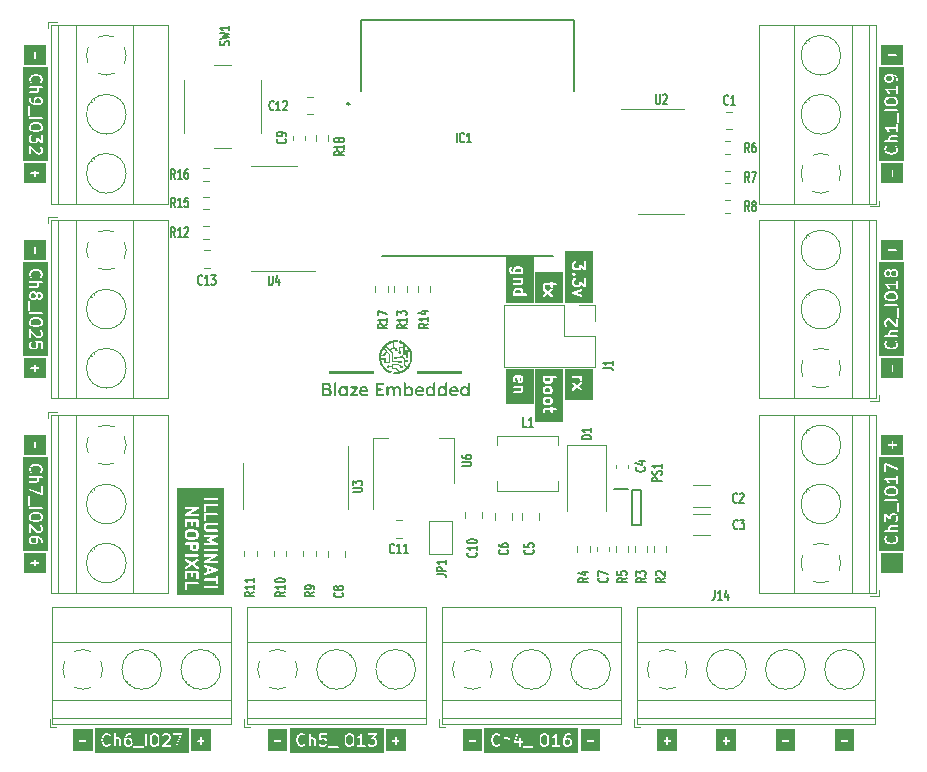
<source format=gbr>
%TF.GenerationSoftware,KiCad,Pcbnew,7.0.2*%
%TF.CreationDate,2024-01-21T19:49:34+02:00*%
%TF.ProjectId,illuminati_ws,696c6c75-6d69-46e6-9174-695f77732e6b,rev?*%
%TF.SameCoordinates,Original*%
%TF.FileFunction,Legend,Top*%
%TF.FilePolarity,Positive*%
%FSLAX46Y46*%
G04 Gerber Fmt 4.6, Leading zero omitted, Abs format (unit mm)*
G04 Created by KiCad (PCBNEW 7.0.2) date 2024-01-21 19:49:34*
%MOMM*%
%LPD*%
G01*
G04 APERTURE LIST*
%ADD10C,0.150000*%
%ADD11C,0.200000*%
%ADD12C,0.120000*%
G04 APERTURE END LIST*
D10*
G36*
X186281418Y-91686769D02*
G01*
X186353360Y-91758711D01*
X186387619Y-91827227D01*
X186387619Y-91982293D01*
X186353360Y-92050811D01*
X186281418Y-92122752D01*
X186120051Y-92163094D01*
X185805186Y-92163094D01*
X185643819Y-92122752D01*
X185571876Y-92050809D01*
X185537619Y-91982294D01*
X185537619Y-91827228D01*
X185571878Y-91758710D01*
X185643819Y-91686769D01*
X185805186Y-91646428D01*
X186120050Y-91646428D01*
X186281418Y-91686769D01*
G37*
G36*
X185942002Y-89775925D02*
G01*
X185972407Y-89806330D01*
X186006666Y-89874846D01*
X186006666Y-90029912D01*
X185972407Y-90098429D01*
X185942000Y-90128836D01*
X185873485Y-90163094D01*
X185670801Y-90163094D01*
X185602283Y-90128835D01*
X185571876Y-90098428D01*
X185537619Y-90029913D01*
X185537619Y-89874848D01*
X185571878Y-89806329D01*
X185602283Y-89775924D01*
X185670799Y-89741666D01*
X185873484Y-89741666D01*
X185942002Y-89775925D01*
G37*
G36*
X187055357Y-96979166D02*
G01*
X184944643Y-96979166D01*
X184944643Y-96002824D01*
X185384504Y-96002824D01*
X185391041Y-96022436D01*
X185396862Y-96042259D01*
X185397968Y-96043217D01*
X185437810Y-96162743D01*
X185441633Y-96180317D01*
X185452473Y-96191157D01*
X185461219Y-96203741D01*
X185467764Y-96206448D01*
X185545794Y-96284478D01*
X185552238Y-96295328D01*
X185570739Y-96304578D01*
X185588861Y-96314474D01*
X185590321Y-96314369D01*
X185655224Y-96346821D01*
X185661159Y-96353133D01*
X185674536Y-96356477D01*
X185676816Y-96357617D01*
X185684948Y-96359080D01*
X185861026Y-96403099D01*
X185869168Y-96408332D01*
X185881956Y-96408332D01*
X185883460Y-96408708D01*
X185892706Y-96408332D01*
X186021704Y-96408332D01*
X186030873Y-96411434D01*
X186043281Y-96408332D01*
X186044829Y-96408332D01*
X186053698Y-96405727D01*
X186229753Y-96361713D01*
X186238367Y-96362644D01*
X186250700Y-96356477D01*
X186253173Y-96355859D01*
X186260300Y-96351676D01*
X186344890Y-96309381D01*
X186357222Y-96306699D01*
X186371851Y-96292069D01*
X186386967Y-96278010D01*
X186387329Y-96276591D01*
X186465178Y-96198743D01*
X186479187Y-96187465D01*
X186484034Y-96172923D01*
X186491380Y-96159471D01*
X186490874Y-96152402D01*
X186530797Y-96032635D01*
X186537619Y-96022021D01*
X186537619Y-96001341D01*
X186538365Y-95980702D01*
X186537619Y-95979443D01*
X186537619Y-95914162D01*
X186540734Y-95901935D01*
X186534194Y-95882315D01*
X186528376Y-95862501D01*
X186527269Y-95861542D01*
X186487426Y-95742010D01*
X186483604Y-95724442D01*
X186472766Y-95713604D01*
X186464019Y-95701018D01*
X186457470Y-95698309D01*
X186412788Y-95653627D01*
X186383994Y-95637905D01*
X186340063Y-95641048D01*
X186304805Y-95667443D01*
X186289413Y-95708710D01*
X186298775Y-95751747D01*
X186349447Y-95802417D01*
X186387619Y-95916931D01*
X186387619Y-95987828D01*
X186349447Y-96102343D01*
X186275333Y-96176455D01*
X186198347Y-96214948D01*
X186024813Y-96258332D01*
X185900424Y-96258332D01*
X185726891Y-96214948D01*
X185649902Y-96176454D01*
X185575790Y-96102342D01*
X185537619Y-95987827D01*
X185537619Y-95916931D01*
X185575790Y-95802417D01*
X185618514Y-95759694D01*
X185634236Y-95730900D01*
X185631094Y-95686969D01*
X185604700Y-95651711D01*
X185563433Y-95636318D01*
X185520396Y-95645680D01*
X185460058Y-95706017D01*
X185446051Y-95717295D01*
X185441203Y-95731836D01*
X185433858Y-95745289D01*
X185434363Y-95752356D01*
X185394441Y-95872123D01*
X185387619Y-95882739D01*
X185387619Y-95903418D01*
X185386873Y-95924058D01*
X185387619Y-95925316D01*
X185387619Y-95990596D01*
X185384504Y-96002824D01*
X184944643Y-96002824D01*
X184944643Y-95296837D01*
X185385249Y-95296837D01*
X185403545Y-95336901D01*
X185440597Y-95360713D01*
X185872049Y-95360713D01*
X185874575Y-95362092D01*
X185893856Y-95360713D01*
X186473401Y-95360713D01*
X186504879Y-95351470D01*
X186533721Y-95318184D01*
X186539989Y-95274589D01*
X186521693Y-95234525D01*
X186484641Y-95210713D01*
X185922256Y-95210713D01*
X185905209Y-95193666D01*
X185870952Y-95125151D01*
X185870952Y-95017705D01*
X185899473Y-94960662D01*
X185956513Y-94932142D01*
X186473401Y-94932142D01*
X186504879Y-94922899D01*
X186533721Y-94889613D01*
X186539989Y-94846018D01*
X186521693Y-94805954D01*
X186484641Y-94782142D01*
X185942840Y-94782142D01*
X185924965Y-94780212D01*
X185911255Y-94787066D01*
X185896549Y-94791385D01*
X185891909Y-94796739D01*
X185827118Y-94829134D01*
X185824206Y-94829032D01*
X185807605Y-94838891D01*
X185800386Y-94842501D01*
X185798369Y-94844376D01*
X185786337Y-94851523D01*
X185782554Y-94859087D01*
X185776365Y-94864845D01*
X185772899Y-94878398D01*
X185730675Y-94962847D01*
X185720952Y-94977977D01*
X185720952Y-94993307D01*
X185718238Y-95008390D01*
X185720952Y-95014933D01*
X185720952Y-95138815D01*
X185719021Y-95156700D01*
X185725877Y-95170413D01*
X185730195Y-95185116D01*
X185735548Y-95189754D01*
X185746028Y-95210713D01*
X185451837Y-95210713D01*
X185420359Y-95219956D01*
X185391517Y-95253242D01*
X185385249Y-95296837D01*
X184944643Y-95296837D01*
X184944643Y-94152679D01*
X185385072Y-94152679D01*
X185385345Y-94153306D01*
X185385249Y-94153980D01*
X185394118Y-94173402D01*
X185402693Y-94193044D01*
X185403261Y-94193422D01*
X185403545Y-94194044D01*
X185421541Y-94205609D01*
X185557694Y-94296378D01*
X185639074Y-94377758D01*
X185686073Y-94471754D01*
X185708417Y-94495776D01*
X185751088Y-94506687D01*
X185792883Y-94492797D01*
X185820535Y-94458515D01*
X185825263Y-94414726D01*
X185772001Y-94308201D01*
X185769319Y-94295871D01*
X185754699Y-94281251D01*
X185740630Y-94266126D01*
X185739211Y-94265763D01*
X185691304Y-94217856D01*
X186387619Y-94217856D01*
X186387619Y-94439352D01*
X186396862Y-94470830D01*
X186430148Y-94499672D01*
X186473743Y-94505940D01*
X186513807Y-94487644D01*
X186537619Y-94450592D01*
X186537619Y-94148215D01*
X186539989Y-94131732D01*
X186537619Y-94126542D01*
X186537619Y-93846360D01*
X186528376Y-93814882D01*
X186495090Y-93786040D01*
X186451495Y-93779772D01*
X186411431Y-93798068D01*
X186387619Y-93835120D01*
X186387619Y-94067856D01*
X185474045Y-94067856D01*
X185463932Y-94064701D01*
X185452479Y-94067856D01*
X185451837Y-94067856D01*
X185442102Y-94070714D01*
X185421470Y-94076398D01*
X185421014Y-94076906D01*
X185420359Y-94077099D01*
X185406343Y-94093273D01*
X185392073Y-94109195D01*
X185391964Y-94109868D01*
X185391517Y-94110385D01*
X185388475Y-94131542D01*
X185385072Y-94152679D01*
X184944643Y-94152679D01*
X184944643Y-93677448D01*
X186482857Y-93677448D01*
X186492100Y-93708926D01*
X186525386Y-93737768D01*
X186568981Y-93744036D01*
X186609045Y-93725740D01*
X186632857Y-93688688D01*
X186632857Y-92893979D01*
X186623614Y-92862501D01*
X186590328Y-92833659D01*
X186546733Y-92827391D01*
X186506669Y-92845687D01*
X186482857Y-92882739D01*
X186482857Y-93677448D01*
X184944643Y-93677448D01*
X184944643Y-92677789D01*
X185385249Y-92677789D01*
X185403545Y-92717853D01*
X185440597Y-92741665D01*
X186473401Y-92741665D01*
X186504879Y-92732422D01*
X186533721Y-92699136D01*
X186539989Y-92655541D01*
X186521693Y-92615477D01*
X186484641Y-92591665D01*
X185451837Y-92591665D01*
X185420359Y-92600908D01*
X185391517Y-92634194D01*
X185385249Y-92677789D01*
X184944643Y-92677789D01*
X184944643Y-91817914D01*
X185384905Y-91817914D01*
X185387619Y-91824457D01*
X185387619Y-91995958D01*
X185385688Y-92013843D01*
X185392544Y-92027556D01*
X185396862Y-92042259D01*
X185402215Y-92046897D01*
X185438950Y-92120366D01*
X185441633Y-92132698D01*
X185456260Y-92147325D01*
X185470322Y-92162443D01*
X185471740Y-92162805D01*
X185551622Y-92242687D01*
X185565921Y-92257895D01*
X185577967Y-92260906D01*
X185588861Y-92266855D01*
X185598890Y-92266137D01*
X185765788Y-92307861D01*
X185773930Y-92313094D01*
X185786718Y-92313094D01*
X185788222Y-92313470D01*
X185797468Y-92313094D01*
X186116942Y-92313094D01*
X186126111Y-92316196D01*
X186138519Y-92313094D01*
X186140067Y-92313094D01*
X186148936Y-92310489D01*
X186336842Y-92263513D01*
X186357222Y-92259080D01*
X186366002Y-92250299D01*
X186376707Y-92244019D01*
X186381251Y-92235050D01*
X186461383Y-92154919D01*
X186472234Y-92148475D01*
X186481484Y-92129973D01*
X186491380Y-92111852D01*
X186491275Y-92110391D01*
X186527897Y-92037147D01*
X186537619Y-92022021D01*
X186537619Y-92006691D01*
X186540333Y-91991608D01*
X186537619Y-91985064D01*
X186537619Y-91813553D01*
X186539549Y-91795679D01*
X186532694Y-91781969D01*
X186528376Y-91767263D01*
X186523021Y-91762623D01*
X186486287Y-91689154D01*
X186483605Y-91676824D01*
X186468987Y-91662206D01*
X186454916Y-91647079D01*
X186453496Y-91646716D01*
X186373604Y-91566824D01*
X186359315Y-91551627D01*
X186347269Y-91548615D01*
X186336375Y-91542667D01*
X186326345Y-91543384D01*
X186159448Y-91501660D01*
X186151307Y-91496428D01*
X186138519Y-91496428D01*
X186137015Y-91496052D01*
X186127769Y-91496428D01*
X185808295Y-91496428D01*
X185799126Y-91493326D01*
X185786718Y-91496428D01*
X185785170Y-91496428D01*
X185776300Y-91499032D01*
X185588397Y-91546008D01*
X185568015Y-91550442D01*
X185559235Y-91559221D01*
X185548529Y-91565503D01*
X185543983Y-91574473D01*
X185463853Y-91654603D01*
X185453004Y-91661047D01*
X185443753Y-91679547D01*
X185433858Y-91697670D01*
X185433962Y-91699130D01*
X185397342Y-91772371D01*
X185387619Y-91787501D01*
X185387619Y-91802831D01*
X185384905Y-91817914D01*
X184944643Y-91817914D01*
X184944643Y-90914584D01*
X185385072Y-90914584D01*
X185385345Y-90915211D01*
X185385249Y-90915885D01*
X185394118Y-90935307D01*
X185402693Y-90954949D01*
X185403261Y-90955327D01*
X185403545Y-90955949D01*
X185421541Y-90967514D01*
X185557694Y-91058283D01*
X185639074Y-91139663D01*
X185686073Y-91233659D01*
X185708417Y-91257681D01*
X185751088Y-91268592D01*
X185792883Y-91254702D01*
X185820535Y-91220420D01*
X185825263Y-91176631D01*
X185772001Y-91070106D01*
X185769319Y-91057776D01*
X185754699Y-91043156D01*
X185740630Y-91028031D01*
X185739211Y-91027668D01*
X185691304Y-90979761D01*
X186387619Y-90979761D01*
X186387619Y-91201257D01*
X186396862Y-91232735D01*
X186430148Y-91261577D01*
X186473743Y-91267845D01*
X186513807Y-91249549D01*
X186537619Y-91212497D01*
X186537619Y-90910120D01*
X186539989Y-90893637D01*
X186537619Y-90888447D01*
X186537619Y-90608265D01*
X186528376Y-90576787D01*
X186495090Y-90547945D01*
X186451495Y-90541677D01*
X186411431Y-90559973D01*
X186387619Y-90597025D01*
X186387619Y-90829761D01*
X185474045Y-90829761D01*
X185463932Y-90826606D01*
X185452479Y-90829761D01*
X185451837Y-90829761D01*
X185442102Y-90832619D01*
X185421470Y-90838303D01*
X185421014Y-90838811D01*
X185420359Y-90839004D01*
X185406343Y-90855178D01*
X185392073Y-90871100D01*
X185391964Y-90871773D01*
X185391517Y-90872290D01*
X185388475Y-90893447D01*
X185385072Y-90914584D01*
X184944643Y-90914584D01*
X184944643Y-89865533D01*
X185384905Y-89865533D01*
X185387619Y-89872076D01*
X185387619Y-90043577D01*
X185385688Y-90061462D01*
X185392544Y-90075175D01*
X185396862Y-90089878D01*
X185402215Y-90094516D01*
X185438950Y-90167985D01*
X185441633Y-90180317D01*
X185456260Y-90194944D01*
X185470322Y-90210062D01*
X185471740Y-90210424D01*
X185498175Y-90236859D01*
X185504619Y-90247709D01*
X185523128Y-90256963D01*
X185541242Y-90266854D01*
X185542700Y-90266749D01*
X185615946Y-90303372D01*
X185631073Y-90313094D01*
X185646403Y-90313094D01*
X185661486Y-90315808D01*
X185668030Y-90313094D01*
X185887150Y-90313094D01*
X185905034Y-90315025D01*
X185918747Y-90308168D01*
X185933450Y-90303851D01*
X185938088Y-90298497D01*
X186011557Y-90261762D01*
X186023889Y-90259080D01*
X186038516Y-90244452D01*
X186053634Y-90230391D01*
X186053996Y-90228972D01*
X186080431Y-90202537D01*
X186091281Y-90196094D01*
X186100535Y-90177584D01*
X186110426Y-90159471D01*
X186110321Y-90158012D01*
X186146944Y-90084766D01*
X186156666Y-90069640D01*
X186156666Y-90054310D01*
X186159380Y-90039227D01*
X186156666Y-90032683D01*
X186156666Y-89861172D01*
X186158596Y-89843298D01*
X186151741Y-89829588D01*
X186147423Y-89814882D01*
X186142068Y-89810242D01*
X186119632Y-89765371D01*
X186193730Y-89783895D01*
X186319598Y-89867807D01*
X186353360Y-89901567D01*
X186387619Y-89970084D01*
X186387619Y-90153638D01*
X186396862Y-90185116D01*
X186430148Y-90213958D01*
X186473743Y-90220226D01*
X186513807Y-90201930D01*
X186537619Y-90164878D01*
X186537619Y-89956410D01*
X186539549Y-89938536D01*
X186532694Y-89924826D01*
X186528376Y-89910120D01*
X186523021Y-89905480D01*
X186486286Y-89832010D01*
X186483604Y-89819680D01*
X186468988Y-89805064D01*
X186454916Y-89789936D01*
X186453496Y-89789573D01*
X186430441Y-89766518D01*
X186427306Y-89759335D01*
X186415162Y-89751238D01*
X186412788Y-89748865D01*
X186406229Y-89745283D01*
X186273274Y-89656647D01*
X186264077Y-89646865D01*
X186244795Y-89642044D01*
X186225836Y-89636130D01*
X186223600Y-89636745D01*
X186064210Y-89596898D01*
X186056069Y-89591666D01*
X186043281Y-89591666D01*
X186041777Y-89591290D01*
X186032531Y-89591666D01*
X185897882Y-89591666D01*
X185882799Y-89588952D01*
X185876255Y-89591666D01*
X185657126Y-89591666D01*
X185639251Y-89589736D01*
X185625541Y-89596590D01*
X185610835Y-89600909D01*
X185606195Y-89606263D01*
X185532726Y-89642997D01*
X185520396Y-89645680D01*
X185505776Y-89660299D01*
X185490651Y-89674369D01*
X185490288Y-89675787D01*
X185463853Y-89702222D01*
X185453004Y-89708666D01*
X185443753Y-89727166D01*
X185433858Y-89745289D01*
X185433962Y-89746749D01*
X185397342Y-89819990D01*
X185387619Y-89835120D01*
X185387619Y-89850450D01*
X185384905Y-89865533D01*
X184944643Y-89865533D01*
X184944643Y-89020833D01*
X187055357Y-89020833D01*
X187055357Y-96979166D01*
G37*
G36*
X140241288Y-145571878D02*
G01*
X140313229Y-145643819D01*
X140353571Y-145805186D01*
X140353571Y-146120051D01*
X140313229Y-146281418D01*
X140241285Y-146353361D01*
X140172771Y-146387619D01*
X140017706Y-146387619D01*
X139949187Y-146353360D01*
X139877246Y-146281418D01*
X139836905Y-146120051D01*
X139836905Y-145805186D01*
X139877246Y-145643819D01*
X139949188Y-145571877D01*
X140017704Y-145537619D01*
X140172770Y-145537619D01*
X140241288Y-145571878D01*
G37*
G36*
X142979167Y-147055357D02*
G01*
X135020834Y-147055357D01*
X135020834Y-146568981D01*
X138255964Y-146568981D01*
X138274260Y-146609045D01*
X138311312Y-146632857D01*
X139106020Y-146632857D01*
X139137498Y-146623614D01*
X139166340Y-146590328D01*
X139172608Y-146546733D01*
X139154312Y-146506669D01*
X139117260Y-146482857D01*
X138322552Y-146482857D01*
X138291074Y-146492100D01*
X138262232Y-146525386D01*
X138255964Y-146568981D01*
X135020834Y-146568981D01*
X135020834Y-146030873D01*
X135588565Y-146030873D01*
X135591667Y-146043280D01*
X135591667Y-146044829D01*
X135594271Y-146053698D01*
X135638285Y-146229753D01*
X135637355Y-146238367D01*
X135643521Y-146250700D01*
X135644140Y-146253173D01*
X135648322Y-146260300D01*
X135690617Y-146344890D01*
X135693300Y-146357222D01*
X135707929Y-146371851D01*
X135721989Y-146386967D01*
X135723407Y-146387329D01*
X135801255Y-146465178D01*
X135812534Y-146479187D01*
X135827075Y-146484034D01*
X135840528Y-146491380D01*
X135847596Y-146490874D01*
X135967363Y-146530797D01*
X135977978Y-146537619D01*
X135998657Y-146537619D01*
X136019297Y-146538365D01*
X136020556Y-146537619D01*
X136085836Y-146537619D01*
X136098063Y-146540734D01*
X136117675Y-146534196D01*
X136137498Y-146528376D01*
X136138456Y-146527269D01*
X136257980Y-146487428D01*
X136275557Y-146483605D01*
X136286398Y-146472762D01*
X136298980Y-146464019D01*
X136301687Y-146457473D01*
X136346371Y-146412788D01*
X136362094Y-146383994D01*
X136358951Y-146340063D01*
X136332556Y-146304805D01*
X136291289Y-146289413D01*
X136248252Y-146298776D01*
X136197581Y-146349447D01*
X136083066Y-146387619D01*
X136012170Y-146387619D01*
X135897655Y-146349447D01*
X135823543Y-146275333D01*
X135785050Y-146198347D01*
X135741667Y-146024813D01*
X135741667Y-145900424D01*
X135748129Y-145874575D01*
X136637906Y-145874575D01*
X136639286Y-145893863D01*
X136639286Y-146473401D01*
X136648529Y-146504879D01*
X136681815Y-146533721D01*
X136725410Y-146539989D01*
X136765474Y-146521693D01*
X136789286Y-146484641D01*
X136789286Y-145922256D01*
X136806331Y-145905210D01*
X136874847Y-145870952D01*
X136982294Y-145870952D01*
X137039336Y-145899473D01*
X137067857Y-145956513D01*
X137067857Y-146473401D01*
X137077100Y-146504879D01*
X137110386Y-146533721D01*
X137153981Y-146539989D01*
X137194045Y-146521693D01*
X137217857Y-146484641D01*
X137217857Y-146361803D01*
X137493462Y-146361803D01*
X137502824Y-146404840D01*
X137559365Y-146461383D01*
X137565810Y-146472234D01*
X137584321Y-146481489D01*
X137602432Y-146491379D01*
X137603891Y-146491274D01*
X137677137Y-146527897D01*
X137692264Y-146537619D01*
X137707594Y-146537619D01*
X137722677Y-146540333D01*
X137729221Y-146537619D01*
X137948341Y-146537619D01*
X137966225Y-146539550D01*
X137979938Y-146532693D01*
X137994641Y-146528376D01*
X137999279Y-146523022D01*
X138072747Y-146486287D01*
X138085081Y-146483605D01*
X138095284Y-146473401D01*
X139258334Y-146473401D01*
X139267577Y-146504879D01*
X139300863Y-146533721D01*
X139344458Y-146539989D01*
X139384522Y-146521693D01*
X139408334Y-146484641D01*
X139408334Y-146126111D01*
X139683803Y-146126111D01*
X139686905Y-146138519D01*
X139686905Y-146140067D01*
X139689509Y-146148936D01*
X139736485Y-146336842D01*
X139740919Y-146357222D01*
X139749699Y-146366002D01*
X139755980Y-146376707D01*
X139764948Y-146381251D01*
X139845079Y-146461383D01*
X139851524Y-146472234D01*
X139870025Y-146481484D01*
X139888147Y-146491380D01*
X139889607Y-146491275D01*
X139962851Y-146527897D01*
X139977978Y-146537619D01*
X139993308Y-146537619D01*
X140008391Y-146540333D01*
X140014935Y-146537619D01*
X140186436Y-146537619D01*
X140204320Y-146539550D01*
X140218033Y-146532693D01*
X140232736Y-146528376D01*
X140237374Y-146523022D01*
X140310843Y-146486287D01*
X140323175Y-146483605D01*
X140337800Y-146468979D01*
X140352920Y-146454916D01*
X140353282Y-146453496D01*
X140433165Y-146373613D01*
X140448372Y-146359316D01*
X140451383Y-146347268D01*
X140457332Y-146336375D01*
X140456614Y-146326345D01*
X140498338Y-146159448D01*
X140503571Y-146151307D01*
X140503571Y-146138519D01*
X140503947Y-146137015D01*
X140503571Y-146127768D01*
X140503571Y-145808294D01*
X140506673Y-145799126D01*
X140503571Y-145786718D01*
X140503571Y-145785170D01*
X140500966Y-145776300D01*
X140494663Y-145751088D01*
X140731407Y-145751088D01*
X140745297Y-145792884D01*
X140779579Y-145820536D01*
X140823368Y-145825264D01*
X140929891Y-145772001D01*
X140942223Y-145769319D01*
X140956850Y-145754691D01*
X140971968Y-145740630D01*
X140972330Y-145739211D01*
X141020238Y-145691303D01*
X141020238Y-146387619D01*
X140798742Y-146387619D01*
X140767264Y-146396862D01*
X140738422Y-146430148D01*
X140732154Y-146473743D01*
X140750450Y-146513807D01*
X140787502Y-146537619D01*
X141089878Y-146537619D01*
X141106362Y-146539989D01*
X141111552Y-146537619D01*
X141391734Y-146537619D01*
X141423212Y-146528376D01*
X141452054Y-146495090D01*
X141458322Y-146451495D01*
X141440026Y-146411431D01*
X141402974Y-146387619D01*
X141170238Y-146387619D01*
X141170238Y-146361803D01*
X141636319Y-146361803D01*
X141645681Y-146404840D01*
X141702222Y-146461383D01*
X141708667Y-146472234D01*
X141727178Y-146481489D01*
X141745289Y-146491379D01*
X141746748Y-146491274D01*
X141819994Y-146527897D01*
X141835121Y-146537619D01*
X141850451Y-146537619D01*
X141865534Y-146540333D01*
X141872078Y-146537619D01*
X142138817Y-146537619D01*
X142156701Y-146539550D01*
X142170414Y-146532693D01*
X142185117Y-146528376D01*
X142189755Y-146523022D01*
X142263223Y-146486287D01*
X142275557Y-146483605D01*
X142290188Y-146468972D01*
X142305301Y-146454916D01*
X142305663Y-146453496D01*
X142332097Y-146427062D01*
X142342948Y-146420618D01*
X142352204Y-146402104D01*
X142362094Y-146383994D01*
X142361989Y-146382534D01*
X142398611Y-146309290D01*
X142408333Y-146294164D01*
X142408333Y-146278834D01*
X142411047Y-146263751D01*
X142408333Y-146257207D01*
X142408333Y-146038077D01*
X142410263Y-146020203D01*
X142403408Y-146006493D01*
X142399090Y-145991787D01*
X142393735Y-145987147D01*
X142357001Y-145913678D01*
X142354319Y-145901348D01*
X142339699Y-145886728D01*
X142325630Y-145871603D01*
X142324211Y-145871240D01*
X142297776Y-145844805D01*
X142291333Y-145833956D01*
X142272832Y-145824705D01*
X142254710Y-145814810D01*
X142253249Y-145814914D01*
X142180008Y-145778294D01*
X142165137Y-145768736D01*
X142375404Y-145528431D01*
X142375593Y-145528376D01*
X142389897Y-145511867D01*
X142396876Y-145503892D01*
X142396953Y-145503724D01*
X142404435Y-145495090D01*
X142406008Y-145484149D01*
X142410649Y-145474116D01*
X142409077Y-145462800D01*
X142410703Y-145451495D01*
X142406111Y-145441440D01*
X142404591Y-145430492D01*
X142397153Y-145421823D01*
X142392407Y-145411431D01*
X142383106Y-145405453D01*
X142375910Y-145397067D01*
X142364966Y-145393796D01*
X142355355Y-145387619D01*
X142344300Y-145387619D01*
X142333711Y-145384454D01*
X142322736Y-145387619D01*
X141703504Y-145387619D01*
X141672026Y-145396862D01*
X141643184Y-145430148D01*
X141636916Y-145473743D01*
X141655212Y-145513807D01*
X141692264Y-145537619D01*
X142168050Y-145537619D01*
X141957927Y-145777758D01*
X141957740Y-145777814D01*
X141943522Y-145794221D01*
X141936457Y-145802297D01*
X141936378Y-145802467D01*
X141928898Y-145811100D01*
X141927325Y-145822040D01*
X141922684Y-145832074D01*
X141924255Y-145843389D01*
X141922630Y-145854695D01*
X141927221Y-145864749D01*
X141928742Y-145875698D01*
X141936179Y-145884366D01*
X141940926Y-145894759D01*
X141950226Y-145900736D01*
X141957423Y-145909123D01*
X141968366Y-145912393D01*
X141977978Y-145918571D01*
X141989033Y-145918571D01*
X141999622Y-145921736D01*
X142010597Y-145918571D01*
X142125151Y-145918571D01*
X142193669Y-145952830D01*
X142224074Y-145983235D01*
X142258333Y-146051751D01*
X142258333Y-146254436D01*
X142224074Y-146322953D01*
X142193666Y-146353361D01*
X142125152Y-146387619D01*
X141874849Y-146387619D01*
X141806331Y-146353360D01*
X141759696Y-146306723D01*
X141730902Y-146291001D01*
X141686971Y-146294143D01*
X141651712Y-146320536D01*
X141636319Y-146361803D01*
X141170238Y-146361803D01*
X141170238Y-145474045D01*
X141173393Y-145463932D01*
X141170238Y-145452478D01*
X141170238Y-145451837D01*
X141167379Y-145442102D01*
X141161696Y-145421470D01*
X141161187Y-145421014D01*
X141160995Y-145420359D01*
X141144835Y-145406357D01*
X141128900Y-145392073D01*
X141128225Y-145391964D01*
X141127709Y-145391517D01*
X141106561Y-145388476D01*
X141085416Y-145385072D01*
X141084788Y-145385345D01*
X141084114Y-145385249D01*
X141064680Y-145394123D01*
X141045050Y-145402693D01*
X141044671Y-145403261D01*
X141044050Y-145403545D01*
X141032484Y-145421541D01*
X140941715Y-145557694D01*
X140860334Y-145639075D01*
X140766339Y-145686073D01*
X140742318Y-145708417D01*
X140731407Y-145751088D01*
X140494663Y-145751088D01*
X140453990Y-145588397D01*
X140449557Y-145568015D01*
X140440777Y-145559235D01*
X140434496Y-145548529D01*
X140425525Y-145543983D01*
X140345395Y-145463853D01*
X140338952Y-145453004D01*
X140320451Y-145443753D01*
X140302329Y-145433858D01*
X140300868Y-145433962D01*
X140227627Y-145397342D01*
X140212498Y-145387619D01*
X140197168Y-145387619D01*
X140182085Y-145384905D01*
X140175541Y-145387619D01*
X140004031Y-145387619D01*
X139986156Y-145385689D01*
X139972446Y-145392543D01*
X139957740Y-145396862D01*
X139953100Y-145402216D01*
X139879631Y-145438950D01*
X139867301Y-145441633D01*
X139852681Y-145456252D01*
X139837556Y-145470322D01*
X139837193Y-145471740D01*
X139757302Y-145551631D01*
X139742104Y-145565922D01*
X139739092Y-145577966D01*
X139733144Y-145588861D01*
X139733861Y-145598891D01*
X139692137Y-145765788D01*
X139686905Y-145773930D01*
X139686905Y-145786717D01*
X139686529Y-145788222D01*
X139686905Y-145797468D01*
X139686905Y-146116942D01*
X139683803Y-146126111D01*
X139408334Y-146126111D01*
X139408334Y-145451837D01*
X139399091Y-145420359D01*
X139365805Y-145391517D01*
X139322210Y-145385249D01*
X139282146Y-145403545D01*
X139258334Y-145440597D01*
X139258334Y-146473401D01*
X138095284Y-146473401D01*
X138099712Y-146468972D01*
X138114825Y-146454916D01*
X138115187Y-146453496D01*
X138141621Y-146427062D01*
X138152472Y-146420618D01*
X138161728Y-146402104D01*
X138171618Y-146383994D01*
X138171513Y-146382534D01*
X138208135Y-146309290D01*
X138217857Y-146294164D01*
X138217857Y-146278834D01*
X138220571Y-146263751D01*
X138217857Y-146257207D01*
X138217857Y-146038077D01*
X138219787Y-146020203D01*
X138212932Y-146006493D01*
X138208614Y-145991787D01*
X138203259Y-145987147D01*
X138166525Y-145913678D01*
X138163843Y-145901348D01*
X138149223Y-145886728D01*
X138135154Y-145871603D01*
X138133735Y-145871240D01*
X138107300Y-145844805D01*
X138100857Y-145833956D01*
X138082356Y-145824705D01*
X138064234Y-145814810D01*
X138062773Y-145814914D01*
X137989532Y-145778294D01*
X137974403Y-145768571D01*
X137959073Y-145768571D01*
X137943990Y-145765857D01*
X137937446Y-145768571D01*
X137718317Y-145768571D01*
X137700442Y-145766641D01*
X137686732Y-145773495D01*
X137672026Y-145777814D01*
X137667386Y-145783168D01*
X137662103Y-145785810D01*
X137686922Y-145537619D01*
X138106020Y-145537619D01*
X138137498Y-145528376D01*
X138166340Y-145495090D01*
X138172608Y-145451495D01*
X138154312Y-145411431D01*
X138117260Y-145387619D01*
X137628183Y-145387619D01*
X137615678Y-145384526D01*
X137596366Y-145391112D01*
X137576788Y-145396862D01*
X137575644Y-145398181D01*
X137573992Y-145398745D01*
X137561300Y-145414736D01*
X137547946Y-145430148D01*
X137547697Y-145431874D01*
X137546611Y-145433244D01*
X137544578Y-145453570D01*
X137541678Y-145473743D01*
X137542402Y-145475329D01*
X137498314Y-145916214D01*
X137495049Y-145922194D01*
X137496161Y-145937741D01*
X137495728Y-145942075D01*
X137496927Y-145948451D01*
X137498192Y-145966125D01*
X137500943Y-145969800D01*
X137501793Y-145974316D01*
X137513966Y-145987197D01*
X137524586Y-146001384D01*
X137528889Y-146002989D01*
X137532044Y-146006327D01*
X137549245Y-146010581D01*
X137565853Y-146016776D01*
X137570341Y-146015799D01*
X137574799Y-146016902D01*
X137591568Y-146011182D01*
X137608890Y-146007414D01*
X137612138Y-146004165D01*
X137616485Y-146002683D01*
X137627502Y-145988801D01*
X137663474Y-145952829D01*
X137731990Y-145918571D01*
X137934675Y-145918571D01*
X138003193Y-145952830D01*
X138033598Y-145983235D01*
X138067857Y-146051751D01*
X138067857Y-146254436D01*
X138033598Y-146322953D01*
X138003190Y-146353361D01*
X137934676Y-146387619D01*
X137731992Y-146387619D01*
X137663474Y-146353360D01*
X137616839Y-146306723D01*
X137588045Y-146291001D01*
X137544114Y-146294143D01*
X137508855Y-146320536D01*
X137493462Y-146361803D01*
X137217857Y-146361803D01*
X137217857Y-145942839D01*
X137219787Y-145924965D01*
X137212932Y-145911255D01*
X137208614Y-145896549D01*
X137203259Y-145891909D01*
X137170864Y-145827118D01*
X137170967Y-145824206D01*
X137161107Y-145807605D01*
X137157498Y-145800386D01*
X137155622Y-145798369D01*
X137148476Y-145786337D01*
X137140911Y-145782554D01*
X137135154Y-145776365D01*
X137121600Y-145772899D01*
X137037151Y-145730675D01*
X137022022Y-145720952D01*
X137006692Y-145720952D01*
X136991609Y-145718238D01*
X136985065Y-145720952D01*
X136861174Y-145720952D01*
X136843299Y-145719022D01*
X136829589Y-145725876D01*
X136814883Y-145730195D01*
X136810243Y-145735549D01*
X136789286Y-145746028D01*
X136789286Y-145451837D01*
X136780043Y-145420359D01*
X136746757Y-145391517D01*
X136703162Y-145385249D01*
X136663098Y-145403545D01*
X136639286Y-145440597D01*
X136639286Y-145872047D01*
X136637906Y-145874575D01*
X135748129Y-145874575D01*
X135785050Y-145726891D01*
X135823544Y-145649902D01*
X135897656Y-145575790D01*
X136012171Y-145537619D01*
X136083068Y-145537619D01*
X136197581Y-145575790D01*
X136240305Y-145618514D01*
X136269099Y-145634236D01*
X136313030Y-145631094D01*
X136348288Y-145604700D01*
X136363681Y-145563433D01*
X136354319Y-145520396D01*
X136293981Y-145460058D01*
X136282704Y-145446051D01*
X136268162Y-145441203D01*
X136254710Y-145433858D01*
X136247642Y-145434363D01*
X136127875Y-145394441D01*
X136117260Y-145387619D01*
X136096580Y-145387619D01*
X136075941Y-145386873D01*
X136074682Y-145387619D01*
X136009402Y-145387619D01*
X135997174Y-145384504D01*
X135977554Y-145391043D01*
X135957740Y-145396862D01*
X135956781Y-145397968D01*
X135837252Y-145437810D01*
X135819682Y-145441633D01*
X135808843Y-145452471D01*
X135796257Y-145461219D01*
X135793548Y-145467766D01*
X135715520Y-145545794D01*
X135704671Y-145552238D01*
X135695420Y-145570738D01*
X135685525Y-145588861D01*
X135685629Y-145590321D01*
X135653177Y-145655225D01*
X135646866Y-145661160D01*
X135643521Y-145674537D01*
X135642382Y-145676817D01*
X135640918Y-145684949D01*
X135596899Y-145861026D01*
X135591667Y-145869168D01*
X135591667Y-145881956D01*
X135591291Y-145883460D01*
X135591667Y-145892706D01*
X135591667Y-146021704D01*
X135588565Y-146030873D01*
X135020834Y-146030873D01*
X135020834Y-144944643D01*
X142979167Y-144944643D01*
X142979167Y-147055357D01*
G37*
G36*
X186281418Y-108186769D02*
G01*
X186353360Y-108258711D01*
X186387619Y-108327227D01*
X186387619Y-108482293D01*
X186353360Y-108550811D01*
X186281418Y-108622752D01*
X186120051Y-108663094D01*
X185805186Y-108663094D01*
X185643819Y-108622752D01*
X185571876Y-108550809D01*
X185537619Y-108482294D01*
X185537619Y-108327229D01*
X185571878Y-108258711D01*
X185643819Y-108186769D01*
X185805186Y-108146428D01*
X186120050Y-108146428D01*
X186281418Y-108186769D01*
G37*
G36*
X185751526Y-106275925D02*
G01*
X185781931Y-106306330D01*
X185816190Y-106374846D01*
X185816190Y-106529912D01*
X185781931Y-106598429D01*
X185751524Y-106628836D01*
X185683009Y-106663094D01*
X185670801Y-106663094D01*
X185602283Y-106628835D01*
X185571876Y-106598428D01*
X185537619Y-106529913D01*
X185537619Y-106374848D01*
X185571877Y-106306330D01*
X185602283Y-106275924D01*
X185670799Y-106241666D01*
X185683008Y-106241666D01*
X185751526Y-106275925D01*
G37*
G36*
X186322954Y-106275925D02*
G01*
X186353360Y-106306329D01*
X186387619Y-106374846D01*
X186387619Y-106529912D01*
X186353360Y-106598429D01*
X186322951Y-106628837D01*
X186254437Y-106663094D01*
X186099372Y-106663094D01*
X186030854Y-106628835D01*
X186000447Y-106598428D01*
X185966190Y-106529913D01*
X185966190Y-106374848D01*
X186000449Y-106306330D01*
X186030854Y-106275924D01*
X186099370Y-106241666D01*
X186254436Y-106241666D01*
X186322954Y-106275925D01*
G37*
G36*
X187055357Y-113479166D02*
G01*
X184944643Y-113479166D01*
X184944643Y-112502824D01*
X185384504Y-112502824D01*
X185391041Y-112522436D01*
X185396862Y-112542259D01*
X185397968Y-112543217D01*
X185437810Y-112662743D01*
X185441633Y-112680317D01*
X185452473Y-112691157D01*
X185461219Y-112703741D01*
X185467764Y-112706448D01*
X185545794Y-112784478D01*
X185552238Y-112795328D01*
X185570739Y-112804578D01*
X185588861Y-112814474D01*
X185590321Y-112814369D01*
X185655224Y-112846821D01*
X185661159Y-112853133D01*
X185674536Y-112856477D01*
X185676816Y-112857617D01*
X185684948Y-112859080D01*
X185861026Y-112903099D01*
X185869168Y-112908332D01*
X185881956Y-112908332D01*
X185883460Y-112908708D01*
X185892706Y-112908332D01*
X186021704Y-112908332D01*
X186030873Y-112911434D01*
X186043281Y-112908332D01*
X186044829Y-112908332D01*
X186053698Y-112905727D01*
X186229753Y-112861713D01*
X186238367Y-112862644D01*
X186250700Y-112856477D01*
X186253173Y-112855859D01*
X186260300Y-112851676D01*
X186344890Y-112809381D01*
X186357222Y-112806699D01*
X186371851Y-112792069D01*
X186386967Y-112778010D01*
X186387329Y-112776591D01*
X186465178Y-112698743D01*
X186479187Y-112687465D01*
X186484034Y-112672923D01*
X186491380Y-112659471D01*
X186490874Y-112652402D01*
X186530797Y-112532635D01*
X186537619Y-112522021D01*
X186537619Y-112501341D01*
X186538365Y-112480702D01*
X186537619Y-112479443D01*
X186537619Y-112414162D01*
X186540734Y-112401935D01*
X186534194Y-112382315D01*
X186528376Y-112362501D01*
X186527269Y-112361542D01*
X186487426Y-112242010D01*
X186483604Y-112224442D01*
X186472766Y-112213604D01*
X186464019Y-112201018D01*
X186457470Y-112198309D01*
X186412788Y-112153627D01*
X186383994Y-112137905D01*
X186340063Y-112141048D01*
X186304805Y-112167443D01*
X186289413Y-112208710D01*
X186298775Y-112251747D01*
X186349447Y-112302417D01*
X186387619Y-112416931D01*
X186387619Y-112487828D01*
X186349447Y-112602343D01*
X186275333Y-112676455D01*
X186198347Y-112714948D01*
X186024813Y-112758332D01*
X185900424Y-112758332D01*
X185726891Y-112714948D01*
X185649902Y-112676454D01*
X185575790Y-112602342D01*
X185537619Y-112487827D01*
X185537619Y-112416931D01*
X185575790Y-112302417D01*
X185618514Y-112259694D01*
X185634236Y-112230900D01*
X185631094Y-112186969D01*
X185604700Y-112151711D01*
X185563433Y-112136318D01*
X185520396Y-112145680D01*
X185460058Y-112206017D01*
X185446051Y-112217295D01*
X185441203Y-112231836D01*
X185433858Y-112245289D01*
X185434363Y-112252356D01*
X185394441Y-112372123D01*
X185387619Y-112382739D01*
X185387619Y-112403418D01*
X185386873Y-112424058D01*
X185387619Y-112425316D01*
X185387619Y-112490596D01*
X185384504Y-112502824D01*
X184944643Y-112502824D01*
X184944643Y-111796837D01*
X185385249Y-111796837D01*
X185403545Y-111836901D01*
X185440597Y-111860713D01*
X185872049Y-111860713D01*
X185874575Y-111862092D01*
X185893856Y-111860713D01*
X186473401Y-111860713D01*
X186504879Y-111851470D01*
X186533721Y-111818184D01*
X186539989Y-111774589D01*
X186521693Y-111734525D01*
X186484641Y-111710713D01*
X185922256Y-111710713D01*
X185905209Y-111693666D01*
X185870952Y-111625151D01*
X185870952Y-111517705D01*
X185899473Y-111460662D01*
X185956513Y-111432142D01*
X186473401Y-111432142D01*
X186504879Y-111422899D01*
X186533721Y-111389613D01*
X186539989Y-111346018D01*
X186521693Y-111305954D01*
X186484641Y-111282142D01*
X185942840Y-111282142D01*
X185924965Y-111280212D01*
X185911255Y-111287066D01*
X185896549Y-111291385D01*
X185891909Y-111296739D01*
X185827118Y-111329134D01*
X185824206Y-111329032D01*
X185807605Y-111338891D01*
X185800386Y-111342501D01*
X185798369Y-111344376D01*
X185786337Y-111351523D01*
X185782554Y-111359087D01*
X185776365Y-111364845D01*
X185772899Y-111378398D01*
X185730675Y-111462847D01*
X185720952Y-111477977D01*
X185720952Y-111493307D01*
X185718238Y-111508390D01*
X185720952Y-111514933D01*
X185720952Y-111638815D01*
X185719021Y-111656700D01*
X185725877Y-111670413D01*
X185730195Y-111685116D01*
X185735548Y-111689754D01*
X185746028Y-111710713D01*
X185451837Y-111710713D01*
X185420359Y-111719956D01*
X185391517Y-111753242D01*
X185385249Y-111796837D01*
X184944643Y-111796837D01*
X184944643Y-110556009D01*
X185384905Y-110556009D01*
X185387619Y-110562552D01*
X185387619Y-110781672D01*
X185385688Y-110799557D01*
X185392544Y-110813270D01*
X185396862Y-110827973D01*
X185402215Y-110832611D01*
X185438950Y-110906080D01*
X185441633Y-110918412D01*
X185456260Y-110933039D01*
X185470322Y-110948157D01*
X185471740Y-110948519D01*
X185512448Y-110989227D01*
X185541242Y-111004949D01*
X185585173Y-111001807D01*
X185620431Y-110975413D01*
X185635824Y-110934146D01*
X185626462Y-110891109D01*
X185571876Y-110836523D01*
X185537619Y-110768008D01*
X185537619Y-110565323D01*
X185571878Y-110496805D01*
X185602283Y-110466400D01*
X185670799Y-110432142D01*
X185736163Y-110432142D01*
X185850676Y-110470313D01*
X186396050Y-111015687D01*
X186396862Y-111018449D01*
X186411475Y-111031111D01*
X186417210Y-111036846D01*
X186419599Y-111038150D01*
X186430148Y-111047291D01*
X186438550Y-111048499D01*
X186446004Y-111052569D01*
X186459928Y-111051572D01*
X186473743Y-111053559D01*
X186481466Y-111050031D01*
X186489935Y-111049426D01*
X186501107Y-111041062D01*
X186513807Y-111035263D01*
X186518397Y-111028119D01*
X186525194Y-111023032D01*
X186530071Y-111009955D01*
X186537619Y-110998211D01*
X186537619Y-110989719D01*
X186540586Y-110981765D01*
X186537619Y-110968125D01*
X186537619Y-110346360D01*
X186528376Y-110314882D01*
X186495090Y-110286040D01*
X186451495Y-110279772D01*
X186411431Y-110298068D01*
X186387619Y-110335120D01*
X186387619Y-110795123D01*
X185947076Y-110354581D01*
X185935799Y-110340574D01*
X185921257Y-110335726D01*
X185907805Y-110328381D01*
X185900737Y-110328886D01*
X185780970Y-110288964D01*
X185770355Y-110282142D01*
X185749675Y-110282142D01*
X185729036Y-110281396D01*
X185727777Y-110282142D01*
X185657126Y-110282142D01*
X185639251Y-110280212D01*
X185625541Y-110287066D01*
X185610835Y-110291385D01*
X185606195Y-110296739D01*
X185532726Y-110333473D01*
X185520396Y-110336156D01*
X185505776Y-110350775D01*
X185490651Y-110364845D01*
X185490288Y-110366263D01*
X185463853Y-110392698D01*
X185453004Y-110399142D01*
X185443753Y-110417642D01*
X185433858Y-110435765D01*
X185433962Y-110437225D01*
X185397342Y-110510466D01*
X185387619Y-110525596D01*
X185387619Y-110540926D01*
X185384905Y-110556009D01*
X184944643Y-110556009D01*
X184944643Y-110177448D01*
X186482857Y-110177448D01*
X186492100Y-110208926D01*
X186525386Y-110237768D01*
X186568981Y-110244036D01*
X186609045Y-110225740D01*
X186632857Y-110188688D01*
X186632857Y-109393979D01*
X186623614Y-109362501D01*
X186590328Y-109333659D01*
X186546733Y-109327391D01*
X186506669Y-109345687D01*
X186482857Y-109382739D01*
X186482857Y-110177448D01*
X184944643Y-110177448D01*
X184944643Y-109177789D01*
X185385249Y-109177789D01*
X185403545Y-109217853D01*
X185440597Y-109241665D01*
X186473401Y-109241665D01*
X186504879Y-109232422D01*
X186533721Y-109199136D01*
X186539989Y-109155541D01*
X186521693Y-109115477D01*
X186484641Y-109091665D01*
X185451837Y-109091665D01*
X185420359Y-109100908D01*
X185391517Y-109134194D01*
X185385249Y-109177789D01*
X184944643Y-109177789D01*
X184944643Y-108317914D01*
X185384905Y-108317914D01*
X185387619Y-108324457D01*
X185387619Y-108495958D01*
X185385688Y-108513843D01*
X185392544Y-108527556D01*
X185396862Y-108542259D01*
X185402215Y-108546897D01*
X185438950Y-108620366D01*
X185441633Y-108632698D01*
X185456260Y-108647325D01*
X185470322Y-108662443D01*
X185471740Y-108662805D01*
X185551622Y-108742687D01*
X185565921Y-108757895D01*
X185577967Y-108760906D01*
X185588861Y-108766855D01*
X185598890Y-108766137D01*
X185765788Y-108807861D01*
X185773930Y-108813094D01*
X185786718Y-108813094D01*
X185788222Y-108813470D01*
X185797468Y-108813094D01*
X186116942Y-108813094D01*
X186126111Y-108816196D01*
X186138519Y-108813094D01*
X186140067Y-108813094D01*
X186148936Y-108810489D01*
X186336842Y-108763513D01*
X186357222Y-108759080D01*
X186366002Y-108750299D01*
X186376707Y-108744019D01*
X186381251Y-108735050D01*
X186461383Y-108654919D01*
X186472234Y-108648475D01*
X186481484Y-108629973D01*
X186491380Y-108611852D01*
X186491275Y-108610391D01*
X186527897Y-108537147D01*
X186537619Y-108522021D01*
X186537619Y-108506691D01*
X186540333Y-108491608D01*
X186537619Y-108485064D01*
X186537619Y-108313553D01*
X186539549Y-108295679D01*
X186532694Y-108281969D01*
X186528376Y-108267263D01*
X186523021Y-108262623D01*
X186486287Y-108189154D01*
X186483605Y-108176824D01*
X186468987Y-108162206D01*
X186454916Y-108147079D01*
X186453496Y-108146716D01*
X186373604Y-108066824D01*
X186359315Y-108051627D01*
X186347269Y-108048615D01*
X186336375Y-108042667D01*
X186326345Y-108043384D01*
X186159448Y-108001660D01*
X186151307Y-107996428D01*
X186138519Y-107996428D01*
X186137015Y-107996052D01*
X186127769Y-107996428D01*
X185808295Y-107996428D01*
X185799126Y-107993326D01*
X185786718Y-107996428D01*
X185785170Y-107996428D01*
X185776300Y-107999032D01*
X185588397Y-108046008D01*
X185568015Y-108050442D01*
X185559235Y-108059221D01*
X185548529Y-108065503D01*
X185543983Y-108074473D01*
X185463853Y-108154603D01*
X185453004Y-108161047D01*
X185443753Y-108179547D01*
X185433858Y-108197670D01*
X185433962Y-108199130D01*
X185397342Y-108272371D01*
X185387619Y-108287501D01*
X185387619Y-108302831D01*
X185384905Y-108317914D01*
X184944643Y-108317914D01*
X184944643Y-107414584D01*
X185385072Y-107414584D01*
X185385345Y-107415211D01*
X185385249Y-107415885D01*
X185394118Y-107435307D01*
X185402693Y-107454949D01*
X185403261Y-107455327D01*
X185403545Y-107455949D01*
X185421541Y-107467514D01*
X185557694Y-107558283D01*
X185639074Y-107639663D01*
X185686073Y-107733659D01*
X185708417Y-107757681D01*
X185751088Y-107768592D01*
X185792883Y-107754702D01*
X185820535Y-107720420D01*
X185825263Y-107676631D01*
X185772001Y-107570106D01*
X185769319Y-107557776D01*
X185754699Y-107543156D01*
X185740630Y-107528031D01*
X185739211Y-107527668D01*
X185691304Y-107479761D01*
X186387619Y-107479761D01*
X186387619Y-107701257D01*
X186396862Y-107732735D01*
X186430148Y-107761577D01*
X186473743Y-107767845D01*
X186513807Y-107749549D01*
X186537619Y-107712497D01*
X186537619Y-107410120D01*
X186539989Y-107393637D01*
X186537619Y-107388447D01*
X186537619Y-107108265D01*
X186528376Y-107076787D01*
X186495090Y-107047945D01*
X186451495Y-107041677D01*
X186411431Y-107059973D01*
X186387619Y-107097025D01*
X186387619Y-107329761D01*
X185474045Y-107329761D01*
X185463932Y-107326606D01*
X185452479Y-107329761D01*
X185451837Y-107329761D01*
X185442102Y-107332619D01*
X185421470Y-107338303D01*
X185421014Y-107338811D01*
X185420359Y-107339004D01*
X185406343Y-107355178D01*
X185392073Y-107371100D01*
X185391964Y-107371773D01*
X185391517Y-107372290D01*
X185388475Y-107393447D01*
X185385072Y-107414584D01*
X184944643Y-107414584D01*
X184944643Y-106365533D01*
X185384905Y-106365533D01*
X185387619Y-106372076D01*
X185387619Y-106543577D01*
X185385688Y-106561462D01*
X185392544Y-106575175D01*
X185396862Y-106589878D01*
X185402215Y-106594516D01*
X185438950Y-106667985D01*
X185441633Y-106680317D01*
X185456260Y-106694944D01*
X185470322Y-106710062D01*
X185471740Y-106710424D01*
X185498175Y-106736859D01*
X185504619Y-106747709D01*
X185523128Y-106756963D01*
X185541242Y-106766854D01*
X185542700Y-106766749D01*
X185615946Y-106803372D01*
X185631073Y-106813094D01*
X185646403Y-106813094D01*
X185661486Y-106815808D01*
X185668030Y-106813094D01*
X185696674Y-106813094D01*
X185714558Y-106815025D01*
X185728271Y-106808168D01*
X185742974Y-106803851D01*
X185747612Y-106798497D01*
X185821081Y-106761762D01*
X185833413Y-106759080D01*
X185848040Y-106744452D01*
X185863158Y-106730391D01*
X185863520Y-106728972D01*
X185889955Y-106702537D01*
X185891204Y-106701795D01*
X185898893Y-106710062D01*
X185900311Y-106710424D01*
X185926746Y-106736859D01*
X185933190Y-106747709D01*
X185951699Y-106756963D01*
X185969813Y-106766854D01*
X185971271Y-106766749D01*
X186044517Y-106803372D01*
X186059644Y-106813094D01*
X186074974Y-106813094D01*
X186090057Y-106815808D01*
X186096601Y-106813094D01*
X186268102Y-106813094D01*
X186285986Y-106815025D01*
X186299699Y-106808168D01*
X186314402Y-106803851D01*
X186319040Y-106798497D01*
X186392509Y-106761762D01*
X186404840Y-106759080D01*
X186419460Y-106744460D01*
X186434586Y-106730391D01*
X186434948Y-106728972D01*
X186461383Y-106702538D01*
X186472234Y-106696094D01*
X186481489Y-106677582D01*
X186491379Y-106659472D01*
X186491274Y-106658012D01*
X186527897Y-106584766D01*
X186537619Y-106569640D01*
X186537619Y-106554310D01*
X186540333Y-106539227D01*
X186537619Y-106532683D01*
X186537619Y-106361172D01*
X186539549Y-106343298D01*
X186532694Y-106329588D01*
X186528376Y-106314882D01*
X186523021Y-106310242D01*
X186486286Y-106236772D01*
X186483604Y-106224442D01*
X186468988Y-106209826D01*
X186454916Y-106194698D01*
X186453496Y-106194335D01*
X186427061Y-106167900D01*
X186420618Y-106157051D01*
X186402119Y-106147801D01*
X186383994Y-106137905D01*
X186382534Y-106138009D01*
X186309293Y-106101389D01*
X186294164Y-106091666D01*
X186278834Y-106091666D01*
X186263751Y-106088952D01*
X186257207Y-106091666D01*
X186085697Y-106091666D01*
X186067822Y-106089736D01*
X186054112Y-106096590D01*
X186039406Y-106100909D01*
X186034766Y-106106263D01*
X185961297Y-106142997D01*
X185948967Y-106145680D01*
X185934347Y-106160299D01*
X185919222Y-106174369D01*
X185918859Y-106175787D01*
X185892424Y-106202222D01*
X185891175Y-106202963D01*
X185883487Y-106194698D01*
X185882068Y-106194335D01*
X185855633Y-106167900D01*
X185849190Y-106157051D01*
X185830689Y-106147800D01*
X185812567Y-106137905D01*
X185811106Y-106138009D01*
X185737865Y-106101389D01*
X185722736Y-106091666D01*
X185707406Y-106091666D01*
X185692323Y-106088952D01*
X185685779Y-106091666D01*
X185657126Y-106091666D01*
X185639251Y-106089736D01*
X185625541Y-106096590D01*
X185610835Y-106100909D01*
X185606195Y-106106263D01*
X185532726Y-106142997D01*
X185520396Y-106145680D01*
X185505776Y-106160299D01*
X185490651Y-106174369D01*
X185490288Y-106175787D01*
X185463853Y-106202222D01*
X185453004Y-106208666D01*
X185443753Y-106227166D01*
X185433858Y-106245289D01*
X185433962Y-106246749D01*
X185397342Y-106319990D01*
X185387619Y-106335120D01*
X185387619Y-106350450D01*
X185384905Y-106365533D01*
X184944643Y-106365533D01*
X184944643Y-105520833D01*
X187055357Y-105520833D01*
X187055357Y-113479166D01*
G37*
G36*
X156741288Y-145571878D02*
G01*
X156813229Y-145643819D01*
X156853571Y-145805186D01*
X156853571Y-146120051D01*
X156813229Y-146281418D01*
X156741285Y-146353361D01*
X156672771Y-146387619D01*
X156517706Y-146387619D01*
X156449187Y-146353360D01*
X156377246Y-146281418D01*
X156336905Y-146120051D01*
X156336905Y-145805186D01*
X156377246Y-145643819D01*
X156449188Y-145571877D01*
X156517704Y-145537619D01*
X156672770Y-145537619D01*
X156741288Y-145571878D01*
G37*
G36*
X158693669Y-145952830D02*
G01*
X158724074Y-145983235D01*
X158758333Y-146051751D01*
X158758333Y-146254436D01*
X158724074Y-146322953D01*
X158693666Y-146353361D01*
X158625152Y-146387619D01*
X158470087Y-146387619D01*
X158401569Y-146353360D01*
X158371161Y-146322951D01*
X158336905Y-146254437D01*
X158336905Y-146051753D01*
X158371164Y-145983234D01*
X158401569Y-145952829D01*
X158470085Y-145918571D01*
X158625151Y-145918571D01*
X158693669Y-145952830D01*
G37*
G36*
X159479167Y-147055357D02*
G01*
X151520834Y-147055357D01*
X151520834Y-146568981D01*
X154755964Y-146568981D01*
X154774260Y-146609045D01*
X154811312Y-146632857D01*
X155606020Y-146632857D01*
X155637498Y-146623614D01*
X155666340Y-146590328D01*
X155672608Y-146546733D01*
X155654312Y-146506669D01*
X155617260Y-146482857D01*
X154822552Y-146482857D01*
X154791074Y-146492100D01*
X154762232Y-146525386D01*
X154755964Y-146568981D01*
X151520834Y-146568981D01*
X151520834Y-146030873D01*
X152088565Y-146030873D01*
X152091667Y-146043281D01*
X152091667Y-146044829D01*
X152094271Y-146053698D01*
X152138285Y-146229753D01*
X152137355Y-146238367D01*
X152143521Y-146250700D01*
X152144140Y-146253173D01*
X152148322Y-146260300D01*
X152190617Y-146344890D01*
X152193300Y-146357222D01*
X152207929Y-146371851D01*
X152221989Y-146386967D01*
X152223407Y-146387329D01*
X152301255Y-146465178D01*
X152312534Y-146479187D01*
X152327075Y-146484034D01*
X152340528Y-146491380D01*
X152347596Y-146490874D01*
X152467363Y-146530797D01*
X152477978Y-146537619D01*
X152498657Y-146537619D01*
X152519297Y-146538365D01*
X152520556Y-146537619D01*
X152585836Y-146537619D01*
X152598063Y-146540734D01*
X152617675Y-146534196D01*
X152637498Y-146528376D01*
X152638456Y-146527269D01*
X152757980Y-146487428D01*
X152775557Y-146483605D01*
X152786398Y-146472762D01*
X152798980Y-146464019D01*
X152801687Y-146457473D01*
X152846371Y-146412788D01*
X152862094Y-146383994D01*
X152858951Y-146340063D01*
X152832556Y-146304805D01*
X152791289Y-146289413D01*
X152748252Y-146298776D01*
X152697581Y-146349447D01*
X152583066Y-146387619D01*
X152512170Y-146387619D01*
X152397655Y-146349447D01*
X152323543Y-146275333D01*
X152285050Y-146198347D01*
X152241667Y-146024812D01*
X152241667Y-145900424D01*
X152248129Y-145874575D01*
X153137906Y-145874575D01*
X153139286Y-145893863D01*
X153139286Y-146473401D01*
X153148529Y-146504879D01*
X153181815Y-146533721D01*
X153225410Y-146539989D01*
X153265474Y-146521693D01*
X153289286Y-146484641D01*
X153289286Y-145922256D01*
X153306331Y-145905210D01*
X153374847Y-145870952D01*
X153482294Y-145870952D01*
X153539336Y-145899473D01*
X153567857Y-145956513D01*
X153567857Y-146473401D01*
X153577100Y-146504879D01*
X153610386Y-146533721D01*
X153653981Y-146539989D01*
X153694045Y-146521693D01*
X153717857Y-146484641D01*
X153717857Y-146140409D01*
X153994059Y-146140409D01*
X153995837Y-146144303D01*
X153995683Y-146148582D01*
X154004868Y-146164078D01*
X154012355Y-146180473D01*
X154015957Y-146182788D01*
X154018140Y-146186470D01*
X154034241Y-146194538D01*
X154049407Y-146204285D01*
X154053691Y-146204285D01*
X154057516Y-146206202D01*
X154075427Y-146204285D01*
X154472619Y-146204285D01*
X154472619Y-146473401D01*
X154481862Y-146504879D01*
X154515148Y-146533721D01*
X154558743Y-146539989D01*
X154598807Y-146521693D01*
X154622619Y-146484641D01*
X154622619Y-146473401D01*
X155758334Y-146473401D01*
X155767577Y-146504879D01*
X155800863Y-146533721D01*
X155844458Y-146539989D01*
X155884522Y-146521693D01*
X155908334Y-146484641D01*
X155908334Y-146126111D01*
X156183803Y-146126111D01*
X156186905Y-146138519D01*
X156186905Y-146140067D01*
X156189509Y-146148936D01*
X156236485Y-146336842D01*
X156240919Y-146357222D01*
X156249699Y-146366002D01*
X156255980Y-146376707D01*
X156264948Y-146381251D01*
X156345079Y-146461383D01*
X156351524Y-146472234D01*
X156370025Y-146481484D01*
X156388147Y-146491380D01*
X156389607Y-146491275D01*
X156462851Y-146527897D01*
X156477978Y-146537619D01*
X156493308Y-146537619D01*
X156508391Y-146540333D01*
X156514935Y-146537619D01*
X156686436Y-146537619D01*
X156704320Y-146539550D01*
X156718033Y-146532693D01*
X156732736Y-146528376D01*
X156737374Y-146523022D01*
X156810843Y-146486287D01*
X156823175Y-146483605D01*
X156837800Y-146468979D01*
X156852920Y-146454916D01*
X156853282Y-146453496D01*
X156933165Y-146373613D01*
X156948372Y-146359316D01*
X156951383Y-146347268D01*
X156957332Y-146336375D01*
X156956614Y-146326345D01*
X156998338Y-146159448D01*
X157003571Y-146151307D01*
X157003571Y-146138519D01*
X157003947Y-146137015D01*
X157003571Y-146127768D01*
X157003571Y-145808294D01*
X157006673Y-145799126D01*
X157003571Y-145786718D01*
X157003571Y-145785170D01*
X157000966Y-145776300D01*
X156994663Y-145751088D01*
X157231407Y-145751088D01*
X157245297Y-145792884D01*
X157279579Y-145820536D01*
X157323368Y-145825264D01*
X157429891Y-145772001D01*
X157442223Y-145769319D01*
X157456850Y-145754691D01*
X157471968Y-145740630D01*
X157472330Y-145739211D01*
X157520238Y-145691304D01*
X157520238Y-146387619D01*
X157298742Y-146387619D01*
X157267264Y-146396862D01*
X157238422Y-146430148D01*
X157232154Y-146473743D01*
X157250450Y-146513807D01*
X157287502Y-146537619D01*
X157589878Y-146537619D01*
X157606362Y-146539989D01*
X157611552Y-146537619D01*
X157891734Y-146537619D01*
X157923212Y-146528376D01*
X157952054Y-146495090D01*
X157958322Y-146451495D01*
X157940026Y-146411431D01*
X157902974Y-146387619D01*
X157670238Y-146387619D01*
X157670238Y-146042438D01*
X158184191Y-146042438D01*
X158186905Y-146048981D01*
X158186904Y-146268101D01*
X158184974Y-146285986D01*
X158191830Y-146299699D01*
X158196148Y-146314402D01*
X158201501Y-146319040D01*
X158238236Y-146392509D01*
X158240919Y-146404840D01*
X158255538Y-146419460D01*
X158269608Y-146434586D01*
X158271026Y-146434948D01*
X158297460Y-146461383D01*
X158303905Y-146472234D01*
X158322416Y-146481489D01*
X158340527Y-146491379D01*
X158341986Y-146491274D01*
X158415232Y-146527897D01*
X158430359Y-146537619D01*
X158445689Y-146537619D01*
X158460772Y-146540333D01*
X158467316Y-146537619D01*
X158638817Y-146537619D01*
X158656701Y-146539550D01*
X158670414Y-146532693D01*
X158685117Y-146528376D01*
X158689755Y-146523022D01*
X158763223Y-146486287D01*
X158775557Y-146483605D01*
X158790188Y-146468972D01*
X158805301Y-146454916D01*
X158805663Y-146453496D01*
X158832097Y-146427062D01*
X158842948Y-146420618D01*
X158852204Y-146402104D01*
X158862094Y-146383994D01*
X158861989Y-146382534D01*
X158898611Y-146309290D01*
X158908333Y-146294164D01*
X158908333Y-146278834D01*
X158911047Y-146263751D01*
X158908333Y-146257207D01*
X158908333Y-146038077D01*
X158910263Y-146020203D01*
X158903408Y-146006493D01*
X158899090Y-145991787D01*
X158893735Y-145987147D01*
X158857001Y-145913678D01*
X158854319Y-145901348D01*
X158839699Y-145886728D01*
X158825630Y-145871603D01*
X158824211Y-145871240D01*
X158797776Y-145844805D01*
X158791333Y-145833956D01*
X158772832Y-145824705D01*
X158754710Y-145814810D01*
X158753249Y-145814914D01*
X158680008Y-145778294D01*
X158664879Y-145768571D01*
X158649549Y-145768571D01*
X158634466Y-145765857D01*
X158627922Y-145768571D01*
X158456412Y-145768571D01*
X158438537Y-145766641D01*
X158424827Y-145773495D01*
X158410121Y-145777814D01*
X158405481Y-145783168D01*
X158360610Y-145805604D01*
X158379134Y-145731506D01*
X158463046Y-145605638D01*
X158496807Y-145571877D01*
X158565323Y-145537619D01*
X158748877Y-145537619D01*
X158780355Y-145528376D01*
X158809197Y-145495090D01*
X158815465Y-145451495D01*
X158797169Y-145411431D01*
X158760117Y-145387619D01*
X158551650Y-145387619D01*
X158533775Y-145385689D01*
X158520065Y-145392543D01*
X158505359Y-145396862D01*
X158500719Y-145402216D01*
X158427250Y-145438950D01*
X158414920Y-145441633D01*
X158400300Y-145456252D01*
X158385175Y-145470322D01*
X158384812Y-145471740D01*
X158361758Y-145494794D01*
X158354574Y-145497931D01*
X158346477Y-145510075D01*
X158344105Y-145512448D01*
X158340524Y-145519005D01*
X158251886Y-145651962D01*
X158242104Y-145661160D01*
X158237283Y-145680441D01*
X158231369Y-145699401D01*
X158231984Y-145701636D01*
X158192137Y-145861026D01*
X158186905Y-145869168D01*
X158186905Y-145881956D01*
X158186529Y-145883460D01*
X158186905Y-145892706D01*
X158186905Y-146027355D01*
X158184191Y-146042438D01*
X157670238Y-146042438D01*
X157670238Y-145474045D01*
X157673393Y-145463932D01*
X157670238Y-145452478D01*
X157670238Y-145451837D01*
X157667379Y-145442102D01*
X157661696Y-145421470D01*
X157661187Y-145421014D01*
X157660995Y-145420359D01*
X157644835Y-145406357D01*
X157628900Y-145392073D01*
X157628225Y-145391964D01*
X157627709Y-145391517D01*
X157606561Y-145388476D01*
X157585416Y-145385072D01*
X157584788Y-145385345D01*
X157584114Y-145385249D01*
X157564680Y-145394123D01*
X157545050Y-145402693D01*
X157544671Y-145403261D01*
X157544050Y-145403545D01*
X157532484Y-145421541D01*
X157441715Y-145557694D01*
X157360334Y-145639075D01*
X157266339Y-145686073D01*
X157242318Y-145708417D01*
X157231407Y-145751088D01*
X156994663Y-145751088D01*
X156953990Y-145588397D01*
X156949557Y-145568015D01*
X156940777Y-145559235D01*
X156934496Y-145548529D01*
X156925525Y-145543983D01*
X156845395Y-145463853D01*
X156838952Y-145453004D01*
X156820451Y-145443753D01*
X156802329Y-145433858D01*
X156800868Y-145433962D01*
X156727627Y-145397342D01*
X156712498Y-145387619D01*
X156697168Y-145387619D01*
X156682085Y-145384905D01*
X156675541Y-145387619D01*
X156504031Y-145387619D01*
X156486156Y-145385689D01*
X156472446Y-145392543D01*
X156457740Y-145396862D01*
X156453100Y-145402216D01*
X156379631Y-145438950D01*
X156367301Y-145441633D01*
X156352681Y-145456252D01*
X156337556Y-145470322D01*
X156337193Y-145471740D01*
X156257302Y-145551631D01*
X156242104Y-145565922D01*
X156239092Y-145577966D01*
X156233144Y-145588861D01*
X156233861Y-145598891D01*
X156192137Y-145765788D01*
X156186905Y-145773930D01*
X156186905Y-145786718D01*
X156186529Y-145788222D01*
X156186905Y-145797468D01*
X156186905Y-146116942D01*
X156183803Y-146126111D01*
X155908334Y-146126111D01*
X155908334Y-145451837D01*
X155899091Y-145420359D01*
X155865805Y-145391517D01*
X155822210Y-145385249D01*
X155782146Y-145403545D01*
X155758334Y-145440597D01*
X155758334Y-146473401D01*
X154622619Y-146473401D01*
X154622619Y-146204285D01*
X154701258Y-146204285D01*
X154732736Y-146195042D01*
X154761578Y-146161756D01*
X154767846Y-146118161D01*
X154749550Y-146078097D01*
X154712498Y-146054285D01*
X154622619Y-146054285D01*
X154622619Y-145785170D01*
X154613376Y-145753692D01*
X154580090Y-145724850D01*
X154536495Y-145718582D01*
X154496431Y-145736878D01*
X154472619Y-145773930D01*
X154472619Y-146054285D01*
X154175486Y-146054285D01*
X154384085Y-145428489D01*
X154385270Y-145395703D01*
X154362813Y-145357815D01*
X154323437Y-145338083D01*
X154279643Y-145342771D01*
X154245337Y-145370391D01*
X154004989Y-146091433D01*
X154000327Y-146096814D01*
X153998151Y-146111947D01*
X153996868Y-146115797D01*
X153996622Y-146122576D01*
X153994059Y-146140409D01*
X153717857Y-146140409D01*
X153717857Y-145942839D01*
X153719787Y-145924965D01*
X153712932Y-145911255D01*
X153708614Y-145896549D01*
X153703259Y-145891909D01*
X153670864Y-145827118D01*
X153670967Y-145824206D01*
X153661107Y-145807605D01*
X153657498Y-145800386D01*
X153655622Y-145798369D01*
X153648476Y-145786337D01*
X153640911Y-145782554D01*
X153635154Y-145776365D01*
X153621600Y-145772899D01*
X153537151Y-145730675D01*
X153522022Y-145720952D01*
X153506692Y-145720952D01*
X153491609Y-145718238D01*
X153485065Y-145720952D01*
X153361174Y-145720952D01*
X153343299Y-145719022D01*
X153329589Y-145725876D01*
X153314883Y-145730195D01*
X153310243Y-145735549D01*
X153289286Y-145746028D01*
X153289286Y-145451837D01*
X153280043Y-145420359D01*
X153246757Y-145391517D01*
X153203162Y-145385249D01*
X153163098Y-145403545D01*
X153139286Y-145440597D01*
X153139286Y-145872047D01*
X153137906Y-145874575D01*
X152248129Y-145874575D01*
X152285050Y-145726891D01*
X152323545Y-145649901D01*
X152397656Y-145575790D01*
X152512171Y-145537619D01*
X152583068Y-145537619D01*
X152697581Y-145575790D01*
X152740305Y-145618514D01*
X152769099Y-145634236D01*
X152813030Y-145631094D01*
X152848288Y-145604700D01*
X152863681Y-145563433D01*
X152854319Y-145520396D01*
X152793981Y-145460058D01*
X152782704Y-145446051D01*
X152768162Y-145441203D01*
X152754710Y-145433858D01*
X152747642Y-145434363D01*
X152627875Y-145394441D01*
X152617260Y-145387619D01*
X152596580Y-145387619D01*
X152575941Y-145386873D01*
X152574682Y-145387619D01*
X152509402Y-145387619D01*
X152497174Y-145384504D01*
X152477554Y-145391043D01*
X152457740Y-145396862D01*
X152456781Y-145397968D01*
X152337252Y-145437810D01*
X152319682Y-145441633D01*
X152308843Y-145452471D01*
X152296257Y-145461219D01*
X152293548Y-145467766D01*
X152215520Y-145545794D01*
X152204671Y-145552238D01*
X152195420Y-145570738D01*
X152185525Y-145588861D01*
X152185629Y-145590321D01*
X152153177Y-145655225D01*
X152146866Y-145661160D01*
X152143521Y-145674537D01*
X152142382Y-145676817D01*
X152140918Y-145684949D01*
X152096899Y-145861026D01*
X152091667Y-145869168D01*
X152091667Y-145881955D01*
X152091291Y-145883460D01*
X152091667Y-145892706D01*
X152091667Y-146021704D01*
X152088565Y-146030873D01*
X151520834Y-146030873D01*
X151520834Y-144944643D01*
X159479167Y-144944643D01*
X159479167Y-147055357D01*
G37*
G36*
X113856179Y-93877246D02*
G01*
X113928121Y-93949188D01*
X113962379Y-94017704D01*
X113962380Y-94172770D01*
X113928121Y-94241287D01*
X113856179Y-94313229D01*
X113694813Y-94353571D01*
X113379948Y-94353571D01*
X113218581Y-94313229D01*
X113146639Y-94241287D01*
X113112380Y-94172770D01*
X113112380Y-94017705D01*
X113146639Y-93949188D01*
X113218581Y-93877246D01*
X113379948Y-93836905D01*
X113694812Y-93836905D01*
X113856179Y-93877246D01*
G37*
G36*
X113897716Y-91680688D02*
G01*
X113928121Y-91711093D01*
X113962379Y-91779609D01*
X113962380Y-91934675D01*
X113928121Y-92003192D01*
X113897714Y-92033599D01*
X113829199Y-92067857D01*
X113626515Y-92067857D01*
X113557997Y-92033598D01*
X113527590Y-92003191D01*
X113493333Y-91934676D01*
X113493333Y-91779611D01*
X113527592Y-91711093D01*
X113557997Y-91680687D01*
X113626513Y-91646429D01*
X113829198Y-91646429D01*
X113897716Y-91680688D01*
G37*
G36*
X114555357Y-96979167D02*
G01*
X112444643Y-96979167D01*
X112444643Y-95708710D01*
X112959413Y-95708710D01*
X112962380Y-95722349D01*
X112962380Y-96344115D01*
X112971623Y-96375593D01*
X113004909Y-96404435D01*
X113048504Y-96410703D01*
X113088568Y-96392407D01*
X113112380Y-96355355D01*
X113112380Y-95895351D01*
X113552921Y-96335892D01*
X113564200Y-96349901D01*
X113578741Y-96354748D01*
X113592194Y-96362094D01*
X113599261Y-96361588D01*
X113719029Y-96401511D01*
X113729644Y-96408333D01*
X113750323Y-96408333D01*
X113770963Y-96409079D01*
X113772222Y-96408333D01*
X113842864Y-96408333D01*
X113860748Y-96410264D01*
X113874461Y-96403407D01*
X113889164Y-96399090D01*
X113893802Y-96393736D01*
X113967271Y-96357001D01*
X113979603Y-96354319D01*
X113994230Y-96339691D01*
X114009348Y-96325630D01*
X114009710Y-96324211D01*
X114036145Y-96297776D01*
X114046995Y-96291333D01*
X114056249Y-96272823D01*
X114066140Y-96254710D01*
X114066035Y-96253251D01*
X114102658Y-96180005D01*
X114112380Y-96164879D01*
X114112380Y-96149549D01*
X114115094Y-96134466D01*
X114112380Y-96127922D01*
X114112380Y-95908792D01*
X114114310Y-95890918D01*
X114107455Y-95877208D01*
X114103137Y-95862502D01*
X114097782Y-95857862D01*
X114061048Y-95784393D01*
X114058366Y-95772063D01*
X114043746Y-95757443D01*
X114029677Y-95742318D01*
X114028258Y-95741955D01*
X113987551Y-95701248D01*
X113958757Y-95685525D01*
X113914826Y-95688668D01*
X113879567Y-95715062D01*
X113864175Y-95756329D01*
X113873537Y-95799366D01*
X113928121Y-95853950D01*
X113962380Y-95922466D01*
X113962380Y-96125151D01*
X113928121Y-96193668D01*
X113897714Y-96224075D01*
X113829199Y-96258333D01*
X113763836Y-96258333D01*
X113649322Y-96220161D01*
X113103948Y-95674787D01*
X113103137Y-95672026D01*
X113088523Y-95659363D01*
X113082789Y-95653629D01*
X113080399Y-95652324D01*
X113069851Y-95643184D01*
X113061448Y-95641975D01*
X113053995Y-95637906D01*
X113040070Y-95638902D01*
X113026256Y-95636916D01*
X113018532Y-95640443D01*
X113010064Y-95641049D01*
X112998891Y-95649412D01*
X112986192Y-95655212D01*
X112981601Y-95662355D01*
X112974805Y-95667443D01*
X112969927Y-95680519D01*
X112962380Y-95692264D01*
X112962380Y-95700755D01*
X112959413Y-95708710D01*
X112444643Y-95708710D01*
X112444643Y-94913152D01*
X112959666Y-94913152D01*
X112962380Y-94919695D01*
X112962380Y-95186441D01*
X112960450Y-95204321D01*
X112967305Y-95218031D01*
X112971623Y-95232736D01*
X112976977Y-95237375D01*
X113013712Y-95310844D01*
X113016395Y-95323175D01*
X113031019Y-95337799D01*
X113045085Y-95352920D01*
X113046502Y-95353282D01*
X113072937Y-95379717D01*
X113079381Y-95390567D01*
X113097890Y-95399821D01*
X113116004Y-95409712D01*
X113117462Y-95409607D01*
X113190708Y-95446230D01*
X113205835Y-95455952D01*
X113221165Y-95455952D01*
X113236248Y-95458666D01*
X113242792Y-95455952D01*
X113461912Y-95455952D01*
X113479796Y-95457883D01*
X113493509Y-95451026D01*
X113508212Y-95446709D01*
X113512850Y-95441355D01*
X113586319Y-95404620D01*
X113598651Y-95401938D01*
X113613278Y-95387310D01*
X113628396Y-95373249D01*
X113628758Y-95371830D01*
X113655193Y-95345395D01*
X113666043Y-95338952D01*
X113675297Y-95320442D01*
X113685188Y-95302329D01*
X113685083Y-95300870D01*
X113721706Y-95227624D01*
X113731262Y-95212756D01*
X113971567Y-95423023D01*
X113971623Y-95423212D01*
X113988131Y-95437516D01*
X113996107Y-95444495D01*
X113996274Y-95444572D01*
X114004909Y-95452054D01*
X114015849Y-95453627D01*
X114025883Y-95458268D01*
X114037198Y-95456696D01*
X114048504Y-95458322D01*
X114058558Y-95453730D01*
X114069507Y-95452210D01*
X114078175Y-95444772D01*
X114088568Y-95440026D01*
X114094545Y-95430725D01*
X114102932Y-95423529D01*
X114106202Y-95412585D01*
X114112380Y-95402974D01*
X114112380Y-95391919D01*
X114115545Y-95381330D01*
X114112380Y-95370354D01*
X114112380Y-94751123D01*
X114103137Y-94719645D01*
X114069851Y-94690803D01*
X114026256Y-94684535D01*
X113986192Y-94702831D01*
X113962380Y-94739883D01*
X113962380Y-95215669D01*
X113722240Y-95005546D01*
X113722185Y-95005359D01*
X113705777Y-94991141D01*
X113697702Y-94984076D01*
X113697531Y-94983997D01*
X113688899Y-94976517D01*
X113677958Y-94974944D01*
X113667925Y-94970303D01*
X113656609Y-94971874D01*
X113645304Y-94970249D01*
X113635249Y-94974840D01*
X113624301Y-94976361D01*
X113615632Y-94983798D01*
X113605240Y-94988545D01*
X113599262Y-94997845D01*
X113590876Y-95005042D01*
X113587605Y-95015985D01*
X113581428Y-95025597D01*
X113581428Y-95036651D01*
X113578263Y-95047241D01*
X113581428Y-95058216D01*
X113581428Y-95172770D01*
X113547169Y-95241287D01*
X113516762Y-95271694D01*
X113448247Y-95305952D01*
X113245563Y-95305952D01*
X113177045Y-95271693D01*
X113146639Y-95241287D01*
X113112380Y-95172770D01*
X113112380Y-94922467D01*
X113146639Y-94853950D01*
X113193276Y-94807314D01*
X113208998Y-94778520D01*
X113205856Y-94734589D01*
X113179462Y-94699331D01*
X113138195Y-94683938D01*
X113095158Y-94693300D01*
X113038617Y-94749840D01*
X113027767Y-94756285D01*
X113018518Y-94774781D01*
X113008620Y-94792909D01*
X113008724Y-94794369D01*
X112972101Y-94867612D01*
X112962380Y-94882740D01*
X112962379Y-94898069D01*
X112959666Y-94913152D01*
X112444643Y-94913152D01*
X112444643Y-94008390D01*
X112959666Y-94008390D01*
X112962380Y-94014933D01*
X112962380Y-94186441D01*
X112960450Y-94204321D01*
X112967305Y-94218031D01*
X112971623Y-94232736D01*
X112976977Y-94237375D01*
X113013712Y-94310844D01*
X113016395Y-94323175D01*
X113031019Y-94337799D01*
X113045085Y-94352920D01*
X113046502Y-94353282D01*
X113126384Y-94433164D01*
X113140683Y-94448372D01*
X113152729Y-94451383D01*
X113163623Y-94457332D01*
X113173652Y-94456614D01*
X113340550Y-94498338D01*
X113348692Y-94503571D01*
X113361480Y-94503571D01*
X113362984Y-94503947D01*
X113372230Y-94503571D01*
X113691704Y-94503571D01*
X113700873Y-94506673D01*
X113713281Y-94503571D01*
X113714829Y-94503571D01*
X113723698Y-94500966D01*
X113911601Y-94453990D01*
X113931984Y-94449557D01*
X113940764Y-94440776D01*
X113951469Y-94434496D01*
X113956013Y-94425527D01*
X114036145Y-94345395D01*
X114046995Y-94338952D01*
X114056245Y-94320450D01*
X114066141Y-94302329D01*
X114066036Y-94300868D01*
X114102658Y-94227624D01*
X114112380Y-94212498D01*
X114112380Y-94197168D01*
X114115094Y-94182085D01*
X114112380Y-94175541D01*
X114112380Y-94004030D01*
X114114310Y-93986156D01*
X114107455Y-93972446D01*
X114103137Y-93957740D01*
X114097782Y-93953100D01*
X114061048Y-93879631D01*
X114058366Y-93867301D01*
X114043746Y-93852681D01*
X114029677Y-93837556D01*
X114028258Y-93837193D01*
X113948367Y-93757302D01*
X113934077Y-93742104D01*
X113922032Y-93739092D01*
X113911138Y-93733144D01*
X113901107Y-93733861D01*
X113734210Y-93692137D01*
X113726069Y-93686905D01*
X113713281Y-93686905D01*
X113711777Y-93686529D01*
X113702531Y-93686905D01*
X113383057Y-93686905D01*
X113373888Y-93683803D01*
X113361480Y-93686905D01*
X113359932Y-93686905D01*
X113351062Y-93689509D01*
X113163159Y-93736485D01*
X113142777Y-93740919D01*
X113133997Y-93749698D01*
X113123291Y-93755980D01*
X113118745Y-93764950D01*
X113038617Y-93845078D01*
X113027767Y-93851523D01*
X113018518Y-93870019D01*
X113008620Y-93888147D01*
X113008724Y-93889607D01*
X112972101Y-93962850D01*
X112962380Y-93977978D01*
X112962380Y-93993307D01*
X112959666Y-94008390D01*
X112444643Y-94008390D01*
X112444643Y-93344458D01*
X112960010Y-93344458D01*
X112978306Y-93384522D01*
X113015358Y-93408334D01*
X114048162Y-93408334D01*
X114079640Y-93399091D01*
X114108482Y-93365805D01*
X114114750Y-93322210D01*
X114096454Y-93282146D01*
X114059402Y-93258334D01*
X113026598Y-93258334D01*
X112995120Y-93267577D01*
X112966278Y-93300863D01*
X112960010Y-93344458D01*
X112444643Y-93344458D01*
X112444643Y-93106020D01*
X112867142Y-93106020D01*
X112876385Y-93137498D01*
X112909671Y-93166340D01*
X112953266Y-93172608D01*
X112993330Y-93154312D01*
X113017142Y-93117260D01*
X113017142Y-92322552D01*
X113007899Y-92291074D01*
X112974613Y-92262232D01*
X112931018Y-92255964D01*
X112890954Y-92274260D01*
X112867142Y-92311312D01*
X112867142Y-93106020D01*
X112444643Y-93106020D01*
X112444643Y-91870988D01*
X112960450Y-91870988D01*
X112967305Y-91884698D01*
X112971623Y-91899403D01*
X112976977Y-91904042D01*
X113013712Y-91977511D01*
X113016395Y-91989842D01*
X113031019Y-92004466D01*
X113045085Y-92019587D01*
X113046502Y-92019949D01*
X113069556Y-92043003D01*
X113072693Y-92050188D01*
X113084837Y-92058284D01*
X113087210Y-92060657D01*
X113093765Y-92064236D01*
X113226722Y-92152874D01*
X113235921Y-92162658D01*
X113255207Y-92167479D01*
X113274163Y-92173393D01*
X113276398Y-92172777D01*
X113435788Y-92212624D01*
X113443930Y-92217857D01*
X113456718Y-92217857D01*
X113458222Y-92218233D01*
X113467468Y-92217857D01*
X113602117Y-92217857D01*
X113617200Y-92220571D01*
X113623744Y-92217857D01*
X113842864Y-92217857D01*
X113860748Y-92219788D01*
X113874461Y-92212931D01*
X113889164Y-92208614D01*
X113893802Y-92203260D01*
X113967271Y-92166525D01*
X113979603Y-92163843D01*
X113994230Y-92149215D01*
X114009348Y-92135154D01*
X114009710Y-92133735D01*
X114036145Y-92107300D01*
X114046995Y-92100857D01*
X114056249Y-92082347D01*
X114066140Y-92064234D01*
X114066035Y-92062775D01*
X114102658Y-91989529D01*
X114112380Y-91974403D01*
X114112380Y-91959073D01*
X114115094Y-91943990D01*
X114112380Y-91937446D01*
X114112380Y-91765935D01*
X114114310Y-91748061D01*
X114107455Y-91734351D01*
X114103137Y-91719645D01*
X114097782Y-91715005D01*
X114061048Y-91641536D01*
X114058366Y-91629206D01*
X114043746Y-91614586D01*
X114029677Y-91599461D01*
X114028258Y-91599098D01*
X114001823Y-91572663D01*
X113995380Y-91561814D01*
X113976879Y-91552563D01*
X113958757Y-91542668D01*
X113957296Y-91542772D01*
X113884055Y-91506152D01*
X113868926Y-91496429D01*
X113853596Y-91496429D01*
X113838513Y-91493715D01*
X113831969Y-91496429D01*
X113612840Y-91496429D01*
X113594965Y-91494499D01*
X113581255Y-91501353D01*
X113566549Y-91505672D01*
X113561909Y-91511026D01*
X113488440Y-91547760D01*
X113476110Y-91550443D01*
X113461490Y-91565062D01*
X113446365Y-91579132D01*
X113446002Y-91580550D01*
X113419567Y-91606985D01*
X113408718Y-91613429D01*
X113399467Y-91631929D01*
X113389572Y-91650052D01*
X113389676Y-91651512D01*
X113353056Y-91724753D01*
X113343333Y-91739883D01*
X113343333Y-91755213D01*
X113340619Y-91770296D01*
X113343333Y-91776839D01*
X113343333Y-91948340D01*
X113341402Y-91966225D01*
X113348258Y-91979938D01*
X113352576Y-91994641D01*
X113357929Y-91999279D01*
X113380366Y-92044152D01*
X113306268Y-92025627D01*
X113180400Y-91941715D01*
X113146639Y-91907954D01*
X113112380Y-91839437D01*
X113112380Y-91655885D01*
X113103137Y-91624407D01*
X113069851Y-91595565D01*
X113026256Y-91589297D01*
X112986192Y-91607593D01*
X112962380Y-91644645D01*
X112962380Y-91853108D01*
X112960450Y-91870988D01*
X112444643Y-91870988D01*
X112444643Y-91153981D01*
X112960010Y-91153981D01*
X112978306Y-91194045D01*
X113015358Y-91217857D01*
X113557150Y-91217857D01*
X113575034Y-91219788D01*
X113588747Y-91212931D01*
X113603450Y-91208614D01*
X113608088Y-91203260D01*
X113672879Y-91170864D01*
X113675793Y-91170967D01*
X113692397Y-91161105D01*
X113699612Y-91157498D01*
X113701626Y-91155623D01*
X113713662Y-91148476D01*
X113717444Y-91140911D01*
X113723634Y-91135154D01*
X113727099Y-91121600D01*
X113769325Y-91037148D01*
X113779047Y-91022022D01*
X113779047Y-91006692D01*
X113781761Y-90991609D01*
X113779047Y-90985065D01*
X113779046Y-90861173D01*
X113780977Y-90843299D01*
X113774122Y-90829589D01*
X113769804Y-90814883D01*
X113764449Y-90810243D01*
X113753971Y-90789286D01*
X114048162Y-90789286D01*
X114079640Y-90780043D01*
X114108482Y-90746757D01*
X114114750Y-90703162D01*
X114096454Y-90663098D01*
X114059402Y-90639286D01*
X113627951Y-90639286D01*
X113625424Y-90637906D01*
X113606135Y-90639286D01*
X113026598Y-90639286D01*
X112995120Y-90648529D01*
X112966278Y-90681815D01*
X112960010Y-90725410D01*
X112978306Y-90765474D01*
X113015358Y-90789286D01*
X113577743Y-90789286D01*
X113594788Y-90806331D01*
X113629047Y-90874847D01*
X113629046Y-90982294D01*
X113600525Y-91039336D01*
X113543485Y-91067857D01*
X113026598Y-91067857D01*
X112995120Y-91077100D01*
X112966278Y-91110386D01*
X112960010Y-91153981D01*
X112444643Y-91153981D01*
X112444643Y-90098064D01*
X112959265Y-90098064D01*
X112965803Y-90117677D01*
X112971623Y-90137498D01*
X112972729Y-90138456D01*
X113012571Y-90257977D01*
X113016395Y-90275556D01*
X113027236Y-90286397D01*
X113035982Y-90298981D01*
X113042527Y-90301688D01*
X113087210Y-90346371D01*
X113116004Y-90362093D01*
X113159935Y-90358951D01*
X113195193Y-90332557D01*
X113210586Y-90291290D01*
X113201224Y-90248253D01*
X113150551Y-90197580D01*
X113112380Y-90083068D01*
X113112380Y-90012170D01*
X113150552Y-89897656D01*
X113224664Y-89823544D01*
X113301650Y-89785050D01*
X113475186Y-89741667D01*
X113599574Y-89741667D01*
X113773107Y-89785050D01*
X113850097Y-89823545D01*
X113924208Y-89897656D01*
X113962380Y-90012170D01*
X113962379Y-90083067D01*
X113924208Y-90197581D01*
X113881485Y-90240305D01*
X113865762Y-90269099D01*
X113868905Y-90313030D01*
X113895299Y-90348289D01*
X113936566Y-90363681D01*
X113979603Y-90354319D01*
X114039939Y-90293982D01*
X114053948Y-90282704D01*
X114058796Y-90268160D01*
X114066140Y-90254710D01*
X114065634Y-90247644D01*
X114105558Y-90127874D01*
X114112380Y-90117260D01*
X114112380Y-90096580D01*
X114113126Y-90075941D01*
X114112379Y-90074682D01*
X114112380Y-90009401D01*
X114115495Y-89997174D01*
X114108955Y-89977554D01*
X114103137Y-89957740D01*
X114102030Y-89956781D01*
X114062188Y-89837252D01*
X114058366Y-89819682D01*
X114047527Y-89808843D01*
X114038780Y-89796257D01*
X114032232Y-89793548D01*
X113954204Y-89715520D01*
X113947761Y-89704671D01*
X113929260Y-89695420D01*
X113911138Y-89685525D01*
X113909677Y-89685629D01*
X113844773Y-89653177D01*
X113838839Y-89646866D01*
X113825461Y-89643521D01*
X113823182Y-89642382D01*
X113815049Y-89640918D01*
X113638972Y-89596899D01*
X113630831Y-89591667D01*
X113618043Y-89591667D01*
X113616539Y-89591291D01*
X113607293Y-89591667D01*
X113478295Y-89591667D01*
X113469126Y-89588565D01*
X113456718Y-89591667D01*
X113455170Y-89591667D01*
X113446300Y-89594271D01*
X113270243Y-89638285D01*
X113261632Y-89637356D01*
X113249301Y-89643521D01*
X113246826Y-89644140D01*
X113239687Y-89648327D01*
X113155107Y-89690617D01*
X113142777Y-89693300D01*
X113128157Y-89707919D01*
X113113032Y-89721989D01*
X113112669Y-89723407D01*
X113034824Y-89801252D01*
X113020813Y-89812533D01*
X113015964Y-89827077D01*
X113008620Y-89840528D01*
X113009125Y-89847594D01*
X112969201Y-89967363D01*
X112962380Y-89977978D01*
X112962380Y-89998657D01*
X112961634Y-90019297D01*
X112962380Y-90020555D01*
X112962380Y-90085836D01*
X112959265Y-90098064D01*
X112444643Y-90098064D01*
X112444643Y-89020834D01*
X114555357Y-89020834D01*
X114555357Y-96979167D01*
G37*
G36*
X113516763Y-128871163D02*
G01*
X113547169Y-128901569D01*
X113581428Y-128970085D01*
X113581428Y-129125151D01*
X113547169Y-129193668D01*
X113516762Y-129224075D01*
X113448247Y-129258333D01*
X113245563Y-129258333D01*
X113177045Y-129224074D01*
X113146639Y-129193668D01*
X113112380Y-129125151D01*
X113112380Y-128970086D01*
X113146639Y-128901569D01*
X113177045Y-128871163D01*
X113245561Y-128836905D01*
X113448246Y-128836905D01*
X113516763Y-128871163D01*
G37*
G36*
X113856179Y-126877246D02*
G01*
X113928121Y-126949188D01*
X113962379Y-127017704D01*
X113962380Y-127172770D01*
X113928121Y-127241287D01*
X113856179Y-127313229D01*
X113694813Y-127353571D01*
X113379948Y-127353571D01*
X113218581Y-127313229D01*
X113146639Y-127241287D01*
X113112380Y-127172770D01*
X113112380Y-127017705D01*
X113146639Y-126949188D01*
X113218581Y-126877246D01*
X113379948Y-126836905D01*
X113694812Y-126836905D01*
X113856179Y-126877246D01*
G37*
G36*
X114555357Y-129979167D02*
G01*
X112444643Y-129979167D01*
X112444643Y-128960771D01*
X112959666Y-128960771D01*
X112962380Y-128967314D01*
X112962380Y-129138822D01*
X112960450Y-129156702D01*
X112967305Y-129170412D01*
X112971623Y-129185117D01*
X112976977Y-129189756D01*
X113013712Y-129263225D01*
X113016395Y-129275556D01*
X113031019Y-129290180D01*
X113045085Y-129305301D01*
X113046502Y-129305663D01*
X113072937Y-129332098D01*
X113079381Y-129342948D01*
X113097890Y-129352202D01*
X113116004Y-129362093D01*
X113117462Y-129361988D01*
X113190708Y-129398611D01*
X113205835Y-129408333D01*
X113221165Y-129408333D01*
X113236248Y-129411047D01*
X113242792Y-129408333D01*
X113461912Y-129408333D01*
X113479796Y-129410264D01*
X113493509Y-129403407D01*
X113508212Y-129399090D01*
X113512850Y-129393736D01*
X113586319Y-129357001D01*
X113598651Y-129354319D01*
X113613278Y-129339691D01*
X113628396Y-129325630D01*
X113628758Y-129324211D01*
X113655193Y-129297776D01*
X113666043Y-129291333D01*
X113675297Y-129272823D01*
X113685188Y-129254710D01*
X113685083Y-129253251D01*
X113721706Y-129180005D01*
X113731428Y-129164879D01*
X113731428Y-129149549D01*
X113734142Y-129134466D01*
X113731428Y-129127922D01*
X113731428Y-128956411D01*
X113733358Y-128938537D01*
X113726503Y-128924827D01*
X113722185Y-128910121D01*
X113716830Y-128905481D01*
X113694394Y-128860610D01*
X113768492Y-128879134D01*
X113894360Y-128963046D01*
X113928121Y-128996807D01*
X113962379Y-129065323D01*
X113962380Y-129248877D01*
X113971623Y-129280355D01*
X114004909Y-129309197D01*
X114048504Y-129315465D01*
X114088568Y-129297169D01*
X114112380Y-129260117D01*
X114112380Y-129051649D01*
X114114310Y-129033775D01*
X114107455Y-129020065D01*
X114103137Y-129005359D01*
X114097782Y-129000719D01*
X114061048Y-128927250D01*
X114058366Y-128914920D01*
X114043746Y-128900300D01*
X114029677Y-128885175D01*
X114028258Y-128884812D01*
X114005204Y-128861758D01*
X114002068Y-128854574D01*
X113989923Y-128846477D01*
X113987551Y-128844105D01*
X113980993Y-128840524D01*
X113848036Y-128751886D01*
X113838839Y-128742104D01*
X113819557Y-128737283D01*
X113800598Y-128731369D01*
X113798362Y-128731984D01*
X113638972Y-128692137D01*
X113630831Y-128686905D01*
X113618043Y-128686905D01*
X113616539Y-128686529D01*
X113607293Y-128686905D01*
X113472644Y-128686905D01*
X113457561Y-128684191D01*
X113451017Y-128686905D01*
X113231888Y-128686905D01*
X113214013Y-128684975D01*
X113200303Y-128691829D01*
X113185597Y-128696148D01*
X113180957Y-128701502D01*
X113107488Y-128738236D01*
X113095158Y-128740919D01*
X113080538Y-128755538D01*
X113065413Y-128769608D01*
X113065050Y-128771026D01*
X113038617Y-128797459D01*
X113027767Y-128803904D01*
X113018518Y-128822400D01*
X113008620Y-128840528D01*
X113008724Y-128841988D01*
X112972101Y-128915231D01*
X112962380Y-128930359D01*
X112962380Y-128945688D01*
X112959666Y-128960771D01*
X112444643Y-128960771D01*
X112444643Y-127756329D01*
X112959413Y-127756329D01*
X112962380Y-127769968D01*
X112962380Y-128391734D01*
X112971623Y-128423212D01*
X113004909Y-128452054D01*
X113048504Y-128458322D01*
X113088568Y-128440026D01*
X113112380Y-128402974D01*
X113112380Y-127942970D01*
X113552921Y-128383511D01*
X113564200Y-128397520D01*
X113578741Y-128402367D01*
X113592194Y-128409713D01*
X113599261Y-128409207D01*
X113719029Y-128449130D01*
X113729644Y-128455952D01*
X113750323Y-128455952D01*
X113770963Y-128456698D01*
X113772222Y-128455952D01*
X113842864Y-128455952D01*
X113860748Y-128457883D01*
X113874461Y-128451026D01*
X113889164Y-128446709D01*
X113893802Y-128441355D01*
X113967271Y-128404620D01*
X113979603Y-128401938D01*
X113994230Y-128387310D01*
X114009348Y-128373249D01*
X114009710Y-128371830D01*
X114036145Y-128345395D01*
X114046995Y-128338952D01*
X114056249Y-128320442D01*
X114066140Y-128302329D01*
X114066035Y-128300870D01*
X114102658Y-128227624D01*
X114112380Y-128212498D01*
X114112380Y-128197168D01*
X114115094Y-128182085D01*
X114112380Y-128175541D01*
X114112380Y-127956411D01*
X114114310Y-127938537D01*
X114107455Y-127924827D01*
X114103137Y-127910121D01*
X114097782Y-127905481D01*
X114061048Y-127832012D01*
X114058366Y-127819682D01*
X114043746Y-127805062D01*
X114029677Y-127789937D01*
X114028258Y-127789574D01*
X113987551Y-127748867D01*
X113958757Y-127733144D01*
X113914826Y-127736287D01*
X113879567Y-127762681D01*
X113864175Y-127803948D01*
X113873537Y-127846985D01*
X113928121Y-127901569D01*
X113962380Y-127970085D01*
X113962380Y-128172770D01*
X113928121Y-128241287D01*
X113897714Y-128271694D01*
X113829199Y-128305952D01*
X113763836Y-128305952D01*
X113649322Y-128267780D01*
X113103948Y-127722406D01*
X113103137Y-127719645D01*
X113088523Y-127706982D01*
X113082789Y-127701248D01*
X113080399Y-127699943D01*
X113069851Y-127690803D01*
X113061448Y-127689594D01*
X113053995Y-127685525D01*
X113040070Y-127686521D01*
X113026256Y-127684535D01*
X113018532Y-127688062D01*
X113010064Y-127688668D01*
X112998891Y-127697031D01*
X112986192Y-127702831D01*
X112981601Y-127709974D01*
X112974805Y-127715062D01*
X112969927Y-127728138D01*
X112962380Y-127739883D01*
X112962380Y-127748374D01*
X112959413Y-127756329D01*
X112444643Y-127756329D01*
X112444643Y-127008390D01*
X112959666Y-127008390D01*
X112962380Y-127014933D01*
X112962380Y-127186441D01*
X112960450Y-127204321D01*
X112967305Y-127218031D01*
X112971623Y-127232736D01*
X112976977Y-127237375D01*
X113013712Y-127310844D01*
X113016395Y-127323175D01*
X113031019Y-127337799D01*
X113045085Y-127352920D01*
X113046502Y-127353282D01*
X113126384Y-127433164D01*
X113140683Y-127448372D01*
X113152729Y-127451383D01*
X113163623Y-127457332D01*
X113173652Y-127456614D01*
X113340550Y-127498338D01*
X113348692Y-127503571D01*
X113361480Y-127503571D01*
X113362984Y-127503947D01*
X113372230Y-127503571D01*
X113691704Y-127503571D01*
X113700873Y-127506673D01*
X113713281Y-127503571D01*
X113714829Y-127503571D01*
X113723698Y-127500966D01*
X113911601Y-127453990D01*
X113931984Y-127449557D01*
X113940764Y-127440776D01*
X113951469Y-127434496D01*
X113956013Y-127425527D01*
X114036145Y-127345395D01*
X114046995Y-127338952D01*
X114056245Y-127320450D01*
X114066141Y-127302329D01*
X114066036Y-127300868D01*
X114102658Y-127227624D01*
X114112380Y-127212498D01*
X114112380Y-127197168D01*
X114115094Y-127182085D01*
X114112380Y-127175541D01*
X114112380Y-127004030D01*
X114114310Y-126986156D01*
X114107455Y-126972446D01*
X114103137Y-126957740D01*
X114097782Y-126953100D01*
X114061048Y-126879631D01*
X114058366Y-126867301D01*
X114043746Y-126852681D01*
X114029677Y-126837556D01*
X114028258Y-126837193D01*
X113948367Y-126757302D01*
X113934077Y-126742104D01*
X113922032Y-126739092D01*
X113911138Y-126733144D01*
X113901107Y-126733861D01*
X113734210Y-126692137D01*
X113726069Y-126686905D01*
X113713281Y-126686905D01*
X113711777Y-126686529D01*
X113702531Y-126686905D01*
X113383057Y-126686905D01*
X113373888Y-126683803D01*
X113361480Y-126686905D01*
X113359932Y-126686905D01*
X113351062Y-126689509D01*
X113163159Y-126736485D01*
X113142777Y-126740919D01*
X113133997Y-126749698D01*
X113123291Y-126755980D01*
X113118745Y-126764950D01*
X113038617Y-126845078D01*
X113027767Y-126851523D01*
X113018518Y-126870019D01*
X113008620Y-126888147D01*
X113008724Y-126889607D01*
X112972101Y-126962850D01*
X112962380Y-126977978D01*
X112962380Y-126993307D01*
X112959666Y-127008390D01*
X112444643Y-127008390D01*
X112444643Y-126344458D01*
X112960010Y-126344458D01*
X112978306Y-126384522D01*
X113015358Y-126408334D01*
X114048162Y-126408334D01*
X114079640Y-126399091D01*
X114108482Y-126365805D01*
X114114750Y-126322210D01*
X114096454Y-126282146D01*
X114059402Y-126258334D01*
X113026598Y-126258334D01*
X112995120Y-126267577D01*
X112966278Y-126300863D01*
X112960010Y-126344458D01*
X112444643Y-126344458D01*
X112444643Y-126106020D01*
X112867142Y-126106020D01*
X112876385Y-126137498D01*
X112909671Y-126166340D01*
X112953266Y-126172608D01*
X112993330Y-126154312D01*
X113017142Y-126117260D01*
X113017142Y-125322552D01*
X113007899Y-125291074D01*
X112974613Y-125262232D01*
X112931018Y-125255964D01*
X112890954Y-125274260D01*
X112867142Y-125311312D01*
X112867142Y-126106020D01*
X112444643Y-126106020D01*
X112444643Y-124741652D01*
X112961884Y-124741652D01*
X112962918Y-124785684D01*
X112987595Y-124822166D01*
X113997098Y-125254809D01*
X114004909Y-125261578D01*
X114016919Y-125263304D01*
X114017746Y-125263659D01*
X114027580Y-125264837D01*
X114048504Y-125267846D01*
X114049372Y-125267449D01*
X114050320Y-125267563D01*
X114069326Y-125258336D01*
X114088568Y-125249550D01*
X114089084Y-125248746D01*
X114089942Y-125248330D01*
X114100934Y-125230307D01*
X114112380Y-125212498D01*
X114112380Y-125211542D01*
X114112876Y-125210729D01*
X114112380Y-125189627D01*
X114112380Y-124513028D01*
X114103137Y-124481550D01*
X114069851Y-124452708D01*
X114026256Y-124446440D01*
X113986192Y-124464736D01*
X113962380Y-124501788D01*
X113962380Y-125076735D01*
X113057014Y-124688722D01*
X113024440Y-124684818D01*
X112984818Y-124704051D01*
X112961884Y-124741652D01*
X112444643Y-124741652D01*
X112444643Y-124153981D01*
X112960010Y-124153981D01*
X112978306Y-124194045D01*
X113015358Y-124217857D01*
X113557150Y-124217857D01*
X113575034Y-124219788D01*
X113588747Y-124212931D01*
X113603450Y-124208614D01*
X113608088Y-124203260D01*
X113672879Y-124170864D01*
X113675793Y-124170967D01*
X113692397Y-124161105D01*
X113699612Y-124157498D01*
X113701626Y-124155623D01*
X113713662Y-124148476D01*
X113717444Y-124140911D01*
X113723634Y-124135154D01*
X113727099Y-124121600D01*
X113769325Y-124037148D01*
X113779047Y-124022022D01*
X113779047Y-124006692D01*
X113781761Y-123991609D01*
X113779047Y-123985065D01*
X113779046Y-123861173D01*
X113780977Y-123843299D01*
X113774122Y-123829589D01*
X113769804Y-123814883D01*
X113764449Y-123810243D01*
X113753971Y-123789286D01*
X114048162Y-123789286D01*
X114079640Y-123780043D01*
X114108482Y-123746757D01*
X114114750Y-123703162D01*
X114096454Y-123663098D01*
X114059402Y-123639286D01*
X113627951Y-123639286D01*
X113625424Y-123637906D01*
X113606135Y-123639286D01*
X113026598Y-123639286D01*
X112995120Y-123648529D01*
X112966278Y-123681815D01*
X112960010Y-123725410D01*
X112978306Y-123765474D01*
X113015358Y-123789286D01*
X113577743Y-123789286D01*
X113594788Y-123806331D01*
X113629047Y-123874847D01*
X113629046Y-123982294D01*
X113600525Y-124039336D01*
X113543485Y-124067857D01*
X113026598Y-124067857D01*
X112995120Y-124077100D01*
X112966278Y-124110386D01*
X112960010Y-124153981D01*
X112444643Y-124153981D01*
X112444643Y-123098064D01*
X112959265Y-123098064D01*
X112965803Y-123117677D01*
X112971623Y-123137498D01*
X112972729Y-123138456D01*
X113012571Y-123257977D01*
X113016395Y-123275556D01*
X113027236Y-123286397D01*
X113035982Y-123298981D01*
X113042527Y-123301688D01*
X113087210Y-123346371D01*
X113116004Y-123362093D01*
X113159935Y-123358951D01*
X113195193Y-123332557D01*
X113210586Y-123291290D01*
X113201224Y-123248253D01*
X113150551Y-123197580D01*
X113112380Y-123083068D01*
X113112380Y-123012170D01*
X113150552Y-122897656D01*
X113224664Y-122823544D01*
X113301650Y-122785050D01*
X113475186Y-122741667D01*
X113599574Y-122741667D01*
X113773107Y-122785050D01*
X113850097Y-122823545D01*
X113924208Y-122897656D01*
X113962380Y-123012170D01*
X113962379Y-123083067D01*
X113924208Y-123197581D01*
X113881485Y-123240305D01*
X113865762Y-123269099D01*
X113868905Y-123313030D01*
X113895299Y-123348289D01*
X113936566Y-123363681D01*
X113979603Y-123354319D01*
X114039939Y-123293982D01*
X114053948Y-123282704D01*
X114058796Y-123268160D01*
X114066140Y-123254710D01*
X114065634Y-123247644D01*
X114105558Y-123127874D01*
X114112380Y-123117260D01*
X114112380Y-123096580D01*
X114113126Y-123075941D01*
X114112379Y-123074682D01*
X114112380Y-123009401D01*
X114115495Y-122997174D01*
X114108955Y-122977554D01*
X114103137Y-122957740D01*
X114102030Y-122956781D01*
X114062188Y-122837252D01*
X114058366Y-122819682D01*
X114047527Y-122808843D01*
X114038780Y-122796257D01*
X114032232Y-122793548D01*
X113954204Y-122715520D01*
X113947761Y-122704671D01*
X113929260Y-122695420D01*
X113911138Y-122685525D01*
X113909677Y-122685629D01*
X113844773Y-122653177D01*
X113838839Y-122646866D01*
X113825461Y-122643521D01*
X113823182Y-122642382D01*
X113815049Y-122640918D01*
X113638972Y-122596899D01*
X113630831Y-122591667D01*
X113618043Y-122591667D01*
X113616539Y-122591291D01*
X113607293Y-122591667D01*
X113478295Y-122591667D01*
X113469126Y-122588565D01*
X113456718Y-122591667D01*
X113455170Y-122591667D01*
X113446300Y-122594271D01*
X113270243Y-122638285D01*
X113261632Y-122637356D01*
X113249301Y-122643521D01*
X113246826Y-122644140D01*
X113239687Y-122648327D01*
X113155107Y-122690617D01*
X113142777Y-122693300D01*
X113128157Y-122707919D01*
X113113032Y-122721989D01*
X113112669Y-122723407D01*
X113034824Y-122801252D01*
X113020813Y-122812533D01*
X113015964Y-122827077D01*
X113008620Y-122840528D01*
X113009125Y-122847594D01*
X112969201Y-122967363D01*
X112962380Y-122977978D01*
X112962380Y-122998657D01*
X112961634Y-123019297D01*
X112962380Y-123020555D01*
X112962380Y-123085836D01*
X112959265Y-123098064D01*
X112444643Y-123098064D01*
X112444643Y-122020834D01*
X114555357Y-122020834D01*
X114555357Y-129979167D01*
G37*
G36*
X186281418Y-124686769D02*
G01*
X186353360Y-124758711D01*
X186387619Y-124827227D01*
X186387619Y-124982293D01*
X186353360Y-125050811D01*
X186281418Y-125122752D01*
X186120051Y-125163094D01*
X185805186Y-125163094D01*
X185643819Y-125122752D01*
X185571876Y-125050809D01*
X185537619Y-124982294D01*
X185537619Y-124827228D01*
X185571878Y-124758711D01*
X185643819Y-124686769D01*
X185805186Y-124646428D01*
X186120050Y-124646428D01*
X186281418Y-124686769D01*
G37*
G36*
X187055357Y-129979166D02*
G01*
X184944643Y-129979166D01*
X184944643Y-129002824D01*
X185384504Y-129002824D01*
X185391041Y-129022436D01*
X185396862Y-129042259D01*
X185397968Y-129043217D01*
X185437810Y-129162743D01*
X185441633Y-129180317D01*
X185452473Y-129191157D01*
X185461219Y-129203741D01*
X185467764Y-129206448D01*
X185545794Y-129284478D01*
X185552238Y-129295328D01*
X185570739Y-129304578D01*
X185588861Y-129314474D01*
X185590321Y-129314369D01*
X185655224Y-129346821D01*
X185661159Y-129353133D01*
X185674536Y-129356477D01*
X185676816Y-129357617D01*
X185684948Y-129359080D01*
X185861026Y-129403099D01*
X185869168Y-129408332D01*
X185881956Y-129408332D01*
X185883460Y-129408708D01*
X185892706Y-129408332D01*
X186021704Y-129408332D01*
X186030873Y-129411434D01*
X186043281Y-129408332D01*
X186044829Y-129408332D01*
X186053698Y-129405727D01*
X186229753Y-129361713D01*
X186238367Y-129362644D01*
X186250700Y-129356477D01*
X186253173Y-129355859D01*
X186260300Y-129351676D01*
X186344890Y-129309381D01*
X186357222Y-129306699D01*
X186371851Y-129292069D01*
X186386967Y-129278010D01*
X186387329Y-129276591D01*
X186465178Y-129198743D01*
X186479187Y-129187465D01*
X186484034Y-129172923D01*
X186491380Y-129159471D01*
X186490874Y-129152402D01*
X186530797Y-129032635D01*
X186537619Y-129022021D01*
X186537619Y-129001341D01*
X186538365Y-128980702D01*
X186537619Y-128979443D01*
X186537619Y-128914162D01*
X186540734Y-128901935D01*
X186534194Y-128882315D01*
X186528376Y-128862501D01*
X186527269Y-128861542D01*
X186487426Y-128742010D01*
X186483604Y-128724442D01*
X186472766Y-128713604D01*
X186464019Y-128701018D01*
X186457470Y-128698309D01*
X186412788Y-128653627D01*
X186383994Y-128637905D01*
X186340063Y-128641048D01*
X186304805Y-128667443D01*
X186289413Y-128708710D01*
X186298775Y-128751747D01*
X186349447Y-128802417D01*
X186387619Y-128916931D01*
X186387619Y-128987828D01*
X186349447Y-129102343D01*
X186275333Y-129176455D01*
X186198347Y-129214948D01*
X186024813Y-129258332D01*
X185900424Y-129258332D01*
X185726891Y-129214948D01*
X185649902Y-129176454D01*
X185575790Y-129102342D01*
X185537619Y-128987827D01*
X185537619Y-128916931D01*
X185575790Y-128802417D01*
X185618514Y-128759694D01*
X185634236Y-128730900D01*
X185631094Y-128686969D01*
X185604700Y-128651711D01*
X185563433Y-128636318D01*
X185520396Y-128645680D01*
X185460058Y-128706017D01*
X185446051Y-128717295D01*
X185441203Y-128731836D01*
X185433858Y-128745289D01*
X185434363Y-128752356D01*
X185394441Y-128872123D01*
X185387619Y-128882739D01*
X185387619Y-128903418D01*
X185386873Y-128924058D01*
X185387619Y-128925316D01*
X185387619Y-128990596D01*
X185384504Y-129002824D01*
X184944643Y-129002824D01*
X184944643Y-128296837D01*
X185385249Y-128296837D01*
X185403545Y-128336901D01*
X185440597Y-128360713D01*
X185872049Y-128360713D01*
X185874575Y-128362092D01*
X185893856Y-128360713D01*
X186473401Y-128360713D01*
X186504879Y-128351470D01*
X186533721Y-128318184D01*
X186539989Y-128274589D01*
X186521693Y-128234525D01*
X186484641Y-128210713D01*
X185922256Y-128210713D01*
X185905209Y-128193666D01*
X185870952Y-128125151D01*
X185870952Y-128017705D01*
X185899473Y-127960662D01*
X185956513Y-127932142D01*
X186473401Y-127932142D01*
X186504879Y-127922899D01*
X186533721Y-127889613D01*
X186539989Y-127846018D01*
X186521693Y-127805954D01*
X186484641Y-127782142D01*
X185942840Y-127782142D01*
X185924965Y-127780212D01*
X185911255Y-127787066D01*
X185896549Y-127791385D01*
X185891909Y-127796739D01*
X185827118Y-127829134D01*
X185824206Y-127829032D01*
X185807605Y-127838891D01*
X185800386Y-127842501D01*
X185798369Y-127844376D01*
X185786337Y-127851523D01*
X185782554Y-127859087D01*
X185776365Y-127864845D01*
X185772899Y-127878398D01*
X185730675Y-127962847D01*
X185720952Y-127977977D01*
X185720952Y-127993307D01*
X185718238Y-128008390D01*
X185720952Y-128014933D01*
X185720952Y-128138815D01*
X185719021Y-128156700D01*
X185725877Y-128170413D01*
X185730195Y-128185116D01*
X185735548Y-128189754D01*
X185746028Y-128210713D01*
X185451837Y-128210713D01*
X185420359Y-128219956D01*
X185391517Y-128253242D01*
X185385249Y-128296837D01*
X184944643Y-128296837D01*
X184944643Y-126856764D01*
X185384454Y-126856764D01*
X185387619Y-126867739D01*
X185387619Y-127486971D01*
X185396862Y-127518449D01*
X185430148Y-127547291D01*
X185473743Y-127553559D01*
X185513807Y-127535263D01*
X185537619Y-127498211D01*
X185537619Y-127022424D01*
X185777758Y-127232546D01*
X185777814Y-127232735D01*
X185794322Y-127247039D01*
X185802298Y-127254018D01*
X185802465Y-127254095D01*
X185811100Y-127261577D01*
X185822040Y-127263150D01*
X185832074Y-127267791D01*
X185843389Y-127266219D01*
X185854695Y-127267845D01*
X185864749Y-127263253D01*
X185875698Y-127261733D01*
X185884366Y-127254295D01*
X185894759Y-127249549D01*
X185900736Y-127240248D01*
X185909123Y-127233052D01*
X185912393Y-127222108D01*
X185918571Y-127212497D01*
X185918571Y-127201442D01*
X185921736Y-127190853D01*
X185918571Y-127179877D01*
X185918571Y-127065324D01*
X185952830Y-126996806D01*
X185983235Y-126966400D01*
X186051751Y-126932142D01*
X186254436Y-126932142D01*
X186322954Y-126966401D01*
X186353360Y-126996805D01*
X186387619Y-127065322D01*
X186387619Y-127315626D01*
X186353360Y-127384143D01*
X186306723Y-127430779D01*
X186291001Y-127459573D01*
X186294143Y-127503504D01*
X186320536Y-127538763D01*
X186361803Y-127554156D01*
X186404840Y-127544794D01*
X186461383Y-127488252D01*
X186472234Y-127481808D01*
X186481489Y-127463296D01*
X186491379Y-127445186D01*
X186491274Y-127443726D01*
X186527897Y-127370480D01*
X186537619Y-127355354D01*
X186537619Y-127340024D01*
X186540333Y-127324941D01*
X186537619Y-127318397D01*
X186537619Y-127051648D01*
X186539549Y-127033774D01*
X186532694Y-127020064D01*
X186528376Y-127005358D01*
X186523021Y-127000718D01*
X186486286Y-126927248D01*
X186483604Y-126914918D01*
X186468988Y-126900302D01*
X186454916Y-126885174D01*
X186453496Y-126884811D01*
X186427061Y-126858376D01*
X186420618Y-126847527D01*
X186402119Y-126838277D01*
X186383994Y-126828381D01*
X186382534Y-126828485D01*
X186309293Y-126791865D01*
X186294164Y-126782142D01*
X186278834Y-126782142D01*
X186263751Y-126779428D01*
X186257207Y-126782142D01*
X186038078Y-126782142D01*
X186020203Y-126780212D01*
X186006493Y-126787066D01*
X185991787Y-126791385D01*
X185987147Y-126796739D01*
X185913678Y-126833473D01*
X185901348Y-126836156D01*
X185886728Y-126850775D01*
X185871603Y-126864845D01*
X185871240Y-126866263D01*
X185844805Y-126892698D01*
X185833956Y-126899142D01*
X185824705Y-126917642D01*
X185814810Y-126935765D01*
X185814914Y-126937225D01*
X185778294Y-127010466D01*
X185768737Y-127025337D01*
X185528431Y-126815069D01*
X185528376Y-126814882D01*
X185511968Y-126800664D01*
X185503893Y-126793599D01*
X185503722Y-126793520D01*
X185495090Y-126786040D01*
X185484149Y-126784467D01*
X185474116Y-126779826D01*
X185462800Y-126781397D01*
X185451495Y-126779772D01*
X185441440Y-126784363D01*
X185430492Y-126785884D01*
X185421823Y-126793321D01*
X185411431Y-126798068D01*
X185405453Y-126807368D01*
X185397067Y-126814565D01*
X185393796Y-126825508D01*
X185387619Y-126835120D01*
X185387619Y-126846174D01*
X185384454Y-126856764D01*
X184944643Y-126856764D01*
X184944643Y-126677448D01*
X186482857Y-126677448D01*
X186492100Y-126708926D01*
X186525386Y-126737768D01*
X186568981Y-126744036D01*
X186609045Y-126725740D01*
X186632857Y-126688688D01*
X186632857Y-125893979D01*
X186623614Y-125862501D01*
X186590328Y-125833659D01*
X186546733Y-125827391D01*
X186506669Y-125845687D01*
X186482857Y-125882739D01*
X186482857Y-126677448D01*
X184944643Y-126677448D01*
X184944643Y-125677789D01*
X185385249Y-125677789D01*
X185403545Y-125717853D01*
X185440597Y-125741665D01*
X186473401Y-125741665D01*
X186504879Y-125732422D01*
X186533721Y-125699136D01*
X186539989Y-125655541D01*
X186521693Y-125615477D01*
X186484641Y-125591665D01*
X185451837Y-125591665D01*
X185420359Y-125600908D01*
X185391517Y-125634194D01*
X185385249Y-125677789D01*
X184944643Y-125677789D01*
X184944643Y-124817914D01*
X185384905Y-124817914D01*
X185387619Y-124824457D01*
X185387619Y-124995958D01*
X185385688Y-125013843D01*
X185392544Y-125027556D01*
X185396862Y-125042259D01*
X185402215Y-125046897D01*
X185438950Y-125120366D01*
X185441633Y-125132698D01*
X185456260Y-125147325D01*
X185470322Y-125162443D01*
X185471740Y-125162805D01*
X185551622Y-125242687D01*
X185565921Y-125257895D01*
X185577967Y-125260906D01*
X185588861Y-125266855D01*
X185598890Y-125266137D01*
X185765788Y-125307861D01*
X185773930Y-125313094D01*
X185786718Y-125313094D01*
X185788222Y-125313470D01*
X185797468Y-125313094D01*
X186116942Y-125313094D01*
X186126111Y-125316196D01*
X186138519Y-125313094D01*
X186140067Y-125313094D01*
X186148936Y-125310489D01*
X186336842Y-125263513D01*
X186357222Y-125259080D01*
X186366002Y-125250299D01*
X186376707Y-125244019D01*
X186381251Y-125235050D01*
X186461383Y-125154919D01*
X186472234Y-125148475D01*
X186481484Y-125129973D01*
X186491380Y-125111852D01*
X186491275Y-125110391D01*
X186527897Y-125037147D01*
X186537619Y-125022021D01*
X186537619Y-125006691D01*
X186540333Y-124991608D01*
X186537619Y-124985064D01*
X186537619Y-124813553D01*
X186539549Y-124795679D01*
X186532694Y-124781969D01*
X186528376Y-124767263D01*
X186523021Y-124762623D01*
X186486287Y-124689154D01*
X186483605Y-124676824D01*
X186468987Y-124662206D01*
X186454916Y-124647079D01*
X186453496Y-124646716D01*
X186373604Y-124566824D01*
X186359315Y-124551627D01*
X186347269Y-124548615D01*
X186336375Y-124542667D01*
X186326345Y-124543384D01*
X186159448Y-124501660D01*
X186151307Y-124496428D01*
X186138519Y-124496428D01*
X186137015Y-124496052D01*
X186127769Y-124496428D01*
X185808295Y-124496428D01*
X185799126Y-124493326D01*
X185786718Y-124496428D01*
X185785170Y-124496428D01*
X185776300Y-124499032D01*
X185588397Y-124546008D01*
X185568015Y-124550442D01*
X185559235Y-124559221D01*
X185548529Y-124565503D01*
X185543983Y-124574473D01*
X185463853Y-124654603D01*
X185453004Y-124661047D01*
X185443753Y-124679547D01*
X185433858Y-124697670D01*
X185433962Y-124699130D01*
X185397342Y-124772371D01*
X185387619Y-124787501D01*
X185387619Y-124802831D01*
X185384905Y-124817914D01*
X184944643Y-124817914D01*
X184944643Y-123914584D01*
X185385072Y-123914584D01*
X185385345Y-123915211D01*
X185385249Y-123915885D01*
X185394118Y-123935307D01*
X185402693Y-123954949D01*
X185403261Y-123955327D01*
X185403545Y-123955949D01*
X185421541Y-123967514D01*
X185557694Y-124058283D01*
X185639074Y-124139663D01*
X185686073Y-124233659D01*
X185708417Y-124257681D01*
X185751088Y-124268592D01*
X185792883Y-124254702D01*
X185820535Y-124220420D01*
X185825263Y-124176631D01*
X185772001Y-124070106D01*
X185769319Y-124057776D01*
X185754699Y-124043156D01*
X185740630Y-124028031D01*
X185739211Y-124027668D01*
X185691304Y-123979761D01*
X186387619Y-123979761D01*
X186387619Y-124201257D01*
X186396862Y-124232735D01*
X186430148Y-124261577D01*
X186473743Y-124267845D01*
X186513807Y-124249549D01*
X186537619Y-124212497D01*
X186537619Y-123910120D01*
X186539989Y-123893637D01*
X186537619Y-123888447D01*
X186537619Y-123608265D01*
X186528376Y-123576787D01*
X186495090Y-123547945D01*
X186451495Y-123541677D01*
X186411431Y-123559973D01*
X186387619Y-123597025D01*
X186387619Y-123829761D01*
X185474045Y-123829761D01*
X185463932Y-123826606D01*
X185452479Y-123829761D01*
X185451837Y-123829761D01*
X185442102Y-123832619D01*
X185421470Y-123838303D01*
X185421014Y-123838811D01*
X185420359Y-123839004D01*
X185406343Y-123855178D01*
X185392073Y-123871100D01*
X185391964Y-123871773D01*
X185391517Y-123872290D01*
X185388475Y-123893447D01*
X185385072Y-123914584D01*
X184944643Y-123914584D01*
X184944643Y-122598794D01*
X185387123Y-122598794D01*
X185387619Y-122619915D01*
X185387619Y-123296495D01*
X185396862Y-123327973D01*
X185430148Y-123356815D01*
X185473743Y-123363083D01*
X185513807Y-123344787D01*
X185537619Y-123307735D01*
X185537619Y-122732787D01*
X186442985Y-123120801D01*
X186475559Y-123124705D01*
X186515181Y-123105472D01*
X186538115Y-123067871D01*
X186537080Y-123023839D01*
X186512404Y-122987357D01*
X185502900Y-122554713D01*
X185495090Y-122547945D01*
X185483079Y-122546218D01*
X185482253Y-122545864D01*
X185472418Y-122544685D01*
X185451495Y-122541677D01*
X185450626Y-122542073D01*
X185449679Y-122541960D01*
X185430672Y-122551186D01*
X185411431Y-122559973D01*
X185410914Y-122560776D01*
X185410057Y-122561193D01*
X185399064Y-122579215D01*
X185387619Y-122597025D01*
X185387619Y-122597980D01*
X185387123Y-122598794D01*
X184944643Y-122598794D01*
X184944643Y-122020833D01*
X187055357Y-122020833D01*
X187055357Y-129979166D01*
G37*
G36*
X113856179Y-110377246D02*
G01*
X113928121Y-110449188D01*
X113962379Y-110517704D01*
X113962380Y-110672770D01*
X113928121Y-110741287D01*
X113856179Y-110813229D01*
X113694813Y-110853571D01*
X113379948Y-110853571D01*
X113218581Y-110813229D01*
X113146639Y-110741287D01*
X113112380Y-110672770D01*
X113112380Y-110517705D01*
X113146639Y-110449188D01*
X113218581Y-110377246D01*
X113379948Y-110336905D01*
X113694812Y-110336905D01*
X113856179Y-110377246D01*
G37*
G36*
X113469145Y-108180688D02*
G01*
X113499550Y-108211093D01*
X113533809Y-108279609D01*
X113533809Y-108434675D01*
X113499550Y-108503192D01*
X113469143Y-108533599D01*
X113400628Y-108567857D01*
X113245563Y-108567857D01*
X113177045Y-108533598D01*
X113146639Y-108503192D01*
X113112380Y-108434675D01*
X113112380Y-108279610D01*
X113146639Y-108211093D01*
X113177045Y-108180687D01*
X113245561Y-108146429D01*
X113400627Y-108146429D01*
X113469145Y-108180688D01*
G37*
G36*
X113897716Y-108180687D02*
G01*
X113928121Y-108211093D01*
X113962379Y-108279609D01*
X113962380Y-108434675D01*
X113928121Y-108503192D01*
X113897714Y-108533599D01*
X113829199Y-108567857D01*
X113816991Y-108567857D01*
X113748473Y-108533598D01*
X113718066Y-108503191D01*
X113683809Y-108434676D01*
X113683809Y-108279611D01*
X113718068Y-108211093D01*
X113748473Y-108180687D01*
X113816989Y-108146429D01*
X113829198Y-108146429D01*
X113897716Y-108180687D01*
G37*
G36*
X114555357Y-113479167D02*
G01*
X112444643Y-113479167D01*
X112444643Y-112413152D01*
X112959666Y-112413152D01*
X112962380Y-112419695D01*
X112962380Y-112638822D01*
X112960450Y-112656702D01*
X112967305Y-112670412D01*
X112971623Y-112685117D01*
X112976977Y-112689756D01*
X113013712Y-112763225D01*
X113016395Y-112775556D01*
X113031019Y-112790180D01*
X113045085Y-112805301D01*
X113046502Y-112805663D01*
X113072937Y-112832098D01*
X113079381Y-112842948D01*
X113097890Y-112852202D01*
X113116004Y-112862093D01*
X113117462Y-112861988D01*
X113190708Y-112898611D01*
X113205835Y-112908333D01*
X113221165Y-112908333D01*
X113236248Y-112911047D01*
X113242792Y-112908333D01*
X113461912Y-112908333D01*
X113479796Y-112910264D01*
X113493509Y-112903407D01*
X113508212Y-112899090D01*
X113512850Y-112893736D01*
X113586319Y-112857001D01*
X113598651Y-112854319D01*
X113613278Y-112839691D01*
X113628396Y-112825630D01*
X113628758Y-112824211D01*
X113655193Y-112797776D01*
X113666043Y-112791333D01*
X113675297Y-112772823D01*
X113685188Y-112754710D01*
X113685083Y-112753251D01*
X113721706Y-112680005D01*
X113731428Y-112664879D01*
X113731428Y-112649549D01*
X113734142Y-112634466D01*
X113731428Y-112627922D01*
X113731428Y-112408792D01*
X113733358Y-112390918D01*
X113726503Y-112377208D01*
X113722185Y-112362502D01*
X113716830Y-112357862D01*
X113714188Y-112352579D01*
X113962380Y-112377398D01*
X113962380Y-112796496D01*
X113971623Y-112827974D01*
X114004909Y-112856816D01*
X114048504Y-112863084D01*
X114088568Y-112844788D01*
X114112380Y-112807736D01*
X114112380Y-112318659D01*
X114115473Y-112306154D01*
X114108886Y-112286842D01*
X114103137Y-112267264D01*
X114101817Y-112266120D01*
X114101254Y-112264468D01*
X114085262Y-112251776D01*
X114069851Y-112238422D01*
X114068124Y-112238173D01*
X114066755Y-112237087D01*
X114046428Y-112235054D01*
X114026256Y-112232154D01*
X114024669Y-112232878D01*
X113583784Y-112188790D01*
X113577805Y-112185525D01*
X113562257Y-112186637D01*
X113557924Y-112186204D01*
X113551547Y-112187403D01*
X113533874Y-112188668D01*
X113530198Y-112191419D01*
X113525683Y-112192269D01*
X113512801Y-112204442D01*
X113498615Y-112215062D01*
X113497009Y-112219365D01*
X113493672Y-112222520D01*
X113489417Y-112239721D01*
X113483223Y-112256329D01*
X113484199Y-112260817D01*
X113483097Y-112265275D01*
X113488816Y-112282044D01*
X113492585Y-112299366D01*
X113495833Y-112302614D01*
X113497316Y-112306961D01*
X113511197Y-112317978D01*
X113547169Y-112353950D01*
X113581428Y-112422466D01*
X113581428Y-112625151D01*
X113547169Y-112693668D01*
X113516762Y-112724075D01*
X113448247Y-112758333D01*
X113245563Y-112758333D01*
X113177045Y-112724074D01*
X113146639Y-112693668D01*
X113112380Y-112625151D01*
X113112380Y-112422467D01*
X113146639Y-112353950D01*
X113193276Y-112307314D01*
X113208998Y-112278520D01*
X113205856Y-112234589D01*
X113179462Y-112199331D01*
X113138195Y-112183938D01*
X113095158Y-112193300D01*
X113038617Y-112249840D01*
X113027767Y-112256285D01*
X113018518Y-112274781D01*
X113008620Y-112292909D01*
X113008724Y-112294369D01*
X112972101Y-112367612D01*
X112962380Y-112382740D01*
X112962380Y-112398069D01*
X112959666Y-112413152D01*
X112444643Y-112413152D01*
X112444643Y-111256329D01*
X112959413Y-111256329D01*
X112962380Y-111269968D01*
X112962380Y-111891734D01*
X112971623Y-111923212D01*
X113004909Y-111952054D01*
X113048504Y-111958322D01*
X113088568Y-111940026D01*
X113112380Y-111902974D01*
X113112380Y-111442970D01*
X113552921Y-111883511D01*
X113564200Y-111897520D01*
X113578741Y-111902367D01*
X113592194Y-111909713D01*
X113599261Y-111909207D01*
X113719029Y-111949130D01*
X113729644Y-111955952D01*
X113750323Y-111955952D01*
X113770963Y-111956698D01*
X113772222Y-111955952D01*
X113842864Y-111955952D01*
X113860748Y-111957883D01*
X113874461Y-111951026D01*
X113889164Y-111946709D01*
X113893802Y-111941355D01*
X113967271Y-111904620D01*
X113979603Y-111901938D01*
X113994230Y-111887310D01*
X114009348Y-111873249D01*
X114009710Y-111871830D01*
X114036145Y-111845395D01*
X114046995Y-111838952D01*
X114056249Y-111820442D01*
X114066140Y-111802329D01*
X114066035Y-111800870D01*
X114102658Y-111727624D01*
X114112380Y-111712498D01*
X114112380Y-111697168D01*
X114115094Y-111682085D01*
X114112380Y-111675541D01*
X114112380Y-111456411D01*
X114114310Y-111438537D01*
X114107455Y-111424827D01*
X114103137Y-111410121D01*
X114097782Y-111405481D01*
X114061048Y-111332012D01*
X114058366Y-111319682D01*
X114043746Y-111305062D01*
X114029677Y-111289937D01*
X114028258Y-111289574D01*
X113987551Y-111248867D01*
X113958757Y-111233144D01*
X113914826Y-111236287D01*
X113879567Y-111262681D01*
X113864175Y-111303948D01*
X113873537Y-111346985D01*
X113928121Y-111401569D01*
X113962380Y-111470085D01*
X113962380Y-111672770D01*
X113928121Y-111741287D01*
X113897714Y-111771694D01*
X113829199Y-111805952D01*
X113763836Y-111805952D01*
X113649322Y-111767780D01*
X113103948Y-111222406D01*
X113103137Y-111219645D01*
X113088523Y-111206982D01*
X113082789Y-111201248D01*
X113080399Y-111199943D01*
X113069851Y-111190803D01*
X113061448Y-111189594D01*
X113053995Y-111185525D01*
X113040070Y-111186521D01*
X113026256Y-111184535D01*
X113018532Y-111188062D01*
X113010064Y-111188668D01*
X112998891Y-111197031D01*
X112986192Y-111202831D01*
X112981601Y-111209974D01*
X112974805Y-111215062D01*
X112969927Y-111228138D01*
X112962380Y-111239883D01*
X112962380Y-111248374D01*
X112959413Y-111256329D01*
X112444643Y-111256329D01*
X112444643Y-110508390D01*
X112959666Y-110508390D01*
X112962380Y-110514933D01*
X112962380Y-110686441D01*
X112960450Y-110704321D01*
X112967305Y-110718031D01*
X112971623Y-110732736D01*
X112976977Y-110737375D01*
X113013712Y-110810844D01*
X113016395Y-110823175D01*
X113031019Y-110837799D01*
X113045085Y-110852920D01*
X113046502Y-110853282D01*
X113126384Y-110933164D01*
X113140683Y-110948372D01*
X113152729Y-110951383D01*
X113163623Y-110957332D01*
X113173652Y-110956614D01*
X113340550Y-110998338D01*
X113348692Y-111003571D01*
X113361480Y-111003571D01*
X113362984Y-111003947D01*
X113372230Y-111003571D01*
X113691704Y-111003571D01*
X113700873Y-111006673D01*
X113713281Y-111003571D01*
X113714829Y-111003571D01*
X113723698Y-111000966D01*
X113911601Y-110953990D01*
X113931984Y-110949557D01*
X113940764Y-110940776D01*
X113951469Y-110934496D01*
X113956013Y-110925527D01*
X114036145Y-110845395D01*
X114046995Y-110838952D01*
X114056245Y-110820450D01*
X114066141Y-110802329D01*
X114066036Y-110800868D01*
X114102658Y-110727624D01*
X114112380Y-110712498D01*
X114112380Y-110697168D01*
X114115094Y-110682085D01*
X114112380Y-110675541D01*
X114112380Y-110504030D01*
X114114310Y-110486156D01*
X114107455Y-110472446D01*
X114103137Y-110457740D01*
X114097782Y-110453100D01*
X114061048Y-110379631D01*
X114058366Y-110367301D01*
X114043746Y-110352681D01*
X114029677Y-110337556D01*
X114028258Y-110337193D01*
X113948367Y-110257302D01*
X113934077Y-110242104D01*
X113922032Y-110239092D01*
X113911138Y-110233144D01*
X113901107Y-110233861D01*
X113734210Y-110192137D01*
X113726069Y-110186905D01*
X113713281Y-110186905D01*
X113711777Y-110186529D01*
X113702531Y-110186905D01*
X113383057Y-110186905D01*
X113373888Y-110183803D01*
X113361480Y-110186905D01*
X113359932Y-110186905D01*
X113351062Y-110189509D01*
X113163159Y-110236485D01*
X113142777Y-110240919D01*
X113133997Y-110249698D01*
X113123291Y-110255980D01*
X113118745Y-110264950D01*
X113038617Y-110345078D01*
X113027767Y-110351523D01*
X113018518Y-110370019D01*
X113008620Y-110388147D01*
X113008724Y-110389607D01*
X112972101Y-110462850D01*
X112962380Y-110477978D01*
X112962380Y-110493307D01*
X112959666Y-110508390D01*
X112444643Y-110508390D01*
X112444643Y-109844458D01*
X112960010Y-109844458D01*
X112978306Y-109884522D01*
X113015358Y-109908334D01*
X114048162Y-109908334D01*
X114079640Y-109899091D01*
X114108482Y-109865805D01*
X114114750Y-109822210D01*
X114096454Y-109782146D01*
X114059402Y-109758334D01*
X113026598Y-109758334D01*
X112995120Y-109767577D01*
X112966278Y-109800863D01*
X112960010Y-109844458D01*
X112444643Y-109844458D01*
X112444643Y-109606020D01*
X112867142Y-109606020D01*
X112876385Y-109637498D01*
X112909671Y-109666340D01*
X112953266Y-109672608D01*
X112993330Y-109654312D01*
X113017142Y-109617260D01*
X113017142Y-108822552D01*
X113007899Y-108791074D01*
X112974613Y-108762232D01*
X112931018Y-108755964D01*
X112890954Y-108774260D01*
X112867142Y-108811312D01*
X112867142Y-109606020D01*
X112444643Y-109606020D01*
X112444643Y-108270295D01*
X112959666Y-108270295D01*
X112962380Y-108276838D01*
X112962380Y-108448346D01*
X112960450Y-108466226D01*
X112967305Y-108479936D01*
X112971623Y-108494641D01*
X112976977Y-108499280D01*
X113013712Y-108572749D01*
X113016395Y-108585080D01*
X113031019Y-108599704D01*
X113045085Y-108614825D01*
X113046502Y-108615187D01*
X113072937Y-108641622D01*
X113079381Y-108652472D01*
X113097890Y-108661726D01*
X113116004Y-108671617D01*
X113117462Y-108671512D01*
X113190708Y-108708135D01*
X113205835Y-108717857D01*
X113221165Y-108717857D01*
X113236248Y-108720571D01*
X113242792Y-108717857D01*
X113414293Y-108717857D01*
X113432177Y-108719788D01*
X113445890Y-108712931D01*
X113460593Y-108708614D01*
X113465231Y-108703260D01*
X113538700Y-108666525D01*
X113551032Y-108663843D01*
X113565659Y-108649215D01*
X113580777Y-108635154D01*
X113581139Y-108633735D01*
X113607574Y-108607300D01*
X113608823Y-108606558D01*
X113616512Y-108614825D01*
X113617930Y-108615187D01*
X113644365Y-108641622D01*
X113650809Y-108652472D01*
X113669318Y-108661726D01*
X113687432Y-108671617D01*
X113688890Y-108671512D01*
X113762136Y-108708135D01*
X113777263Y-108717857D01*
X113792593Y-108717857D01*
X113807676Y-108720571D01*
X113814220Y-108717857D01*
X113842864Y-108717857D01*
X113860748Y-108719788D01*
X113874461Y-108712931D01*
X113889164Y-108708614D01*
X113893802Y-108703260D01*
X113967271Y-108666525D01*
X113979603Y-108663843D01*
X113994230Y-108649215D01*
X114009348Y-108635154D01*
X114009710Y-108633735D01*
X114036145Y-108607300D01*
X114046995Y-108600857D01*
X114056249Y-108582347D01*
X114066140Y-108564234D01*
X114066035Y-108562775D01*
X114102658Y-108489529D01*
X114112380Y-108474403D01*
X114112380Y-108459073D01*
X114115094Y-108443990D01*
X114112380Y-108437446D01*
X114112380Y-108265935D01*
X114114310Y-108248061D01*
X114107455Y-108234351D01*
X114103137Y-108219645D01*
X114097782Y-108215005D01*
X114061048Y-108141536D01*
X114058366Y-108129206D01*
X114043746Y-108114586D01*
X114029677Y-108099461D01*
X114028258Y-108099098D01*
X114001823Y-108072663D01*
X113995380Y-108061814D01*
X113976879Y-108052563D01*
X113958757Y-108042668D01*
X113957296Y-108042772D01*
X113884055Y-108006152D01*
X113868926Y-107996429D01*
X113853596Y-107996429D01*
X113838513Y-107993715D01*
X113831969Y-107996429D01*
X113803316Y-107996429D01*
X113785441Y-107994499D01*
X113771731Y-108001353D01*
X113757025Y-108005672D01*
X113752385Y-108011026D01*
X113678916Y-108047760D01*
X113666586Y-108050443D01*
X113651966Y-108065062D01*
X113636841Y-108079132D01*
X113636478Y-108080550D01*
X113610043Y-108106985D01*
X113608794Y-108107726D01*
X113601106Y-108099461D01*
X113599687Y-108099098D01*
X113573252Y-108072663D01*
X113566809Y-108061814D01*
X113548308Y-108052563D01*
X113530186Y-108042668D01*
X113528725Y-108042772D01*
X113455484Y-108006152D01*
X113440355Y-107996429D01*
X113425025Y-107996429D01*
X113409942Y-107993715D01*
X113403398Y-107996429D01*
X113231888Y-107996429D01*
X113214013Y-107994499D01*
X113200303Y-108001353D01*
X113185597Y-108005672D01*
X113180957Y-108011026D01*
X113107488Y-108047760D01*
X113095158Y-108050443D01*
X113080538Y-108065062D01*
X113065413Y-108079132D01*
X113065050Y-108080550D01*
X113038617Y-108106983D01*
X113027767Y-108113428D01*
X113018518Y-108131924D01*
X113008620Y-108150052D01*
X113008724Y-108151512D01*
X112972101Y-108224755D01*
X112962380Y-108239883D01*
X112962380Y-108255212D01*
X112959666Y-108270295D01*
X112444643Y-108270295D01*
X112444643Y-107653981D01*
X112960010Y-107653981D01*
X112978306Y-107694045D01*
X113015358Y-107717857D01*
X113557150Y-107717857D01*
X113575034Y-107719788D01*
X113588747Y-107712931D01*
X113603450Y-107708614D01*
X113608088Y-107703260D01*
X113672879Y-107670864D01*
X113675793Y-107670967D01*
X113692397Y-107661105D01*
X113699612Y-107657498D01*
X113701626Y-107655623D01*
X113713662Y-107648476D01*
X113717444Y-107640911D01*
X113723634Y-107635154D01*
X113727099Y-107621600D01*
X113769325Y-107537148D01*
X113779047Y-107522022D01*
X113779047Y-107506692D01*
X113781761Y-107491609D01*
X113779047Y-107485065D01*
X113779046Y-107361173D01*
X113780977Y-107343299D01*
X113774122Y-107329589D01*
X113769804Y-107314883D01*
X113764449Y-107310243D01*
X113753971Y-107289286D01*
X114048162Y-107289286D01*
X114079640Y-107280043D01*
X114108482Y-107246757D01*
X114114750Y-107203162D01*
X114096454Y-107163098D01*
X114059402Y-107139286D01*
X113627951Y-107139286D01*
X113625424Y-107137906D01*
X113606135Y-107139286D01*
X113026598Y-107139286D01*
X112995120Y-107148529D01*
X112966278Y-107181815D01*
X112960010Y-107225410D01*
X112978306Y-107265474D01*
X113015358Y-107289286D01*
X113577743Y-107289286D01*
X113594788Y-107306331D01*
X113629047Y-107374847D01*
X113629046Y-107482294D01*
X113600525Y-107539336D01*
X113543485Y-107567857D01*
X113026598Y-107567857D01*
X112995120Y-107577100D01*
X112966278Y-107610386D01*
X112960010Y-107653981D01*
X112444643Y-107653981D01*
X112444643Y-106598064D01*
X112959265Y-106598064D01*
X112965803Y-106617677D01*
X112971623Y-106637498D01*
X112972729Y-106638456D01*
X113012571Y-106757977D01*
X113016395Y-106775556D01*
X113027236Y-106786397D01*
X113035982Y-106798981D01*
X113042527Y-106801688D01*
X113087210Y-106846371D01*
X113116004Y-106862093D01*
X113159935Y-106858951D01*
X113195193Y-106832557D01*
X113210586Y-106791290D01*
X113201224Y-106748253D01*
X113150551Y-106697580D01*
X113112380Y-106583068D01*
X113112380Y-106512170D01*
X113150552Y-106397656D01*
X113224664Y-106323544D01*
X113301650Y-106285050D01*
X113475186Y-106241667D01*
X113599574Y-106241667D01*
X113773107Y-106285050D01*
X113850097Y-106323545D01*
X113924208Y-106397656D01*
X113962380Y-106512170D01*
X113962379Y-106583067D01*
X113924208Y-106697581D01*
X113881485Y-106740305D01*
X113865762Y-106769099D01*
X113868905Y-106813030D01*
X113895299Y-106848289D01*
X113936566Y-106863681D01*
X113979603Y-106854319D01*
X114039939Y-106793982D01*
X114053948Y-106782704D01*
X114058796Y-106768160D01*
X114066140Y-106754710D01*
X114065634Y-106747644D01*
X114105558Y-106627874D01*
X114112380Y-106617260D01*
X114112380Y-106596580D01*
X114113126Y-106575941D01*
X114112379Y-106574682D01*
X114112380Y-106509401D01*
X114115495Y-106497174D01*
X114108955Y-106477554D01*
X114103137Y-106457740D01*
X114102030Y-106456781D01*
X114062188Y-106337252D01*
X114058366Y-106319682D01*
X114047527Y-106308843D01*
X114038780Y-106296257D01*
X114032232Y-106293548D01*
X113954204Y-106215520D01*
X113947761Y-106204671D01*
X113929260Y-106195420D01*
X113911138Y-106185525D01*
X113909677Y-106185629D01*
X113844773Y-106153177D01*
X113838839Y-106146866D01*
X113825461Y-106143521D01*
X113823182Y-106142382D01*
X113815049Y-106140918D01*
X113638972Y-106096899D01*
X113630831Y-106091667D01*
X113618043Y-106091667D01*
X113616539Y-106091291D01*
X113607293Y-106091667D01*
X113478295Y-106091667D01*
X113469126Y-106088565D01*
X113456718Y-106091667D01*
X113455170Y-106091667D01*
X113446300Y-106094271D01*
X113270243Y-106138285D01*
X113261632Y-106137356D01*
X113249301Y-106143521D01*
X113246826Y-106144140D01*
X113239687Y-106148327D01*
X113155107Y-106190617D01*
X113142777Y-106193300D01*
X113128157Y-106207919D01*
X113113032Y-106221989D01*
X113112669Y-106223407D01*
X113034824Y-106301252D01*
X113020813Y-106312533D01*
X113015964Y-106327077D01*
X113008620Y-106340528D01*
X113009125Y-106347594D01*
X112969201Y-106467363D01*
X112962380Y-106477978D01*
X112962380Y-106498657D01*
X112961634Y-106519297D01*
X112962380Y-106520555D01*
X112962380Y-106585836D01*
X112959265Y-106598064D01*
X112444643Y-106598064D01*
X112444643Y-105520834D01*
X114555357Y-105520834D01*
X114555357Y-113479167D01*
G37*
G36*
X121503193Y-145952830D02*
G01*
X121533598Y-145983235D01*
X121567857Y-146051751D01*
X121567857Y-146254436D01*
X121533598Y-146322953D01*
X121503190Y-146353361D01*
X121434676Y-146387619D01*
X121279611Y-146387619D01*
X121211093Y-146353360D01*
X121180685Y-146322951D01*
X121146429Y-146254437D01*
X121146429Y-146051753D01*
X121180688Y-145983235D01*
X121211093Y-145952829D01*
X121279609Y-145918571D01*
X121434675Y-145918571D01*
X121503193Y-145952830D01*
G37*
G36*
X123741288Y-145571878D02*
G01*
X123813229Y-145643819D01*
X123853571Y-145805186D01*
X123853571Y-146120051D01*
X123813229Y-146281418D01*
X123741285Y-146353361D01*
X123672771Y-146387619D01*
X123517706Y-146387619D01*
X123449187Y-146353360D01*
X123377246Y-146281418D01*
X123336905Y-146120051D01*
X123336905Y-145805186D01*
X123377246Y-145643819D01*
X123449188Y-145571877D01*
X123517704Y-145537619D01*
X123672770Y-145537619D01*
X123741288Y-145571878D01*
G37*
G36*
X126479167Y-147055357D02*
G01*
X118520834Y-147055357D01*
X118520834Y-146568981D01*
X121755964Y-146568981D01*
X121774260Y-146609045D01*
X121811312Y-146632857D01*
X122606020Y-146632857D01*
X122637498Y-146623614D01*
X122666340Y-146590328D01*
X122672608Y-146546733D01*
X122654312Y-146506669D01*
X122617260Y-146482857D01*
X121822552Y-146482857D01*
X121791074Y-146492100D01*
X121762232Y-146525386D01*
X121755964Y-146568981D01*
X118520834Y-146568981D01*
X118520834Y-146030873D01*
X119088565Y-146030873D01*
X119091667Y-146043281D01*
X119091667Y-146044829D01*
X119094271Y-146053698D01*
X119138285Y-146229753D01*
X119137355Y-146238367D01*
X119143521Y-146250700D01*
X119144140Y-146253173D01*
X119148322Y-146260300D01*
X119190617Y-146344890D01*
X119193300Y-146357222D01*
X119207929Y-146371851D01*
X119221989Y-146386967D01*
X119223407Y-146387329D01*
X119301255Y-146465178D01*
X119312534Y-146479187D01*
X119327075Y-146484034D01*
X119340528Y-146491380D01*
X119347596Y-146490874D01*
X119467363Y-146530797D01*
X119477978Y-146537619D01*
X119498657Y-146537619D01*
X119519297Y-146538365D01*
X119520556Y-146537619D01*
X119585836Y-146537619D01*
X119598063Y-146540734D01*
X119617675Y-146534196D01*
X119637498Y-146528376D01*
X119638456Y-146527269D01*
X119757980Y-146487428D01*
X119775557Y-146483605D01*
X119786398Y-146472762D01*
X119798980Y-146464019D01*
X119801687Y-146457473D01*
X119846371Y-146412788D01*
X119862094Y-146383994D01*
X119858951Y-146340063D01*
X119832556Y-146304805D01*
X119791289Y-146289413D01*
X119748252Y-146298776D01*
X119697581Y-146349447D01*
X119583066Y-146387619D01*
X119512170Y-146387619D01*
X119397655Y-146349447D01*
X119323543Y-146275333D01*
X119285050Y-146198347D01*
X119241666Y-146024812D01*
X119241666Y-145900424D01*
X119248128Y-145874575D01*
X120137906Y-145874575D01*
X120139286Y-145893863D01*
X120139286Y-146473401D01*
X120148529Y-146504879D01*
X120181815Y-146533721D01*
X120225410Y-146539989D01*
X120265474Y-146521693D01*
X120289286Y-146484641D01*
X120289286Y-145922256D01*
X120306331Y-145905210D01*
X120374847Y-145870952D01*
X120482294Y-145870952D01*
X120539336Y-145899473D01*
X120567857Y-145956513D01*
X120567857Y-146473401D01*
X120577100Y-146504879D01*
X120610386Y-146533721D01*
X120653981Y-146539989D01*
X120694045Y-146521693D01*
X120717857Y-146484641D01*
X120717857Y-146042438D01*
X120993715Y-146042438D01*
X120996429Y-146048981D01*
X120996429Y-146268101D01*
X120994498Y-146285986D01*
X121001354Y-146299699D01*
X121005672Y-146314402D01*
X121011025Y-146319040D01*
X121047760Y-146392509D01*
X121050443Y-146404840D01*
X121065062Y-146419460D01*
X121079132Y-146434586D01*
X121080550Y-146434948D01*
X121106984Y-146461383D01*
X121113429Y-146472234D01*
X121131940Y-146481489D01*
X121150051Y-146491379D01*
X121151510Y-146491274D01*
X121224756Y-146527897D01*
X121239883Y-146537619D01*
X121255213Y-146537619D01*
X121270296Y-146540333D01*
X121276840Y-146537619D01*
X121448341Y-146537619D01*
X121466225Y-146539550D01*
X121479938Y-146532693D01*
X121494641Y-146528376D01*
X121499279Y-146523022D01*
X121572747Y-146486287D01*
X121585081Y-146483605D01*
X121595284Y-146473401D01*
X122758334Y-146473401D01*
X122767577Y-146504879D01*
X122800863Y-146533721D01*
X122844458Y-146539989D01*
X122884522Y-146521693D01*
X122908334Y-146484641D01*
X122908334Y-146126111D01*
X123183803Y-146126111D01*
X123186905Y-146138518D01*
X123186905Y-146140067D01*
X123189509Y-146148936D01*
X123236485Y-146336842D01*
X123240919Y-146357222D01*
X123249699Y-146366002D01*
X123255980Y-146376707D01*
X123264948Y-146381251D01*
X123345079Y-146461383D01*
X123351524Y-146472234D01*
X123370025Y-146481484D01*
X123388147Y-146491380D01*
X123389607Y-146491275D01*
X123462851Y-146527897D01*
X123477978Y-146537619D01*
X123493308Y-146537619D01*
X123508391Y-146540333D01*
X123514935Y-146537619D01*
X123686436Y-146537619D01*
X123704320Y-146539550D01*
X123718033Y-146532693D01*
X123732736Y-146528376D01*
X123737374Y-146523022D01*
X123810843Y-146486287D01*
X123823175Y-146483605D01*
X123833036Y-146473743D01*
X124184535Y-146473743D01*
X124188062Y-146481466D01*
X124188668Y-146489935D01*
X124197031Y-146501107D01*
X124202831Y-146513807D01*
X124209974Y-146518397D01*
X124215062Y-146525194D01*
X124228138Y-146530071D01*
X124239883Y-146537619D01*
X124248374Y-146537619D01*
X124256329Y-146540586D01*
X124269968Y-146537619D01*
X124891734Y-146537619D01*
X124923212Y-146528376D01*
X124952054Y-146495090D01*
X124958322Y-146451495D01*
X124940026Y-146411431D01*
X124902974Y-146387619D01*
X124442971Y-146387619D01*
X124883511Y-145947077D01*
X124897520Y-145935799D01*
X124902367Y-145921257D01*
X124909713Y-145907805D01*
X124909207Y-145900737D01*
X124949130Y-145780969D01*
X124955952Y-145770355D01*
X124955952Y-145749675D01*
X124956698Y-145729036D01*
X124955952Y-145727777D01*
X124955952Y-145657125D01*
X124957882Y-145639251D01*
X124951027Y-145625541D01*
X124946709Y-145610835D01*
X124941354Y-145606195D01*
X124904620Y-145532726D01*
X124901938Y-145520396D01*
X124887318Y-145505776D01*
X124873249Y-145490651D01*
X124871830Y-145490288D01*
X124855285Y-145473743D01*
X125136916Y-145473743D01*
X125155212Y-145513807D01*
X125192264Y-145537619D01*
X125767212Y-145537619D01*
X125379198Y-146442985D01*
X125375294Y-146475559D01*
X125394527Y-146515181D01*
X125432128Y-146538115D01*
X125476160Y-146537081D01*
X125512642Y-146512404D01*
X125945285Y-145502900D01*
X125952054Y-145495090D01*
X125953780Y-145483079D01*
X125954135Y-145482253D01*
X125955313Y-145472418D01*
X125958322Y-145451495D01*
X125957925Y-145450626D01*
X125958039Y-145449679D01*
X125948812Y-145430672D01*
X125940026Y-145411431D01*
X125939222Y-145410914D01*
X125938806Y-145410057D01*
X125920783Y-145399064D01*
X125902974Y-145387619D01*
X125902018Y-145387619D01*
X125901205Y-145387123D01*
X125880104Y-145387619D01*
X125203504Y-145387619D01*
X125172026Y-145396862D01*
X125143184Y-145430148D01*
X125136916Y-145473743D01*
X124855285Y-145473743D01*
X124845395Y-145463853D01*
X124838952Y-145453004D01*
X124820451Y-145443753D01*
X124802329Y-145433858D01*
X124800868Y-145433962D01*
X124727627Y-145397342D01*
X124712498Y-145387619D01*
X124697168Y-145387619D01*
X124682085Y-145384905D01*
X124675541Y-145387619D01*
X124456412Y-145387619D01*
X124438537Y-145385689D01*
X124424827Y-145392543D01*
X124410121Y-145396862D01*
X124405481Y-145402216D01*
X124332012Y-145438950D01*
X124319682Y-145441633D01*
X124305062Y-145456252D01*
X124289937Y-145470322D01*
X124289574Y-145471740D01*
X124248867Y-145512448D01*
X124233144Y-145541242D01*
X124236287Y-145585173D01*
X124262681Y-145620432D01*
X124303948Y-145635824D01*
X124346985Y-145626462D01*
X124401569Y-145571877D01*
X124470085Y-145537619D01*
X124672770Y-145537619D01*
X124741288Y-145571878D01*
X124771693Y-145602283D01*
X124805952Y-145670799D01*
X124805952Y-145736162D01*
X124767780Y-145850676D01*
X124222406Y-146396050D01*
X124219645Y-146396862D01*
X124206982Y-146411475D01*
X124201248Y-146417210D01*
X124199943Y-146419599D01*
X124190803Y-146430148D01*
X124189594Y-146438550D01*
X124185525Y-146446004D01*
X124186521Y-146459928D01*
X124184535Y-146473743D01*
X123833036Y-146473743D01*
X123837800Y-146468979D01*
X123852920Y-146454916D01*
X123853282Y-146453496D01*
X123933165Y-146373613D01*
X123948372Y-146359316D01*
X123951383Y-146347268D01*
X123957332Y-146336375D01*
X123956614Y-146326345D01*
X123998338Y-146159448D01*
X124003571Y-146151307D01*
X124003571Y-146138519D01*
X124003947Y-146137015D01*
X124003571Y-146127768D01*
X124003570Y-145808294D01*
X124006673Y-145799126D01*
X124003571Y-145786718D01*
X124003571Y-145785170D01*
X124000966Y-145776300D01*
X123953990Y-145588397D01*
X123949557Y-145568015D01*
X123940777Y-145559235D01*
X123934496Y-145548529D01*
X123925525Y-145543983D01*
X123845395Y-145463853D01*
X123838952Y-145453004D01*
X123820451Y-145443753D01*
X123802329Y-145433858D01*
X123800868Y-145433962D01*
X123727627Y-145397342D01*
X123712498Y-145387619D01*
X123697168Y-145387619D01*
X123682085Y-145384905D01*
X123675541Y-145387619D01*
X123504031Y-145387619D01*
X123486156Y-145385689D01*
X123472446Y-145392543D01*
X123457740Y-145396862D01*
X123453100Y-145402216D01*
X123379631Y-145438950D01*
X123367301Y-145441633D01*
X123352681Y-145456252D01*
X123337556Y-145470322D01*
X123337193Y-145471740D01*
X123257302Y-145551631D01*
X123242104Y-145565922D01*
X123239092Y-145577966D01*
X123233144Y-145588861D01*
X123233861Y-145598891D01*
X123192137Y-145765788D01*
X123186905Y-145773930D01*
X123186905Y-145786718D01*
X123186529Y-145788222D01*
X123186905Y-145797468D01*
X123186905Y-146116942D01*
X123183803Y-146126111D01*
X122908334Y-146126111D01*
X122908334Y-145451837D01*
X122899091Y-145420359D01*
X122865805Y-145391517D01*
X122822210Y-145385249D01*
X122782146Y-145403545D01*
X122758334Y-145440597D01*
X122758334Y-146473401D01*
X121595284Y-146473401D01*
X121599712Y-146468972D01*
X121614825Y-146454916D01*
X121615187Y-146453496D01*
X121641621Y-146427062D01*
X121652472Y-146420618D01*
X121661728Y-146402104D01*
X121671618Y-146383994D01*
X121671513Y-146382534D01*
X121708135Y-146309290D01*
X121717857Y-146294164D01*
X121717857Y-146278834D01*
X121720571Y-146263751D01*
X121717857Y-146257207D01*
X121717857Y-146038077D01*
X121719787Y-146020203D01*
X121712932Y-146006493D01*
X121708614Y-145991787D01*
X121703259Y-145987147D01*
X121666525Y-145913678D01*
X121663843Y-145901348D01*
X121649223Y-145886728D01*
X121635154Y-145871603D01*
X121633735Y-145871240D01*
X121607300Y-145844805D01*
X121600857Y-145833956D01*
X121582356Y-145824705D01*
X121564234Y-145814810D01*
X121562773Y-145814914D01*
X121489532Y-145778294D01*
X121474403Y-145768571D01*
X121459073Y-145768571D01*
X121443990Y-145765857D01*
X121437446Y-145768571D01*
X121265936Y-145768571D01*
X121248061Y-145766641D01*
X121234351Y-145773495D01*
X121219645Y-145777814D01*
X121215005Y-145783168D01*
X121170134Y-145805604D01*
X121188658Y-145731506D01*
X121272570Y-145605638D01*
X121306331Y-145571877D01*
X121374847Y-145537619D01*
X121558401Y-145537619D01*
X121589879Y-145528376D01*
X121618721Y-145495090D01*
X121624989Y-145451495D01*
X121606693Y-145411431D01*
X121569641Y-145387619D01*
X121361174Y-145387619D01*
X121343299Y-145385689D01*
X121329589Y-145392543D01*
X121314883Y-145396862D01*
X121310243Y-145402216D01*
X121236774Y-145438950D01*
X121224444Y-145441633D01*
X121209824Y-145456252D01*
X121194699Y-145470322D01*
X121194336Y-145471740D01*
X121171282Y-145494794D01*
X121164098Y-145497931D01*
X121156001Y-145510075D01*
X121153629Y-145512448D01*
X121150048Y-145519005D01*
X121061410Y-145651962D01*
X121051628Y-145661160D01*
X121046807Y-145680441D01*
X121040893Y-145699401D01*
X121041508Y-145701636D01*
X121001661Y-145861026D01*
X120996429Y-145869168D01*
X120996429Y-145881955D01*
X120996053Y-145883460D01*
X120996429Y-145892706D01*
X120996428Y-146027355D01*
X120993715Y-146042438D01*
X120717857Y-146042438D01*
X120717857Y-145942839D01*
X120719787Y-145924965D01*
X120712932Y-145911255D01*
X120708614Y-145896549D01*
X120703259Y-145891909D01*
X120670864Y-145827118D01*
X120670967Y-145824206D01*
X120661107Y-145807605D01*
X120657498Y-145800386D01*
X120655622Y-145798369D01*
X120648476Y-145786337D01*
X120640911Y-145782554D01*
X120635154Y-145776365D01*
X120621600Y-145772899D01*
X120537151Y-145730675D01*
X120522022Y-145720952D01*
X120506692Y-145720952D01*
X120491609Y-145718238D01*
X120485065Y-145720952D01*
X120361174Y-145720952D01*
X120343299Y-145719022D01*
X120329589Y-145725876D01*
X120314883Y-145730195D01*
X120310243Y-145735549D01*
X120289286Y-145746028D01*
X120289286Y-145451837D01*
X120280043Y-145420359D01*
X120246757Y-145391517D01*
X120203162Y-145385249D01*
X120163098Y-145403545D01*
X120139286Y-145440597D01*
X120139286Y-145872047D01*
X120137906Y-145874575D01*
X119248128Y-145874575D01*
X119285050Y-145726891D01*
X119323544Y-145649902D01*
X119397656Y-145575790D01*
X119512171Y-145537619D01*
X119583068Y-145537619D01*
X119697581Y-145575790D01*
X119740305Y-145618514D01*
X119769099Y-145634236D01*
X119813030Y-145631094D01*
X119848288Y-145604700D01*
X119863681Y-145563433D01*
X119854319Y-145520396D01*
X119793981Y-145460058D01*
X119782704Y-145446051D01*
X119768162Y-145441203D01*
X119754710Y-145433858D01*
X119747642Y-145434363D01*
X119627875Y-145394441D01*
X119617260Y-145387619D01*
X119596580Y-145387619D01*
X119575941Y-145386873D01*
X119574682Y-145387619D01*
X119509402Y-145387619D01*
X119497174Y-145384504D01*
X119477554Y-145391043D01*
X119457740Y-145396862D01*
X119456781Y-145397968D01*
X119337252Y-145437810D01*
X119319682Y-145441633D01*
X119308843Y-145452471D01*
X119296257Y-145461219D01*
X119293548Y-145467766D01*
X119215520Y-145545794D01*
X119204671Y-145552238D01*
X119195420Y-145570738D01*
X119185525Y-145588861D01*
X119185629Y-145590321D01*
X119153177Y-145655225D01*
X119146866Y-145661160D01*
X119143521Y-145674537D01*
X119142382Y-145676817D01*
X119140918Y-145684949D01*
X119096899Y-145861026D01*
X119091667Y-145869168D01*
X119091667Y-145881955D01*
X119091291Y-145883460D01*
X119091667Y-145892706D01*
X119091667Y-146021704D01*
X119088565Y-146030873D01*
X118520834Y-146030873D01*
X118520834Y-144944643D01*
X126479167Y-144944643D01*
X126479167Y-147055357D01*
G37*
D11*
G36*
X154581892Y-115312630D02*
G01*
X154604047Y-115356938D01*
X154604047Y-115500203D01*
X154581892Y-115544511D01*
X154546991Y-115561961D01*
X154492694Y-115290476D01*
X154537584Y-115290476D01*
X154581892Y-115312630D01*
G37*
G36*
X155692857Y-117504762D02*
G01*
X153307143Y-117504762D01*
X153307143Y-116538641D01*
X153934219Y-116538641D01*
X153958614Y-116592060D01*
X154008017Y-116623809D01*
X154555805Y-116623809D01*
X154579648Y-116626383D01*
X154597924Y-116617244D01*
X154617537Y-116611486D01*
X154623725Y-116604344D01*
X154678362Y-116577025D01*
X154682248Y-116577163D01*
X154704388Y-116564012D01*
X154714010Y-116559202D01*
X154716698Y-116556701D01*
X154732739Y-116547174D01*
X154737780Y-116537091D01*
X154746036Y-116529412D01*
X154750658Y-116511335D01*
X154791081Y-116430490D01*
X154804047Y-116410315D01*
X154804047Y-116389879D01*
X154807667Y-116369764D01*
X154804047Y-116361035D01*
X154804047Y-116243479D01*
X154806621Y-116219636D01*
X154797482Y-116201358D01*
X154791724Y-116181748D01*
X154784582Y-116175560D01*
X154778064Y-116162522D01*
X154798851Y-116138533D01*
X154807208Y-116080406D01*
X154782813Y-116026987D01*
X154733410Y-115995238D01*
X154634333Y-115995238D01*
X154630963Y-115993398D01*
X154605234Y-115995238D01*
X154023001Y-115995238D01*
X153981033Y-116007561D01*
X153942576Y-116051943D01*
X153934219Y-116110070D01*
X153958614Y-116163489D01*
X154008017Y-116195238D01*
X154567388Y-116195238D01*
X154574243Y-116202092D01*
X154604047Y-116261700D01*
X154604047Y-116357346D01*
X154581892Y-116401654D01*
X154537584Y-116423809D01*
X154023001Y-116423809D01*
X153981033Y-116436132D01*
X153942576Y-116480514D01*
X153934219Y-116538641D01*
X153307143Y-116538641D01*
X153307143Y-115344520D01*
X153933760Y-115344520D01*
X153937380Y-115353248D01*
X153937380Y-115518424D01*
X153934806Y-115542268D01*
X153943944Y-115560545D01*
X153949703Y-115580156D01*
X153956844Y-115586343D01*
X154001988Y-115676630D01*
X154031779Y-115708656D01*
X154088674Y-115723205D01*
X154144402Y-115704684D01*
X154181271Y-115658974D01*
X154187574Y-115600588D01*
X154137380Y-115500201D01*
X154137380Y-115356940D01*
X154159535Y-115312630D01*
X154203844Y-115290476D01*
X154288733Y-115290476D01*
X154364525Y-115669434D01*
X154362791Y-115681498D01*
X154370169Y-115697655D01*
X154370714Y-115700377D01*
X154376121Y-115710687D01*
X154387186Y-115734917D01*
X154389661Y-115736508D01*
X154391028Y-115739113D01*
X154414177Y-115752263D01*
X154436589Y-115766666D01*
X154439532Y-115766666D01*
X154442090Y-115768119D01*
X154468673Y-115766666D01*
X154555805Y-115766666D01*
X154579648Y-115769240D01*
X154597924Y-115760101D01*
X154617537Y-115754343D01*
X154623725Y-115747201D01*
X154678362Y-115719882D01*
X154682248Y-115720020D01*
X154704388Y-115706869D01*
X154714010Y-115702059D01*
X154716698Y-115699558D01*
X154732739Y-115690031D01*
X154737780Y-115679948D01*
X154746036Y-115672269D01*
X154750658Y-115654192D01*
X154791081Y-115573347D01*
X154804047Y-115553172D01*
X154804047Y-115532736D01*
X154807667Y-115512621D01*
X154804047Y-115503892D01*
X154804047Y-115338717D01*
X154806621Y-115314874D01*
X154797482Y-115296596D01*
X154791724Y-115276986D01*
X154784582Y-115270798D01*
X154757263Y-115216160D01*
X154757401Y-115212275D01*
X154744251Y-115190135D01*
X154739440Y-115180513D01*
X154736939Y-115177824D01*
X154727412Y-115161784D01*
X154717330Y-115156743D01*
X154709650Y-115148486D01*
X154691569Y-115143862D01*
X154610731Y-115103443D01*
X154590553Y-115090476D01*
X154570117Y-115090476D01*
X154550002Y-115086856D01*
X154541274Y-115090476D01*
X154397136Y-115090476D01*
X154394576Y-115089022D01*
X154367974Y-115090476D01*
X154185622Y-115090476D01*
X154161779Y-115087902D01*
X154143501Y-115097040D01*
X154123891Y-115102799D01*
X154117703Y-115109940D01*
X154063067Y-115137258D01*
X154059181Y-115137121D01*
X154037036Y-115150273D01*
X154027418Y-115155083D01*
X154024730Y-115157582D01*
X154008690Y-115167110D01*
X154003648Y-115177191D01*
X153995391Y-115184873D01*
X153990767Y-115202953D01*
X153950346Y-115283793D01*
X153937380Y-115303970D01*
X153937380Y-115324404D01*
X153933760Y-115344520D01*
X153307143Y-115344520D01*
X153307143Y-114557143D01*
X155692857Y-114557143D01*
X155692857Y-117504762D01*
G37*
G36*
X160692857Y-108942857D02*
G01*
X158307143Y-108942857D01*
X158307143Y-108110160D01*
X158933537Y-108110160D01*
X158938233Y-108133302D01*
X158940247Y-108156830D01*
X158943995Y-108161694D01*
X158945217Y-108167712D01*
X158961681Y-108184643D01*
X158976094Y-108203345D01*
X158981875Y-108205409D01*
X158986158Y-108209814D01*
X159009167Y-108215157D01*
X159683954Y-108456152D01*
X159727622Y-108458663D01*
X159778766Y-108429801D01*
X159806186Y-108377871D01*
X159801179Y-108319359D01*
X159765333Y-108272844D01*
X159334701Y-108119047D01*
X159751222Y-107970290D01*
X159786600Y-107944570D01*
X159807889Y-107889839D01*
X159796209Y-107832287D01*
X159755269Y-107790185D01*
X159698066Y-107776902D01*
X159022859Y-108018046D01*
X159013805Y-108017526D01*
X158995683Y-108027752D01*
X158990205Y-108029709D01*
X158983227Y-108034781D01*
X158962661Y-108046388D01*
X158959793Y-108051818D01*
X158954827Y-108055429D01*
X158946266Y-108077436D01*
X158935240Y-108098318D01*
X158935763Y-108104436D01*
X158933537Y-108110160D01*
X158307143Y-108110160D01*
X158307143Y-107082615D01*
X158933760Y-107082615D01*
X158937380Y-107091343D01*
X158937380Y-107351757D01*
X158934806Y-107375601D01*
X158943944Y-107393878D01*
X158949703Y-107413489D01*
X158956844Y-107419676D01*
X158989950Y-107485888D01*
X158993527Y-107502328D01*
X159012997Y-107521798D01*
X159031779Y-107541989D01*
X159033672Y-107542473D01*
X159053042Y-107561843D01*
X159061635Y-107576310D01*
X159086271Y-107588628D01*
X159110465Y-107601839D01*
X159112413Y-107601699D01*
X159178318Y-107634652D01*
X159198494Y-107647618D01*
X159218929Y-107647618D01*
X159239045Y-107651238D01*
X159247773Y-107647618D01*
X159460567Y-107647618D01*
X159484410Y-107650192D01*
X159502686Y-107641053D01*
X159522299Y-107635295D01*
X159528487Y-107628153D01*
X159594695Y-107595049D01*
X159611138Y-107591472D01*
X159630617Y-107571992D01*
X159650798Y-107553221D01*
X159651282Y-107551327D01*
X159670653Y-107531956D01*
X159685120Y-107523364D01*
X159697438Y-107498727D01*
X159710649Y-107474534D01*
X159710509Y-107472585D01*
X159737675Y-107418253D01*
X159949628Y-107603712D01*
X159949703Y-107603965D01*
X159971820Y-107623129D01*
X159982351Y-107632344D01*
X159982572Y-107632446D01*
X159994085Y-107642422D01*
X160008674Y-107644519D01*
X160022050Y-107650706D01*
X160037135Y-107648611D01*
X160052212Y-107650779D01*
X160065617Y-107644656D01*
X160080217Y-107642630D01*
X160091776Y-107632710D01*
X160105631Y-107626384D01*
X160113598Y-107613985D01*
X160124784Y-107604388D01*
X160129146Y-107589793D01*
X160137380Y-107576981D01*
X160137380Y-107562244D01*
X160141601Y-107548122D01*
X160137380Y-107533485D01*
X160137380Y-106914192D01*
X160125057Y-106872224D01*
X160080675Y-106833767D01*
X160022548Y-106825410D01*
X159969129Y-106849805D01*
X159937380Y-106899208D01*
X159937380Y-107327241D01*
X159744179Y-107158190D01*
X159744105Y-107157938D01*
X159721987Y-107138773D01*
X159711457Y-107129559D01*
X159711235Y-107129456D01*
X159699723Y-107119481D01*
X159685133Y-107117383D01*
X159671758Y-107111197D01*
X159656672Y-107113291D01*
X159641596Y-107111124D01*
X159628190Y-107117246D01*
X159613591Y-107119273D01*
X159602031Y-107129192D01*
X159588177Y-107135519D01*
X159580209Y-107147917D01*
X159569024Y-107157515D01*
X159564661Y-107172109D01*
X159556428Y-107184922D01*
X159556428Y-107199658D01*
X159552207Y-107213781D01*
X159556428Y-107228417D01*
X159556428Y-107333535D01*
X159526624Y-107393144D01*
X159501954Y-107417813D01*
X159442346Y-107447618D01*
X159251463Y-107447618D01*
X159191855Y-107417814D01*
X159167185Y-107393144D01*
X159137380Y-107333534D01*
X159137380Y-107095035D01*
X159167185Y-107035425D01*
X159213497Y-106989114D01*
X159234459Y-106950725D01*
X159230269Y-106892149D01*
X159195077Y-106845138D01*
X159140054Y-106824615D01*
X159082671Y-106837098D01*
X159023156Y-106896612D01*
X159008690Y-106905205D01*
X158996373Y-106929837D01*
X158983160Y-106954036D01*
X158983299Y-106955984D01*
X158950346Y-107021888D01*
X158937380Y-107042065D01*
X158937380Y-107062499D01*
X158933760Y-107082615D01*
X158307143Y-107082615D01*
X158307143Y-106540185D01*
X158933423Y-106540185D01*
X158935829Y-106551247D01*
X158934219Y-106562451D01*
X158938921Y-106572748D01*
X158939729Y-106584040D01*
X158944289Y-106590131D01*
X158945907Y-106597568D01*
X158953911Y-106605571D01*
X158958614Y-106615870D01*
X158968137Y-106621990D01*
X158974921Y-106631052D01*
X158982051Y-106633711D01*
X159009230Y-106660889D01*
X159022542Y-106678672D01*
X159043354Y-106686434D01*
X159062847Y-106697078D01*
X159070434Y-106696535D01*
X159077565Y-106699195D01*
X159099272Y-106694472D01*
X159121423Y-106692888D01*
X159127513Y-106688328D01*
X159134948Y-106686711D01*
X159150652Y-106671006D01*
X159168434Y-106657695D01*
X159171093Y-106650565D01*
X159185280Y-106636378D01*
X159188966Y-106635296D01*
X159201155Y-106621228D01*
X159216052Y-106610077D01*
X159220007Y-106599471D01*
X159227423Y-106590914D01*
X159229034Y-106579707D01*
X159234459Y-106569773D01*
X159233916Y-106562182D01*
X159236575Y-106555054D01*
X159234168Y-106543993D01*
X159235780Y-106532787D01*
X159231076Y-106522487D01*
X159230269Y-106511197D01*
X159225709Y-106505106D01*
X159224092Y-106497671D01*
X159216088Y-106489667D01*
X159211385Y-106479368D01*
X159201859Y-106473246D01*
X159195077Y-106464186D01*
X159187947Y-106461526D01*
X159160770Y-106434349D01*
X159147459Y-106416567D01*
X159126646Y-106408803D01*
X159107154Y-106398160D01*
X159099566Y-106398702D01*
X159092436Y-106396043D01*
X159070730Y-106400764D01*
X159048578Y-106402349D01*
X159042486Y-106406908D01*
X159035053Y-106408526D01*
X159019348Y-106424230D01*
X159001566Y-106437542D01*
X158998906Y-106444671D01*
X158984717Y-106458860D01*
X158981033Y-106459942D01*
X158968843Y-106474009D01*
X158953946Y-106485162D01*
X158949990Y-106495767D01*
X158942576Y-106504324D01*
X158940965Y-106515528D01*
X158935540Y-106525464D01*
X158936082Y-106533053D01*
X158933423Y-106540185D01*
X158307143Y-106540185D01*
X158307143Y-105654044D01*
X158933760Y-105654044D01*
X158937380Y-105662772D01*
X158937380Y-105923186D01*
X158934806Y-105947030D01*
X158943944Y-105965307D01*
X158949703Y-105984918D01*
X158956844Y-105991105D01*
X158989950Y-106057317D01*
X158993527Y-106073757D01*
X159012997Y-106093227D01*
X159031779Y-106113418D01*
X159033672Y-106113902D01*
X159053042Y-106133272D01*
X159061635Y-106147739D01*
X159086271Y-106160057D01*
X159110465Y-106173268D01*
X159112413Y-106173128D01*
X159178318Y-106206081D01*
X159198494Y-106219047D01*
X159218929Y-106219047D01*
X159239045Y-106222667D01*
X159247773Y-106219047D01*
X159460567Y-106219047D01*
X159484410Y-106221621D01*
X159502686Y-106212482D01*
X159522299Y-106206724D01*
X159528487Y-106199582D01*
X159594695Y-106166478D01*
X159611138Y-106162901D01*
X159630617Y-106143421D01*
X159650798Y-106124650D01*
X159651282Y-106122756D01*
X159670653Y-106103385D01*
X159685120Y-106094793D01*
X159697438Y-106070156D01*
X159710649Y-106045963D01*
X159710509Y-106044014D01*
X159737675Y-105989682D01*
X159949628Y-106175141D01*
X159949703Y-106175394D01*
X159971820Y-106194558D01*
X159982351Y-106203773D01*
X159982572Y-106203875D01*
X159994085Y-106213851D01*
X160008674Y-106215948D01*
X160022050Y-106222135D01*
X160037135Y-106220040D01*
X160052212Y-106222208D01*
X160065617Y-106216085D01*
X160080217Y-106214059D01*
X160091776Y-106204139D01*
X160105631Y-106197813D01*
X160113598Y-106185414D01*
X160124784Y-106175817D01*
X160129146Y-106161222D01*
X160137380Y-106148410D01*
X160137380Y-106133673D01*
X160141601Y-106119551D01*
X160137380Y-106104914D01*
X160137380Y-105485621D01*
X160125057Y-105443653D01*
X160080675Y-105405196D01*
X160022548Y-105396839D01*
X159969129Y-105421234D01*
X159937380Y-105470637D01*
X159937380Y-105898670D01*
X159744179Y-105729619D01*
X159744105Y-105729367D01*
X159721987Y-105710202D01*
X159711457Y-105700988D01*
X159711235Y-105700885D01*
X159699723Y-105690910D01*
X159685133Y-105688812D01*
X159671758Y-105682626D01*
X159656672Y-105684720D01*
X159641596Y-105682553D01*
X159628190Y-105688675D01*
X159613591Y-105690702D01*
X159602031Y-105700621D01*
X159588177Y-105706948D01*
X159580209Y-105719346D01*
X159569024Y-105728944D01*
X159564661Y-105743538D01*
X159556428Y-105756351D01*
X159556428Y-105771087D01*
X159552207Y-105785210D01*
X159556428Y-105799846D01*
X159556428Y-105904964D01*
X159526624Y-105964573D01*
X159501954Y-105989242D01*
X159442346Y-106019047D01*
X159251463Y-106019047D01*
X159191855Y-105989243D01*
X159167185Y-105964573D01*
X159137380Y-105904963D01*
X159137380Y-105666464D01*
X159167185Y-105606854D01*
X159213497Y-105560543D01*
X159234459Y-105522154D01*
X159230269Y-105463578D01*
X159195077Y-105416567D01*
X159140054Y-105396044D01*
X159082671Y-105408527D01*
X159023156Y-105468041D01*
X159008690Y-105476634D01*
X158996373Y-105501266D01*
X158983160Y-105525465D01*
X158983299Y-105527413D01*
X158950346Y-105593317D01*
X158937380Y-105613494D01*
X158937380Y-105633928D01*
X158933760Y-105654044D01*
X158307143Y-105654044D01*
X158307143Y-104614286D01*
X160692857Y-104614286D01*
X160692857Y-108942857D01*
G37*
G36*
X154549573Y-107915518D02*
G01*
X154574243Y-107940188D01*
X154604047Y-107999795D01*
X154604047Y-108143060D01*
X154594625Y-108161904D01*
X154146803Y-108161904D01*
X154137380Y-108143058D01*
X154137380Y-107999797D01*
X154167185Y-107940187D01*
X154191855Y-107915517D01*
X154251463Y-107885714D01*
X154489965Y-107885714D01*
X154549573Y-107915518D01*
G37*
G36*
X154549573Y-106105994D02*
G01*
X154574243Y-106130664D01*
X154604047Y-106190271D01*
X154604047Y-106333536D01*
X154594625Y-106352380D01*
X154146803Y-106352380D01*
X154137380Y-106333534D01*
X154137380Y-106190273D01*
X154167185Y-106130663D01*
X154191855Y-106105993D01*
X154251463Y-106076190D01*
X154489965Y-106076190D01*
X154549573Y-106105994D01*
G37*
G36*
X155692857Y-108942857D02*
G01*
X153307143Y-108942857D01*
X153307143Y-107987377D01*
X153933760Y-107987377D01*
X153937380Y-107996105D01*
X153937380Y-108161281D01*
X153934806Y-108185125D01*
X153943944Y-108203402D01*
X153946933Y-108213580D01*
X153942576Y-108218609D01*
X153934219Y-108276736D01*
X153958614Y-108330155D01*
X154008017Y-108361904D01*
X154072414Y-108361904D01*
X154088674Y-108366062D01*
X154101185Y-108361904D01*
X154654661Y-108361904D01*
X154682248Y-108362877D01*
X154683886Y-108361904D01*
X155051759Y-108361904D01*
X155093727Y-108349581D01*
X155132184Y-108305199D01*
X155140541Y-108247072D01*
X155116146Y-108193653D01*
X155066743Y-108161904D01*
X154806511Y-108161904D01*
X154807667Y-108155478D01*
X154804047Y-108146749D01*
X154804047Y-107981574D01*
X154806621Y-107957731D01*
X154797482Y-107939453D01*
X154791724Y-107919843D01*
X154784582Y-107913655D01*
X154751477Y-107847444D01*
X154747901Y-107831004D01*
X154728426Y-107811529D01*
X154709650Y-107791343D01*
X154707755Y-107790858D01*
X154688385Y-107771488D01*
X154679793Y-107757022D01*
X154655158Y-107744704D01*
X154630963Y-107731493D01*
X154629013Y-107731632D01*
X154563112Y-107698681D01*
X154542934Y-107685714D01*
X154522498Y-107685714D01*
X154502383Y-107682094D01*
X154493655Y-107685714D01*
X154233241Y-107685714D01*
X154209398Y-107683140D01*
X154191120Y-107692278D01*
X154171510Y-107698037D01*
X154165322Y-107705178D01*
X154099111Y-107738283D01*
X154082671Y-107741860D01*
X154063196Y-107761334D01*
X154043010Y-107780111D01*
X154042525Y-107782005D01*
X154023156Y-107801374D01*
X154008690Y-107809967D01*
X153996373Y-107834599D01*
X153983160Y-107858798D01*
X153983299Y-107860746D01*
X153950346Y-107926650D01*
X153937380Y-107946827D01*
X153937380Y-107967261D01*
X153933760Y-107987377D01*
X153307143Y-107987377D01*
X153307143Y-107371974D01*
X153934219Y-107371974D01*
X153958614Y-107425393D01*
X154008017Y-107457142D01*
X154555805Y-107457142D01*
X154579648Y-107459716D01*
X154597924Y-107450577D01*
X154617537Y-107444819D01*
X154623725Y-107437677D01*
X154678362Y-107410358D01*
X154682248Y-107410496D01*
X154704388Y-107397345D01*
X154714010Y-107392535D01*
X154716698Y-107390034D01*
X154732739Y-107380507D01*
X154737780Y-107370424D01*
X154746036Y-107362745D01*
X154750658Y-107344668D01*
X154791081Y-107263823D01*
X154804047Y-107243648D01*
X154804047Y-107223212D01*
X154807667Y-107203097D01*
X154804047Y-107194368D01*
X154804047Y-107076812D01*
X154806621Y-107052969D01*
X154797482Y-107034691D01*
X154791724Y-107015081D01*
X154784582Y-107008893D01*
X154778064Y-106995855D01*
X154798851Y-106971866D01*
X154807208Y-106913739D01*
X154782813Y-106860320D01*
X154733410Y-106828571D01*
X154634333Y-106828571D01*
X154630963Y-106826731D01*
X154605234Y-106828571D01*
X154023001Y-106828571D01*
X153981033Y-106840894D01*
X153942576Y-106885276D01*
X153934219Y-106943403D01*
X153958614Y-106996822D01*
X154008017Y-107028571D01*
X154567388Y-107028571D01*
X154574243Y-107035426D01*
X154604047Y-107095034D01*
X154604047Y-107190679D01*
X154581892Y-107234987D01*
X154537584Y-107257142D01*
X154023001Y-107257142D01*
X153981033Y-107269465D01*
X153942576Y-107313847D01*
X153934219Y-107371974D01*
X153307143Y-107371974D01*
X153307143Y-106130235D01*
X153600427Y-106130235D01*
X153604047Y-106138963D01*
X153604047Y-106256518D01*
X153601473Y-106280362D01*
X153610611Y-106298638D01*
X153616370Y-106318251D01*
X153623511Y-106324439D01*
X153656615Y-106390647D01*
X153660193Y-106407090D01*
X153679672Y-106426569D01*
X153698444Y-106446750D01*
X153700337Y-106447234D01*
X153719708Y-106466605D01*
X153728301Y-106481072D01*
X153752937Y-106493390D01*
X153777131Y-106506601D01*
X153779079Y-106506461D01*
X153844984Y-106539414D01*
X153865160Y-106552380D01*
X153885595Y-106552380D01*
X153905711Y-106556000D01*
X153914439Y-106552380D01*
X154072414Y-106552380D01*
X154088674Y-106556538D01*
X154101185Y-106552380D01*
X154654661Y-106552380D01*
X154682248Y-106553353D01*
X154683886Y-106552380D01*
X154718426Y-106552380D01*
X154760394Y-106540057D01*
X154798851Y-106495675D01*
X154807208Y-106437548D01*
X154792268Y-106404833D01*
X154804047Y-106386505D01*
X154804047Y-106366069D01*
X154807667Y-106345954D01*
X154804047Y-106337225D01*
X154804047Y-106172050D01*
X154806621Y-106148207D01*
X154797482Y-106129929D01*
X154791724Y-106110319D01*
X154784582Y-106104131D01*
X154751477Y-106037920D01*
X154747901Y-106021480D01*
X154728426Y-106002005D01*
X154709650Y-105981819D01*
X154707755Y-105981334D01*
X154688385Y-105961964D01*
X154679793Y-105947498D01*
X154655158Y-105935180D01*
X154630963Y-105921969D01*
X154629013Y-105922108D01*
X154563112Y-105889157D01*
X154542934Y-105876190D01*
X154522498Y-105876190D01*
X154502383Y-105872570D01*
X154493655Y-105876190D01*
X154233241Y-105876190D01*
X154209398Y-105873616D01*
X154191120Y-105882754D01*
X154171510Y-105888513D01*
X154165322Y-105895654D01*
X154099111Y-105928759D01*
X154082671Y-105932336D01*
X154063196Y-105951810D01*
X154043010Y-105970587D01*
X154042525Y-105972481D01*
X154023156Y-105991850D01*
X154008690Y-106000443D01*
X153996373Y-106025075D01*
X153983160Y-106049274D01*
X153983299Y-106051222D01*
X153950346Y-106117126D01*
X153937380Y-106137303D01*
X153937380Y-106157737D01*
X153933760Y-106177853D01*
X153937380Y-106186581D01*
X153937380Y-106351757D01*
X153937313Y-106352380D01*
X153918129Y-106352380D01*
X153858521Y-106322576D01*
X153833851Y-106297906D01*
X153804047Y-106238297D01*
X153804047Y-106142653D01*
X153847539Y-106055670D01*
X153855286Y-106012621D01*
X153832788Y-105958376D01*
X153784535Y-105924906D01*
X153725846Y-105922836D01*
X153675355Y-105952825D01*
X153617014Y-106069505D01*
X153604047Y-106089684D01*
X153604047Y-106110119D01*
X153600427Y-106130235D01*
X153307143Y-106130235D01*
X153307143Y-105042857D01*
X155692857Y-105042857D01*
X155692857Y-108942857D01*
G37*
G36*
X157049573Y-117129804D02*
G01*
X157074242Y-117154474D01*
X157104047Y-117214081D01*
X157104047Y-117309727D01*
X157074242Y-117369335D01*
X157049573Y-117394004D01*
X156989965Y-117423809D01*
X156751463Y-117423809D01*
X156691855Y-117394005D01*
X156667185Y-117369335D01*
X156637380Y-117309725D01*
X156637380Y-117214083D01*
X156667185Y-117154473D01*
X156691854Y-117129804D01*
X156751463Y-117100000D01*
X156989965Y-117100000D01*
X157049573Y-117129804D01*
G37*
G36*
X157049573Y-116225042D02*
G01*
X157074242Y-116249711D01*
X157104047Y-116309319D01*
X157104047Y-116404964D01*
X157074242Y-116464573D01*
X157049573Y-116489242D01*
X156989965Y-116519047D01*
X156751463Y-116519047D01*
X156691855Y-116489243D01*
X156667185Y-116464573D01*
X156637380Y-116404963D01*
X156637380Y-116309321D01*
X156667185Y-116249711D01*
X156691854Y-116225042D01*
X156751463Y-116195238D01*
X156989965Y-116195238D01*
X157049573Y-116225042D01*
G37*
G36*
X157104047Y-115356939D02*
G01*
X157104047Y-115500203D01*
X157074242Y-115559811D01*
X157049573Y-115584480D01*
X156989965Y-115614285D01*
X156751463Y-115614285D01*
X156691855Y-115584481D01*
X156667185Y-115559811D01*
X156637380Y-115500201D01*
X156637380Y-115356940D01*
X156646803Y-115338095D01*
X157094625Y-115338095D01*
X157104047Y-115356939D01*
G37*
G36*
X158192857Y-119028572D02*
G01*
X155807143Y-119028572D01*
X155807143Y-118106425D01*
X156433760Y-118106425D01*
X156437380Y-118115153D01*
X156437380Y-118204855D01*
X156449703Y-118246823D01*
X156494085Y-118285280D01*
X156552212Y-118293637D01*
X156605631Y-118269242D01*
X156637380Y-118219839D01*
X156637380Y-118118845D01*
X156659535Y-118074535D01*
X156703844Y-118052381D01*
X157104047Y-118052381D01*
X157104047Y-118204855D01*
X157116370Y-118246823D01*
X157160752Y-118285280D01*
X157218879Y-118293637D01*
X157272298Y-118269242D01*
X157304047Y-118219839D01*
X157304047Y-118052381D01*
X157551759Y-118052381D01*
X157593727Y-118040058D01*
X157632184Y-117995676D01*
X157640541Y-117937549D01*
X157616146Y-117884130D01*
X157566743Y-117852381D01*
X157304047Y-117852381D01*
X157304047Y-117795145D01*
X157291724Y-117753177D01*
X157247342Y-117714720D01*
X157189215Y-117706363D01*
X157135796Y-117730758D01*
X157104047Y-117780161D01*
X157104047Y-117852381D01*
X156685622Y-117852381D01*
X156661779Y-117849807D01*
X156643501Y-117858945D01*
X156623891Y-117864704D01*
X156617703Y-117871845D01*
X156563067Y-117899163D01*
X156559181Y-117899026D01*
X156537036Y-117912178D01*
X156527418Y-117916988D01*
X156524730Y-117919487D01*
X156508690Y-117929015D01*
X156503648Y-117939096D01*
X156495391Y-117946778D01*
X156490767Y-117964858D01*
X156450346Y-118045698D01*
X156437380Y-118065875D01*
X156437380Y-118086309D01*
X156433760Y-118106425D01*
X155807143Y-118106425D01*
X155807143Y-117201663D01*
X156433760Y-117201663D01*
X156437380Y-117210391D01*
X156437380Y-117327948D01*
X156434806Y-117351792D01*
X156443944Y-117370069D01*
X156449703Y-117389680D01*
X156456844Y-117395867D01*
X156489950Y-117462079D01*
X156493527Y-117478519D01*
X156512997Y-117497989D01*
X156531779Y-117518180D01*
X156533672Y-117518664D01*
X156553042Y-117538034D01*
X156561635Y-117552501D01*
X156586271Y-117564819D01*
X156610465Y-117578030D01*
X156612413Y-117577890D01*
X156678318Y-117610843D01*
X156698494Y-117623809D01*
X156718929Y-117623809D01*
X156739045Y-117627429D01*
X156747773Y-117623809D01*
X157008186Y-117623809D01*
X157032029Y-117626383D01*
X157050305Y-117617244D01*
X157069918Y-117611486D01*
X157076106Y-117604344D01*
X157142314Y-117571240D01*
X157158757Y-117567663D01*
X157178236Y-117548183D01*
X157198417Y-117529412D01*
X157198901Y-117527518D01*
X157218272Y-117508147D01*
X157232739Y-117499555D01*
X157245057Y-117474918D01*
X157258268Y-117450725D01*
X157258128Y-117448776D01*
X157291081Y-117382871D01*
X157304047Y-117362696D01*
X157304047Y-117342260D01*
X157307667Y-117322145D01*
X157304047Y-117313416D01*
X157304047Y-117195860D01*
X157306621Y-117172017D01*
X157297482Y-117153739D01*
X157291724Y-117134129D01*
X157284582Y-117127941D01*
X157251477Y-117061730D01*
X157247901Y-117045290D01*
X157228426Y-117025815D01*
X157209650Y-117005629D01*
X157207755Y-117005144D01*
X157188385Y-116985774D01*
X157179793Y-116971308D01*
X157155158Y-116958990D01*
X157130963Y-116945779D01*
X157129013Y-116945918D01*
X157063112Y-116912967D01*
X157042934Y-116900000D01*
X157022498Y-116900000D01*
X157002383Y-116896380D01*
X156993655Y-116900000D01*
X156733241Y-116900000D01*
X156709398Y-116897426D01*
X156691120Y-116906564D01*
X156671510Y-116912323D01*
X156665322Y-116919464D01*
X156599111Y-116952569D01*
X156582671Y-116956146D01*
X156563196Y-116975620D01*
X156543010Y-116994397D01*
X156542525Y-116996291D01*
X156523156Y-117015660D01*
X156508690Y-117024253D01*
X156496373Y-117048885D01*
X156483160Y-117073084D01*
X156483299Y-117075032D01*
X156450346Y-117140936D01*
X156437380Y-117161113D01*
X156437380Y-117181547D01*
X156433760Y-117201663D01*
X155807143Y-117201663D01*
X155807143Y-116296901D01*
X156433760Y-116296901D01*
X156437380Y-116305629D01*
X156437380Y-116423186D01*
X156434806Y-116447030D01*
X156443944Y-116465307D01*
X156449703Y-116484918D01*
X156456844Y-116491105D01*
X156489950Y-116557317D01*
X156493527Y-116573757D01*
X156512997Y-116593227D01*
X156531779Y-116613418D01*
X156533672Y-116613902D01*
X156553042Y-116633272D01*
X156561635Y-116647739D01*
X156586271Y-116660057D01*
X156610465Y-116673268D01*
X156612413Y-116673128D01*
X156678318Y-116706081D01*
X156698494Y-116719047D01*
X156718929Y-116719047D01*
X156739045Y-116722667D01*
X156747773Y-116719047D01*
X157008186Y-116719047D01*
X157032029Y-116721621D01*
X157050305Y-116712482D01*
X157069918Y-116706724D01*
X157076106Y-116699582D01*
X157142314Y-116666478D01*
X157158757Y-116662901D01*
X157178236Y-116643421D01*
X157198417Y-116624650D01*
X157198901Y-116622756D01*
X157218272Y-116603385D01*
X157232739Y-116594793D01*
X157245057Y-116570156D01*
X157258268Y-116545963D01*
X157258128Y-116544014D01*
X157291081Y-116478109D01*
X157304047Y-116457934D01*
X157304047Y-116437498D01*
X157307667Y-116417383D01*
X157304047Y-116408654D01*
X157304047Y-116291098D01*
X157306621Y-116267255D01*
X157297482Y-116248977D01*
X157291724Y-116229367D01*
X157284582Y-116223179D01*
X157251477Y-116156968D01*
X157247901Y-116140528D01*
X157228426Y-116121053D01*
X157209650Y-116100867D01*
X157207755Y-116100382D01*
X157188385Y-116081012D01*
X157179793Y-116066546D01*
X157155158Y-116054228D01*
X157130963Y-116041017D01*
X157129013Y-116041156D01*
X157063112Y-116008205D01*
X157042934Y-115995238D01*
X157022498Y-115995238D01*
X157002383Y-115991618D01*
X156993655Y-115995238D01*
X156733241Y-115995238D01*
X156709398Y-115992664D01*
X156691120Y-116001802D01*
X156671510Y-116007561D01*
X156665322Y-116014702D01*
X156599111Y-116047807D01*
X156582671Y-116051384D01*
X156563196Y-116070858D01*
X156543010Y-116089635D01*
X156542525Y-116091529D01*
X156523156Y-116110898D01*
X156508690Y-116119491D01*
X156496373Y-116144123D01*
X156483160Y-116168322D01*
X156483299Y-116170270D01*
X156450346Y-116236174D01*
X156437380Y-116256351D01*
X156437380Y-116276785D01*
X156433760Y-116296901D01*
X155807143Y-116296901D01*
X155807143Y-115344520D01*
X156433760Y-115344520D01*
X156437380Y-115353248D01*
X156437380Y-115518424D01*
X156434806Y-115542268D01*
X156443944Y-115560545D01*
X156449703Y-115580156D01*
X156456844Y-115586343D01*
X156489950Y-115652555D01*
X156493527Y-115668995D01*
X156512997Y-115688465D01*
X156531779Y-115708656D01*
X156533672Y-115709140D01*
X156553042Y-115728510D01*
X156561635Y-115742977D01*
X156586271Y-115755295D01*
X156610465Y-115768506D01*
X156612413Y-115768366D01*
X156678318Y-115801319D01*
X156698494Y-115814285D01*
X156718929Y-115814285D01*
X156739045Y-115817905D01*
X156747773Y-115814285D01*
X157008186Y-115814285D01*
X157032029Y-115816859D01*
X157050305Y-115807720D01*
X157069918Y-115801962D01*
X157076106Y-115794820D01*
X157142314Y-115761716D01*
X157158757Y-115758139D01*
X157178236Y-115738659D01*
X157198417Y-115719888D01*
X157198901Y-115717994D01*
X157218272Y-115698623D01*
X157232739Y-115690031D01*
X157245057Y-115665394D01*
X157258268Y-115641201D01*
X157258128Y-115639252D01*
X157291081Y-115573347D01*
X157304047Y-115553172D01*
X157304047Y-115532736D01*
X157307667Y-115512621D01*
X157304047Y-115503892D01*
X157304047Y-115338717D01*
X157304114Y-115338095D01*
X157551759Y-115338095D01*
X157593727Y-115325772D01*
X157632184Y-115281390D01*
X157640541Y-115223263D01*
X157616146Y-115169844D01*
X157566743Y-115138095D01*
X157169012Y-115138095D01*
X157152755Y-115133938D01*
X157140246Y-115138095D01*
X156586783Y-115138095D01*
X156559181Y-115137121D01*
X156557541Y-115138095D01*
X156523001Y-115138095D01*
X156481033Y-115150418D01*
X156442576Y-115194800D01*
X156434219Y-115252927D01*
X156449158Y-115285641D01*
X156437380Y-115303970D01*
X156437380Y-115324404D01*
X156433760Y-115344520D01*
X155807143Y-115344520D01*
X155807143Y-114557143D01*
X158192857Y-114557143D01*
X158192857Y-119028572D01*
G37*
G36*
X160692857Y-117171429D02*
G01*
X158307143Y-117171429D01*
X158307143Y-115766909D01*
X158933278Y-115766909D01*
X158952509Y-115822396D01*
X159208854Y-116023809D01*
X158964291Y-116215966D01*
X158938905Y-116251584D01*
X158936085Y-116310242D01*
X158965426Y-116361112D01*
X159017612Y-116388044D01*
X159076073Y-116382487D01*
X159370713Y-116150984D01*
X159653571Y-116373230D01*
X159694185Y-116389468D01*
X159751845Y-116378330D01*
X159794328Y-116337786D01*
X159808149Y-116280710D01*
X159788918Y-116225223D01*
X159532572Y-116023809D01*
X159777136Y-115831653D01*
X159802522Y-115796035D01*
X159805342Y-115737377D01*
X159776001Y-115686507D01*
X159723815Y-115659575D01*
X159665354Y-115665132D01*
X159370713Y-115896634D01*
X159087856Y-115674389D01*
X159047242Y-115658151D01*
X158989582Y-115669289D01*
X158947099Y-115709833D01*
X158933278Y-115766909D01*
X158307143Y-115766909D01*
X158307143Y-115252927D01*
X158934219Y-115252927D01*
X158958614Y-115306346D01*
X159008017Y-115338095D01*
X159489965Y-115338095D01*
X159549573Y-115367899D01*
X159574243Y-115392569D01*
X159604047Y-115452176D01*
X159604047Y-115538188D01*
X159616370Y-115580156D01*
X159660752Y-115618613D01*
X159718879Y-115626970D01*
X159772298Y-115602575D01*
X159804047Y-115553172D01*
X159804047Y-115433955D01*
X159806621Y-115410112D01*
X159797482Y-115391834D01*
X159791724Y-115372224D01*
X159784582Y-115366036D01*
X159762966Y-115322803D01*
X159798851Y-115281390D01*
X159807208Y-115223263D01*
X159782813Y-115169844D01*
X159733410Y-115138095D01*
X159522498Y-115138095D01*
X159502383Y-115134475D01*
X159493655Y-115138095D01*
X159023001Y-115138095D01*
X158981033Y-115150418D01*
X158942576Y-115194800D01*
X158934219Y-115252927D01*
X158307143Y-115252927D01*
X158307143Y-114557143D01*
X160692857Y-114557143D01*
X160692857Y-117171429D01*
G37*
G36*
X158192857Y-108942857D02*
G01*
X155807143Y-108942857D01*
X155807143Y-107838337D01*
X156433278Y-107838337D01*
X156452509Y-107893824D01*
X156708854Y-108095237D01*
X156464291Y-108287394D01*
X156438905Y-108323012D01*
X156436085Y-108381670D01*
X156465426Y-108432540D01*
X156517612Y-108459472D01*
X156576073Y-108453915D01*
X156870713Y-108222412D01*
X157153571Y-108444658D01*
X157194185Y-108460896D01*
X157251845Y-108449758D01*
X157294328Y-108409214D01*
X157308149Y-108352138D01*
X157288918Y-108296651D01*
X157032572Y-108095237D01*
X157277136Y-107903081D01*
X157302522Y-107867463D01*
X157305342Y-107808805D01*
X157276001Y-107757935D01*
X157223815Y-107731003D01*
X157165354Y-107736560D01*
X156870713Y-107968062D01*
X156587856Y-107745817D01*
X156547242Y-107729579D01*
X156489582Y-107740717D01*
X156447099Y-107781261D01*
X156433278Y-107838337D01*
X155807143Y-107838337D01*
X155807143Y-107511186D01*
X156433760Y-107511186D01*
X156437380Y-107519914D01*
X156437380Y-107609616D01*
X156449703Y-107651584D01*
X156494085Y-107690041D01*
X156552212Y-107698398D01*
X156605631Y-107674003D01*
X156637380Y-107624600D01*
X156637380Y-107523606D01*
X156659535Y-107479296D01*
X156703844Y-107457142D01*
X157104047Y-107457142D01*
X157104047Y-107609616D01*
X157116370Y-107651584D01*
X157160752Y-107690041D01*
X157218879Y-107698398D01*
X157272298Y-107674003D01*
X157304047Y-107624600D01*
X157304047Y-107457142D01*
X157551759Y-107457142D01*
X157593727Y-107444819D01*
X157632184Y-107400437D01*
X157640541Y-107342310D01*
X157616146Y-107288891D01*
X157566743Y-107257142D01*
X157304047Y-107257142D01*
X157304047Y-107199906D01*
X157291724Y-107157938D01*
X157247342Y-107119481D01*
X157189215Y-107111124D01*
X157135796Y-107135519D01*
X157104047Y-107184922D01*
X157104047Y-107257142D01*
X156685622Y-107257142D01*
X156661779Y-107254568D01*
X156643501Y-107263706D01*
X156623891Y-107269465D01*
X156617703Y-107276606D01*
X156563067Y-107303924D01*
X156559181Y-107303787D01*
X156537036Y-107316939D01*
X156527418Y-107321749D01*
X156524730Y-107324248D01*
X156508690Y-107333776D01*
X156503648Y-107343857D01*
X156495391Y-107351539D01*
X156490767Y-107369619D01*
X156450346Y-107450459D01*
X156437380Y-107470636D01*
X156437380Y-107491070D01*
X156433760Y-107511186D01*
X155807143Y-107511186D01*
X155807143Y-106376190D01*
X158192857Y-106376190D01*
X158192857Y-108942857D01*
G37*
D10*
G36*
X182838215Y-146926786D02*
G01*
X181161786Y-146926786D01*
X181161786Y-146076457D01*
X181694059Y-146076457D01*
X181712355Y-146116521D01*
X181749407Y-146140333D01*
X182239354Y-146140333D01*
X182270832Y-146131090D01*
X182299674Y-146097804D01*
X182305942Y-146054209D01*
X182287646Y-146014145D01*
X182250594Y-145990333D01*
X181760647Y-145990333D01*
X181729169Y-145999576D01*
X181700327Y-146032862D01*
X181694059Y-146076457D01*
X181161786Y-146076457D01*
X181161786Y-145073214D01*
X182838215Y-145073214D01*
X182838215Y-146926786D01*
G37*
G36*
X172838215Y-146926786D02*
G01*
X171161786Y-146926786D01*
X171161786Y-146076457D01*
X171694059Y-146076457D01*
X171712355Y-146116521D01*
X171749407Y-146140333D01*
X171925000Y-146140333D01*
X171925000Y-146380877D01*
X171934243Y-146412355D01*
X171967529Y-146441197D01*
X172011124Y-146447465D01*
X172051188Y-146429169D01*
X172075000Y-146392117D01*
X172075000Y-146140333D01*
X172239354Y-146140333D01*
X172270832Y-146131090D01*
X172299674Y-146097804D01*
X172305942Y-146054209D01*
X172287646Y-146014145D01*
X172250594Y-145990333D01*
X172075000Y-145990333D01*
X172075000Y-145749789D01*
X172065757Y-145718311D01*
X172032471Y-145689469D01*
X171988876Y-145683201D01*
X171948812Y-145701497D01*
X171925000Y-145738549D01*
X171925000Y-145990333D01*
X171760647Y-145990333D01*
X171729169Y-145999576D01*
X171700327Y-146032862D01*
X171694059Y-146076457D01*
X171161786Y-146076457D01*
X171161786Y-145073214D01*
X172838215Y-145073214D01*
X172838215Y-146926786D01*
G37*
G36*
X114426786Y-131838215D02*
G01*
X112573214Y-131838215D01*
X112573214Y-131011124D01*
X113052534Y-131011124D01*
X113070830Y-131051188D01*
X113107882Y-131075000D01*
X113359666Y-131075000D01*
X113359666Y-131239354D01*
X113368909Y-131270832D01*
X113402195Y-131299674D01*
X113445790Y-131305942D01*
X113485854Y-131287646D01*
X113509666Y-131250594D01*
X113509666Y-131075000D01*
X113750210Y-131075000D01*
X113781688Y-131065757D01*
X113810530Y-131032471D01*
X113816798Y-130988876D01*
X113798502Y-130948812D01*
X113761450Y-130925000D01*
X113509666Y-130925000D01*
X113509666Y-130760647D01*
X113500423Y-130729169D01*
X113467137Y-130700327D01*
X113423542Y-130694059D01*
X113383478Y-130712355D01*
X113359666Y-130749407D01*
X113359666Y-130925000D01*
X113119122Y-130925000D01*
X113087644Y-130934243D01*
X113058802Y-130967529D01*
X113052534Y-131011124D01*
X112573214Y-131011124D01*
X112573214Y-130161786D01*
X114426786Y-130161786D01*
X114426786Y-131838215D01*
G37*
G36*
X114426786Y-115338215D02*
G01*
X112573214Y-115338215D01*
X112573214Y-114511124D01*
X113052534Y-114511124D01*
X113070830Y-114551188D01*
X113107882Y-114575000D01*
X113359666Y-114575000D01*
X113359666Y-114739354D01*
X113368909Y-114770832D01*
X113402195Y-114799674D01*
X113445790Y-114805942D01*
X113485854Y-114787646D01*
X113509666Y-114750594D01*
X113509666Y-114575000D01*
X113750210Y-114575000D01*
X113781688Y-114565757D01*
X113810530Y-114532471D01*
X113816798Y-114488876D01*
X113798502Y-114448812D01*
X113761450Y-114425000D01*
X113509666Y-114425000D01*
X113509666Y-114260647D01*
X113500423Y-114229169D01*
X113467137Y-114200327D01*
X113423542Y-114194059D01*
X113383478Y-114212355D01*
X113359666Y-114249407D01*
X113359666Y-114425000D01*
X113119122Y-114425000D01*
X113087644Y-114434243D01*
X113058802Y-114467529D01*
X113052534Y-114511124D01*
X112573214Y-114511124D01*
X112573214Y-113661786D01*
X114426786Y-113661786D01*
X114426786Y-115338215D01*
G37*
G36*
X128338215Y-146926786D02*
G01*
X126661786Y-146926786D01*
X126661786Y-146076457D01*
X127194059Y-146076457D01*
X127212355Y-146116521D01*
X127249407Y-146140333D01*
X127425000Y-146140333D01*
X127425000Y-146380877D01*
X127434243Y-146412355D01*
X127467529Y-146441197D01*
X127511124Y-146447465D01*
X127551188Y-146429169D01*
X127575000Y-146392117D01*
X127575000Y-146140333D01*
X127739354Y-146140333D01*
X127770832Y-146131090D01*
X127799674Y-146097804D01*
X127805942Y-146054209D01*
X127787646Y-146014145D01*
X127750594Y-145990333D01*
X127575000Y-145990333D01*
X127575000Y-145749789D01*
X127565757Y-145718311D01*
X127532471Y-145689469D01*
X127488876Y-145683201D01*
X127448812Y-145701497D01*
X127425000Y-145738549D01*
X127425000Y-145990333D01*
X127260647Y-145990333D01*
X127229169Y-145999576D01*
X127200327Y-146032862D01*
X127194059Y-146076457D01*
X126661786Y-146076457D01*
X126661786Y-145073214D01*
X128338215Y-145073214D01*
X128338215Y-146926786D01*
G37*
G36*
X144838215Y-146926786D02*
G01*
X143161786Y-146926786D01*
X143161786Y-146076457D01*
X143694059Y-146076457D01*
X143712355Y-146116521D01*
X143749407Y-146140333D01*
X143925000Y-146140333D01*
X143925000Y-146380877D01*
X143934243Y-146412355D01*
X143967529Y-146441197D01*
X144011124Y-146447465D01*
X144051188Y-146429169D01*
X144075000Y-146392117D01*
X144075000Y-146140333D01*
X144239354Y-146140333D01*
X144270832Y-146131090D01*
X144299674Y-146097804D01*
X144305942Y-146054209D01*
X144287646Y-146014145D01*
X144250594Y-145990333D01*
X144075000Y-145990333D01*
X144075000Y-145749789D01*
X144065757Y-145718311D01*
X144032471Y-145689469D01*
X143988876Y-145683201D01*
X143948812Y-145701497D01*
X143925000Y-145738549D01*
X143925000Y-145990333D01*
X143760647Y-145990333D01*
X143729169Y-145999576D01*
X143700327Y-146032862D01*
X143694059Y-146076457D01*
X143161786Y-146076457D01*
X143161786Y-145073214D01*
X144838215Y-145073214D01*
X144838215Y-146926786D01*
G37*
G36*
X167838215Y-146926786D02*
G01*
X166161786Y-146926786D01*
X166161786Y-146076457D01*
X166694059Y-146076457D01*
X166712355Y-146116521D01*
X166749407Y-146140333D01*
X166925000Y-146140333D01*
X166925000Y-146380877D01*
X166934243Y-146412355D01*
X166967529Y-146441197D01*
X167011124Y-146447465D01*
X167051188Y-146429169D01*
X167075000Y-146392117D01*
X167075000Y-146140333D01*
X167239354Y-146140333D01*
X167270832Y-146131090D01*
X167299674Y-146097804D01*
X167305942Y-146054209D01*
X167287646Y-146014145D01*
X167250594Y-145990333D01*
X167075000Y-145990333D01*
X167075000Y-145749789D01*
X167065757Y-145718311D01*
X167032471Y-145689469D01*
X166988876Y-145683201D01*
X166948812Y-145701497D01*
X166925000Y-145738549D01*
X166925000Y-145990333D01*
X166760647Y-145990333D01*
X166729169Y-145999576D01*
X166700327Y-146032862D01*
X166694059Y-146076457D01*
X166161786Y-146076457D01*
X166161786Y-145073214D01*
X167838215Y-145073214D01*
X167838215Y-146926786D01*
G37*
G36*
X161338215Y-146926786D02*
G01*
X159661786Y-146926786D01*
X159661786Y-146076457D01*
X160194059Y-146076457D01*
X160212355Y-146116521D01*
X160249407Y-146140333D01*
X160425000Y-146140333D01*
X160425000Y-146380877D01*
X160434243Y-146412355D01*
X160467529Y-146441197D01*
X160511124Y-146447465D01*
X160551188Y-146429169D01*
X160575000Y-146392117D01*
X160575000Y-146140333D01*
X160739354Y-146140333D01*
X160770832Y-146131090D01*
X160799674Y-146097804D01*
X160805942Y-146054209D01*
X160787646Y-146014145D01*
X160750594Y-145990333D01*
X160575000Y-145990333D01*
X160575000Y-145749789D01*
X160565757Y-145718311D01*
X160532471Y-145689469D01*
X160488876Y-145683201D01*
X160448812Y-145701497D01*
X160425000Y-145738549D01*
X160425000Y-145990333D01*
X160260647Y-145990333D01*
X160229169Y-145999576D01*
X160200327Y-146032862D01*
X160194059Y-146076457D01*
X159661786Y-146076457D01*
X159661786Y-145073214D01*
X161338215Y-145073214D01*
X161338215Y-146926786D01*
G37*
G36*
X151338215Y-146926786D02*
G01*
X149661786Y-146926786D01*
X149661786Y-146076457D01*
X150194059Y-146076457D01*
X150212355Y-146116521D01*
X150249407Y-146140333D01*
X150739354Y-146140333D01*
X150770832Y-146131090D01*
X150799674Y-146097804D01*
X150805942Y-146054209D01*
X150787646Y-146014145D01*
X150750594Y-145990333D01*
X150260647Y-145990333D01*
X150229169Y-145999576D01*
X150200327Y-146032862D01*
X150194059Y-146076457D01*
X149661786Y-146076457D01*
X149661786Y-145073214D01*
X151338215Y-145073214D01*
X151338215Y-146926786D01*
G37*
G36*
X114426786Y-105338215D02*
G01*
X112573214Y-105338215D01*
X112573214Y-104739354D01*
X113359666Y-104739354D01*
X113368909Y-104770832D01*
X113402195Y-104799674D01*
X113445790Y-104805942D01*
X113485854Y-104787646D01*
X113509666Y-104750594D01*
X113509666Y-104260647D01*
X113500423Y-104229169D01*
X113467137Y-104200327D01*
X113423542Y-104194059D01*
X113383478Y-104212355D01*
X113359666Y-104249407D01*
X113359666Y-104739354D01*
X112573214Y-104739354D01*
X112573214Y-103661786D01*
X114426786Y-103661786D01*
X114426786Y-105338215D01*
G37*
G36*
X118338215Y-146926786D02*
G01*
X116661786Y-146926786D01*
X116661786Y-146076457D01*
X117194059Y-146076457D01*
X117212355Y-146116521D01*
X117249407Y-146140333D01*
X117739354Y-146140333D01*
X117770832Y-146131090D01*
X117799674Y-146097804D01*
X117805942Y-146054209D01*
X117787646Y-146014145D01*
X117750594Y-145990333D01*
X117260647Y-145990333D01*
X117229169Y-145999576D01*
X117200327Y-146032862D01*
X117194059Y-146076457D01*
X116661786Y-146076457D01*
X116661786Y-145073214D01*
X118338215Y-145073214D01*
X118338215Y-146926786D01*
G37*
G36*
X186926786Y-98838214D02*
G01*
X185073214Y-98838214D01*
X185073214Y-98239352D01*
X185990333Y-98239352D01*
X185999576Y-98270830D01*
X186032862Y-98299672D01*
X186076457Y-98305940D01*
X186116521Y-98287644D01*
X186140333Y-98250592D01*
X186140333Y-97760646D01*
X186131090Y-97729168D01*
X186097804Y-97700326D01*
X186054209Y-97694058D01*
X186014145Y-97712354D01*
X185990333Y-97749406D01*
X185990333Y-98239352D01*
X185073214Y-98239352D01*
X185073214Y-97161785D01*
X186926786Y-97161785D01*
X186926786Y-98838214D01*
G37*
G36*
X186926786Y-105338214D02*
G01*
X185073214Y-105338214D01*
X185073214Y-104511123D01*
X185683201Y-104511123D01*
X185701497Y-104551187D01*
X185738549Y-104574999D01*
X185990333Y-104574999D01*
X185990333Y-104739352D01*
X185999576Y-104770830D01*
X186032862Y-104799672D01*
X186076457Y-104805940D01*
X186116521Y-104787644D01*
X186140333Y-104750592D01*
X186140333Y-104574999D01*
X186380877Y-104574999D01*
X186412355Y-104565756D01*
X186441197Y-104532470D01*
X186447465Y-104488875D01*
X186429169Y-104448811D01*
X186392117Y-104424999D01*
X186140333Y-104424999D01*
X186140333Y-104260646D01*
X186131090Y-104229168D01*
X186097804Y-104200326D01*
X186054209Y-104194058D01*
X186014145Y-104212354D01*
X185990333Y-104249406D01*
X185990333Y-104424999D01*
X185749789Y-104424999D01*
X185718311Y-104434242D01*
X185689469Y-104467528D01*
X185683201Y-104511123D01*
X185073214Y-104511123D01*
X185073214Y-103661785D01*
X186926786Y-103661785D01*
X186926786Y-105338214D01*
G37*
G36*
X186926786Y-115338214D02*
G01*
X185073214Y-115338214D01*
X185073214Y-114739352D01*
X185990333Y-114739352D01*
X185999576Y-114770830D01*
X186032862Y-114799672D01*
X186076457Y-114805940D01*
X186116521Y-114787644D01*
X186140333Y-114750592D01*
X186140333Y-114260646D01*
X186131090Y-114229168D01*
X186097804Y-114200326D01*
X186054209Y-114194058D01*
X186014145Y-114212354D01*
X185990333Y-114249406D01*
X185990333Y-114739352D01*
X185073214Y-114739352D01*
X185073214Y-113661785D01*
X186926786Y-113661785D01*
X186926786Y-115338214D01*
G37*
G36*
X186926786Y-121838214D02*
G01*
X185073214Y-121838214D01*
X185073214Y-121011123D01*
X185683201Y-121011123D01*
X185701497Y-121051187D01*
X185738549Y-121074999D01*
X185990333Y-121074999D01*
X185990333Y-121239352D01*
X185999576Y-121270830D01*
X186032862Y-121299672D01*
X186076457Y-121305940D01*
X186116521Y-121287644D01*
X186140333Y-121250592D01*
X186140333Y-121074999D01*
X186380877Y-121074999D01*
X186412355Y-121065756D01*
X186441197Y-121032470D01*
X186447465Y-120988875D01*
X186429169Y-120948811D01*
X186392117Y-120924999D01*
X186140333Y-120924999D01*
X186140333Y-120760646D01*
X186131090Y-120729168D01*
X186097804Y-120700326D01*
X186054209Y-120694058D01*
X186014145Y-120712354D01*
X185990333Y-120749406D01*
X185990333Y-120924999D01*
X185749789Y-120924999D01*
X185718311Y-120934242D01*
X185689469Y-120967528D01*
X185683201Y-121011123D01*
X185073214Y-121011123D01*
X185073214Y-120161785D01*
X186926786Y-120161785D01*
X186926786Y-121838214D01*
G37*
G36*
X177838215Y-146926786D02*
G01*
X176161786Y-146926786D01*
X176161786Y-146076457D01*
X176694059Y-146076457D01*
X176712355Y-146116521D01*
X176749407Y-146140333D01*
X177239354Y-146140333D01*
X177270832Y-146131090D01*
X177299674Y-146097804D01*
X177305942Y-146054209D01*
X177287646Y-146014145D01*
X177250594Y-145990333D01*
X176760647Y-145990333D01*
X176729169Y-145999576D01*
X176700327Y-146032862D01*
X176694059Y-146076457D01*
X176161786Y-146076457D01*
X176161786Y-145073214D01*
X177838215Y-145073214D01*
X177838215Y-146926786D01*
G37*
D11*
G36*
X128531151Y-131583332D02*
G01*
X128233095Y-131682685D01*
X128233095Y-131483980D01*
X128531151Y-131583332D01*
G37*
G36*
X127127380Y-129702584D02*
G01*
X127097575Y-129762192D01*
X127072906Y-129786861D01*
X127013298Y-129816666D01*
X126917653Y-129816666D01*
X126858044Y-129786862D01*
X126833375Y-129762192D01*
X126803571Y-129702583D01*
X126803571Y-129445238D01*
X127127380Y-129445238D01*
X127127380Y-129702584D01*
G37*
G36*
X127033398Y-128387915D02*
G01*
X127097576Y-128452093D01*
X127127380Y-128511700D01*
X127127380Y-128654964D01*
X127097576Y-128714571D01*
X127033398Y-128778750D01*
X126881736Y-128816666D01*
X126573026Y-128816666D01*
X126421362Y-128778750D01*
X126357185Y-128714573D01*
X126327380Y-128654963D01*
X126327380Y-128511702D01*
X126357185Y-128452092D01*
X126421362Y-128387915D01*
X126573025Y-128350000D01*
X126881735Y-128350000D01*
X127033398Y-128387915D01*
G37*
G36*
X129502857Y-133692857D02*
G01*
X125497143Y-133692857D01*
X125497143Y-132693403D01*
X126124219Y-132693403D01*
X126127380Y-132700324D01*
X126127380Y-133169140D01*
X126139703Y-133211108D01*
X126184085Y-133249565D01*
X126242212Y-133257922D01*
X126295631Y-133233527D01*
X126327380Y-133184124D01*
X126327380Y-133026737D01*
X127744219Y-133026737D01*
X127768614Y-133080156D01*
X127818017Y-133111905D01*
X128861759Y-133111905D01*
X128903727Y-133099582D01*
X128942184Y-133055200D01*
X128950541Y-132997073D01*
X128926146Y-132943654D01*
X128876743Y-132911905D01*
X127833001Y-132911905D01*
X127791033Y-132924228D01*
X127752576Y-132968610D01*
X127744219Y-133026737D01*
X126327380Y-133026737D01*
X126327380Y-132778571D01*
X127241759Y-132778571D01*
X127283727Y-132766248D01*
X127322184Y-132721866D01*
X127330541Y-132663739D01*
X127306146Y-132610320D01*
X127256743Y-132578571D01*
X126234534Y-132578571D01*
X126212548Y-132575410D01*
X126192344Y-132584636D01*
X126171033Y-132590894D01*
X126166050Y-132596644D01*
X126159129Y-132599805D01*
X126147120Y-132618490D01*
X126132576Y-132635276D01*
X126131493Y-132642807D01*
X126127380Y-132649208D01*
X126127380Y-132671416D01*
X126124219Y-132693403D01*
X125497143Y-132693403D01*
X125497143Y-132407689D01*
X127744219Y-132407689D01*
X127768614Y-132461108D01*
X127818017Y-132492857D01*
X128747380Y-132492857D01*
X128747380Y-132692950D01*
X128759703Y-132734918D01*
X128804085Y-132773375D01*
X128862212Y-132781732D01*
X128915631Y-132757337D01*
X128947380Y-132707934D01*
X128947380Y-132400011D01*
X128950541Y-132378025D01*
X128947379Y-132371103D01*
X128947380Y-132092764D01*
X128935057Y-132050796D01*
X128890675Y-132012339D01*
X128832548Y-132003982D01*
X128779129Y-132028377D01*
X128747380Y-132077780D01*
X128747380Y-132292857D01*
X127833001Y-132292857D01*
X127791033Y-132305180D01*
X127752576Y-132349562D01*
X127744219Y-132407689D01*
X125497143Y-132407689D01*
X125497143Y-131788641D01*
X126124219Y-131788641D01*
X126127380Y-131795562D01*
X126127380Y-132264378D01*
X126139703Y-132306346D01*
X126184085Y-132344803D01*
X126242212Y-132353160D01*
X126295631Y-132328765D01*
X126327380Y-132279362D01*
X126327380Y-131873809D01*
X126651190Y-131873809D01*
X126651190Y-132121521D01*
X126663513Y-132163489D01*
X126707895Y-132201946D01*
X126766022Y-132210303D01*
X126819441Y-132185908D01*
X126851190Y-132136505D01*
X126851190Y-131873809D01*
X127127380Y-131873809D01*
X127127380Y-132264378D01*
X127139703Y-132306346D01*
X127184085Y-132344803D01*
X127242212Y-132353160D01*
X127295631Y-132328765D01*
X127327380Y-132279362D01*
X127327380Y-131905572D01*
X127743750Y-131905572D01*
X127754203Y-131963359D01*
X127794239Y-132006323D01*
X127851147Y-132020820D01*
X128142276Y-131923776D01*
X128147927Y-131924589D01*
X128169784Y-131914607D01*
X128861840Y-131683921D01*
X128873109Y-131684329D01*
X128889160Y-131674814D01*
X128892643Y-131673654D01*
X128901475Y-131667515D01*
X128923627Y-131654386D01*
X128925368Y-131650910D01*
X128928561Y-131648692D01*
X128938405Y-131624895D01*
X128949937Y-131601884D01*
X128949523Y-131598020D01*
X128951010Y-131594427D01*
X128946426Y-131569089D01*
X128943686Y-131543492D01*
X128941247Y-131540463D01*
X128940556Y-131536640D01*
X128923009Y-131517810D01*
X128906859Y-131497750D01*
X128903170Y-131496520D01*
X128900521Y-131493677D01*
X128875570Y-131487320D01*
X128183567Y-131256653D01*
X128176390Y-131250434D01*
X128156202Y-131247531D01*
X127865362Y-131150585D01*
X127821650Y-131149004D01*
X127771132Y-131178947D01*
X127744823Y-131231449D01*
X127751073Y-131289841D01*
X127787901Y-131335583D01*
X128033095Y-131417314D01*
X128033095Y-131749351D01*
X127802116Y-131826345D01*
X127766199Y-131851307D01*
X127743750Y-131905572D01*
X127327380Y-131905572D01*
X127327380Y-131780963D01*
X127330541Y-131758977D01*
X127321314Y-131738773D01*
X127315057Y-131717462D01*
X127309306Y-131712479D01*
X127306146Y-131705558D01*
X127287460Y-131693549D01*
X127270675Y-131679005D01*
X127263143Y-131677922D01*
X127256743Y-131673809D01*
X127234534Y-131673809D01*
X127212548Y-131670648D01*
X127205626Y-131673809D01*
X126758344Y-131673809D01*
X126736358Y-131670648D01*
X126729436Y-131673809D01*
X126234534Y-131673809D01*
X126212548Y-131670648D01*
X126192344Y-131679874D01*
X126171033Y-131686132D01*
X126166050Y-131691882D01*
X126159129Y-131695043D01*
X126147120Y-131713728D01*
X126132576Y-131730514D01*
X126131493Y-131738045D01*
X126127380Y-131744446D01*
X126127380Y-131766654D01*
X126124219Y-131788641D01*
X125497143Y-131788641D01*
X125497143Y-130739287D01*
X126123984Y-130739287D01*
X126147479Y-130793107D01*
X126547102Y-131059522D01*
X126159946Y-131317627D01*
X126131862Y-131351160D01*
X126124483Y-131409420D01*
X126149772Y-131462420D01*
X126199702Y-131493336D01*
X126258418Y-131492349D01*
X126727380Y-131179707D01*
X127183874Y-131484037D01*
X127225629Y-131497063D01*
X127282246Y-131481467D01*
X127321442Y-131437738D01*
X127330776Y-131379759D01*
X127307281Y-131325939D01*
X126907657Y-131059523D01*
X127107776Y-130926111D01*
X127743587Y-130926111D01*
X127744618Y-130928720D01*
X127744219Y-130931498D01*
X127755336Y-130955841D01*
X127765170Y-130980726D01*
X127767447Y-130982363D01*
X127768614Y-130984917D01*
X127791129Y-130999386D01*
X127812854Y-131015003D01*
X127815656Y-131015148D01*
X127818017Y-131016666D01*
X127844778Y-131016666D01*
X127871500Y-131018058D01*
X127873936Y-131016666D01*
X128861759Y-131016666D01*
X128903727Y-131004343D01*
X128942184Y-130959961D01*
X128950541Y-130901834D01*
X128926146Y-130848415D01*
X128876743Y-130816666D01*
X128223936Y-130816666D01*
X128886805Y-130437883D01*
X128903727Y-130432915D01*
X128921254Y-130412686D01*
X128939803Y-130393407D01*
X128940346Y-130390653D01*
X128942184Y-130388533D01*
X128945992Y-130362045D01*
X128951173Y-130335793D01*
X128950141Y-130333183D01*
X128950541Y-130330406D01*
X128939423Y-130306062D01*
X128929590Y-130281178D01*
X128927312Y-130279540D01*
X128926146Y-130276987D01*
X128903630Y-130262517D01*
X128881906Y-130246901D01*
X128879103Y-130246754D01*
X128876743Y-130245238D01*
X128849993Y-130245238D01*
X128823261Y-130243845D01*
X128820823Y-130245238D01*
X127833001Y-130245238D01*
X127791033Y-130257561D01*
X127752576Y-130301943D01*
X127744219Y-130360070D01*
X127768614Y-130413489D01*
X127818017Y-130445238D01*
X128470823Y-130445238D01*
X127807954Y-130824020D01*
X127791033Y-130828989D01*
X127773505Y-130849217D01*
X127754957Y-130868497D01*
X127754413Y-130871250D01*
X127752576Y-130873371D01*
X127748767Y-130899858D01*
X127743587Y-130926111D01*
X127107776Y-130926111D01*
X127294814Y-130801419D01*
X127322898Y-130767886D01*
X127330277Y-130709626D01*
X127304988Y-130656626D01*
X127255058Y-130625710D01*
X127196341Y-130626697D01*
X126727379Y-130939338D01*
X126270886Y-130635009D01*
X126229131Y-130621983D01*
X126172514Y-130637579D01*
X126133318Y-130681308D01*
X126123984Y-130739287D01*
X125497143Y-130739287D01*
X125497143Y-130360070D01*
X126124219Y-130360070D01*
X126148614Y-130413489D01*
X126198017Y-130445238D01*
X127241759Y-130445238D01*
X127283727Y-130432915D01*
X127322184Y-130388533D01*
X127330541Y-130330406D01*
X127306146Y-130276987D01*
X127256743Y-130245238D01*
X126213001Y-130245238D01*
X126171033Y-130257561D01*
X126132576Y-130301943D01*
X126124219Y-130360070D01*
X125497143Y-130360070D01*
X125497143Y-129360070D01*
X126124219Y-129360070D01*
X126148614Y-129413489D01*
X126198017Y-129445238D01*
X126603571Y-129445238D01*
X126603571Y-129720804D01*
X126600997Y-129744648D01*
X126610135Y-129762924D01*
X126615894Y-129782537D01*
X126623035Y-129788725D01*
X126656139Y-129854933D01*
X126659717Y-129871376D01*
X126679196Y-129890855D01*
X126697968Y-129911036D01*
X126699861Y-129911520D01*
X126719232Y-129930891D01*
X126727825Y-129945358D01*
X126752461Y-129957676D01*
X126776655Y-129970887D01*
X126778603Y-129970747D01*
X126844508Y-130003700D01*
X126864684Y-130016666D01*
X126885119Y-130016666D01*
X126905235Y-130020286D01*
X126913963Y-130016666D01*
X127031519Y-130016666D01*
X127055362Y-130019240D01*
X127073638Y-130010101D01*
X127093251Y-130004343D01*
X127099439Y-129997201D01*
X127165647Y-129964097D01*
X127182090Y-129960520D01*
X127201569Y-129941040D01*
X127221750Y-129922269D01*
X127222234Y-129920375D01*
X127241605Y-129901004D01*
X127256072Y-129892412D01*
X127260338Y-129883880D01*
X127744219Y-129883880D01*
X127768614Y-129937299D01*
X127818017Y-129969048D01*
X128861759Y-129969048D01*
X128903727Y-129956725D01*
X128942184Y-129912343D01*
X128950541Y-129854216D01*
X128926146Y-129800797D01*
X128876743Y-129769048D01*
X127833001Y-129769048D01*
X127791033Y-129781371D01*
X127752576Y-129825753D01*
X127744219Y-129883880D01*
X127260338Y-129883880D01*
X127268390Y-129867775D01*
X127281601Y-129843582D01*
X127281461Y-129841633D01*
X127314414Y-129775728D01*
X127327380Y-129755553D01*
X127327380Y-129735117D01*
X127331000Y-129715002D01*
X127327379Y-129706273D01*
X127327380Y-129407689D01*
X127744219Y-129407689D01*
X127768614Y-129461108D01*
X127818017Y-129492857D01*
X128839812Y-129492857D01*
X128861364Y-129496137D01*
X128882023Y-129486906D01*
X128903727Y-129480534D01*
X128908426Y-129475110D01*
X128914981Y-129472182D01*
X128927369Y-129453248D01*
X128942184Y-129436152D01*
X128943205Y-129429047D01*
X128947135Y-129423042D01*
X128947321Y-129400418D01*
X128950541Y-129378025D01*
X128947559Y-129371496D01*
X128947619Y-129364318D01*
X128935543Y-129345183D01*
X128926146Y-129324606D01*
X128920107Y-129320725D01*
X128916277Y-129314656D01*
X128895777Y-129305089D01*
X128876743Y-129292857D01*
X128869565Y-129292857D01*
X128369565Y-129059523D01*
X128882813Y-128820008D01*
X128903727Y-128813868D01*
X128918541Y-128796771D01*
X128935518Y-128781814D01*
X128937483Y-128774910D01*
X128942184Y-128769486D01*
X128945403Y-128747093D01*
X128951599Y-128725333D01*
X128949519Y-128718461D01*
X128950541Y-128711359D01*
X128941144Y-128690783D01*
X128934591Y-128669125D01*
X128929127Y-128664469D01*
X128926146Y-128657940D01*
X128907114Y-128645709D01*
X128889894Y-128631034D01*
X128882780Y-128630070D01*
X128876743Y-128626191D01*
X128854124Y-128626191D01*
X128831700Y-128623155D01*
X128825194Y-128626191D01*
X127833001Y-128626191D01*
X127791033Y-128638514D01*
X127752576Y-128682896D01*
X127744219Y-128741023D01*
X127768614Y-128794442D01*
X127818017Y-128826191D01*
X128396623Y-128826191D01*
X128091535Y-128968565D01*
X128065494Y-128980200D01*
X128056830Y-128993439D01*
X128044957Y-129003901D01*
X128041083Y-129017504D01*
X128033340Y-129029339D01*
X128033209Y-129045161D01*
X128028876Y-129060382D01*
X128032972Y-129073920D01*
X128032856Y-129088063D01*
X128041301Y-129101444D01*
X128045884Y-129116590D01*
X128056649Y-129125764D01*
X128064198Y-129137725D01*
X128078535Y-129144415D01*
X128090581Y-129154681D01*
X128104598Y-129156578D01*
X128396624Y-129292857D01*
X127833001Y-129292857D01*
X127791033Y-129305180D01*
X127752576Y-129349562D01*
X127744219Y-129407689D01*
X127327380Y-129407689D01*
X127327380Y-129352392D01*
X127330541Y-129330406D01*
X127321314Y-129310202D01*
X127315057Y-129288891D01*
X127309306Y-129283908D01*
X127306146Y-129276987D01*
X127287460Y-129264978D01*
X127270675Y-129250434D01*
X127263143Y-129249351D01*
X127256743Y-129245238D01*
X127234534Y-129245238D01*
X127212548Y-129242077D01*
X127205626Y-129245238D01*
X126710725Y-129245238D01*
X126688739Y-129242077D01*
X126681817Y-129245238D01*
X126213001Y-129245238D01*
X126171033Y-129257561D01*
X126132576Y-129301943D01*
X126124219Y-129360070D01*
X125497143Y-129360070D01*
X125497143Y-128499282D01*
X126123760Y-128499282D01*
X126127380Y-128508010D01*
X126127380Y-128673186D01*
X126124806Y-128697030D01*
X126133944Y-128715307D01*
X126139703Y-128734918D01*
X126146844Y-128741105D01*
X126179950Y-128807317D01*
X126183527Y-128823757D01*
X126202998Y-128843228D01*
X126221779Y-128863418D01*
X126223672Y-128863902D01*
X126298415Y-128938645D01*
X126317498Y-128958940D01*
X126333557Y-128962954D01*
X126348084Y-128970887D01*
X126361459Y-128969930D01*
X126520494Y-129009689D01*
X126531351Y-129016666D01*
X126548402Y-129016666D01*
X126550410Y-129017168D01*
X126562756Y-129016666D01*
X126877588Y-129016666D01*
X126889814Y-129020802D01*
X126906358Y-129016666D01*
X126908426Y-129016666D01*
X126920276Y-129013186D01*
X127107278Y-128966435D01*
X127134471Y-128960520D01*
X127146174Y-128948816D01*
X127160452Y-128940440D01*
X127166514Y-128928476D01*
X127241605Y-128853385D01*
X127256072Y-128844793D01*
X127268390Y-128820156D01*
X127281601Y-128795963D01*
X127281461Y-128794014D01*
X127314414Y-128728109D01*
X127327380Y-128707934D01*
X127327380Y-128687498D01*
X127331000Y-128667383D01*
X127327380Y-128658654D01*
X127327380Y-128493479D01*
X127329954Y-128469636D01*
X127320815Y-128451358D01*
X127315057Y-128431748D01*
X127307915Y-128425560D01*
X127274812Y-128359353D01*
X127271235Y-128342909D01*
X127251748Y-128323422D01*
X127232983Y-128303248D01*
X127231089Y-128302763D01*
X127156336Y-128228011D01*
X127137263Y-128207726D01*
X127121203Y-128203711D01*
X127106677Y-128195779D01*
X127093301Y-128196735D01*
X126934266Y-128156976D01*
X126923410Y-128150000D01*
X126906359Y-128150000D01*
X126904351Y-128149498D01*
X126892005Y-128150000D01*
X126577173Y-128150000D01*
X126564947Y-128145864D01*
X126548403Y-128150000D01*
X126546335Y-128150000D01*
X126534484Y-128153479D01*
X126347498Y-128200226D01*
X126320290Y-128206145D01*
X126308584Y-128217850D01*
X126294309Y-128226226D01*
X126288247Y-128238187D01*
X126213155Y-128313280D01*
X126198690Y-128321872D01*
X126186373Y-128346504D01*
X126173160Y-128370703D01*
X126173299Y-128372651D01*
X126140346Y-128438555D01*
X126127380Y-128458732D01*
X126127380Y-128479166D01*
X126123760Y-128499282D01*
X125497143Y-128499282D01*
X125497143Y-127407689D01*
X126124219Y-127407689D01*
X126127380Y-127414610D01*
X126127380Y-127883426D01*
X126139703Y-127925394D01*
X126184085Y-127963851D01*
X126242212Y-127972208D01*
X126295631Y-127947813D01*
X126327380Y-127898410D01*
X126327380Y-127492857D01*
X126651190Y-127492857D01*
X126651190Y-127740569D01*
X126663513Y-127782537D01*
X126707895Y-127820994D01*
X126766022Y-127829351D01*
X126819441Y-127804956D01*
X126851190Y-127755553D01*
X126851190Y-127492857D01*
X127127380Y-127492857D01*
X127127380Y-127883426D01*
X127139703Y-127925394D01*
X127184085Y-127963851D01*
X127242212Y-127972208D01*
X127295631Y-127947813D01*
X127327380Y-127898410D01*
X127327380Y-127880235D01*
X127743760Y-127880235D01*
X127747380Y-127888963D01*
X127747380Y-128054139D01*
X127744806Y-128077983D01*
X127753944Y-128096260D01*
X127759703Y-128115871D01*
X127766844Y-128122058D01*
X127799950Y-128188270D01*
X127803527Y-128204710D01*
X127822997Y-128224180D01*
X127841779Y-128244371D01*
X127843672Y-128244855D01*
X127863042Y-128264225D01*
X127871635Y-128278692D01*
X127896271Y-128291010D01*
X127920465Y-128304221D01*
X127922413Y-128304081D01*
X127988318Y-128337034D01*
X128008494Y-128350000D01*
X128028929Y-128350000D01*
X128049045Y-128353620D01*
X128057773Y-128350000D01*
X128861759Y-128350000D01*
X128903727Y-128337677D01*
X128942184Y-128293295D01*
X128950541Y-128235168D01*
X128926146Y-128181749D01*
X128876743Y-128150000D01*
X128061463Y-128150000D01*
X128001855Y-128120196D01*
X127977185Y-128095526D01*
X127947380Y-128035916D01*
X127947380Y-127892655D01*
X127977185Y-127833045D01*
X128001855Y-127808375D01*
X128061463Y-127778572D01*
X128861759Y-127778572D01*
X128903727Y-127766249D01*
X128942184Y-127721867D01*
X128950541Y-127663740D01*
X128926146Y-127610321D01*
X128876743Y-127578572D01*
X128043241Y-127578572D01*
X128019398Y-127575998D01*
X128001120Y-127585136D01*
X127981510Y-127590895D01*
X127975322Y-127598036D01*
X127909111Y-127631141D01*
X127892671Y-127634718D01*
X127873196Y-127654192D01*
X127853010Y-127672969D01*
X127852525Y-127674863D01*
X127833156Y-127694232D01*
X127818690Y-127702825D01*
X127806373Y-127727457D01*
X127793160Y-127751656D01*
X127793299Y-127753604D01*
X127760346Y-127819508D01*
X127747380Y-127839685D01*
X127747380Y-127860119D01*
X127743760Y-127880235D01*
X127327380Y-127880235D01*
X127327380Y-127400011D01*
X127330541Y-127378025D01*
X127321314Y-127357821D01*
X127315057Y-127336510D01*
X127309306Y-127331527D01*
X127306146Y-127324606D01*
X127287460Y-127312597D01*
X127270675Y-127298053D01*
X127263143Y-127296970D01*
X127256743Y-127292857D01*
X127234534Y-127292857D01*
X127212548Y-127289696D01*
X127205626Y-127292857D01*
X126758344Y-127292857D01*
X126736358Y-127289696D01*
X126729436Y-127292857D01*
X126234534Y-127292857D01*
X126212548Y-127289696D01*
X126192344Y-127298922D01*
X126171033Y-127305180D01*
X126166050Y-127310930D01*
X126159129Y-127314091D01*
X126147120Y-127332776D01*
X126132576Y-127349562D01*
X126131493Y-127357093D01*
X126127380Y-127363494D01*
X126127380Y-127385702D01*
X126124219Y-127407689D01*
X125497143Y-127407689D01*
X125497143Y-126926111D01*
X126123587Y-126926111D01*
X126124618Y-126928720D01*
X126124219Y-126931498D01*
X126135336Y-126955841D01*
X126145170Y-126980726D01*
X126147447Y-126982363D01*
X126148614Y-126984917D01*
X126171129Y-126999386D01*
X126192854Y-127015003D01*
X126195656Y-127015148D01*
X126198017Y-127016666D01*
X126224778Y-127016666D01*
X126251500Y-127018058D01*
X126253936Y-127016666D01*
X127241759Y-127016666D01*
X127283727Y-127004343D01*
X127322184Y-126959961D01*
X127330541Y-126901834D01*
X127322342Y-126883880D01*
X127744219Y-126883880D01*
X127747380Y-126890801D01*
X127747380Y-127359617D01*
X127759703Y-127401585D01*
X127804085Y-127440042D01*
X127862212Y-127448399D01*
X127915631Y-127424004D01*
X127947380Y-127374601D01*
X127947380Y-126969048D01*
X128861759Y-126969048D01*
X128903727Y-126956725D01*
X128942184Y-126912343D01*
X128950541Y-126854216D01*
X128926146Y-126800797D01*
X128876743Y-126769048D01*
X127854534Y-126769048D01*
X127832548Y-126765887D01*
X127812344Y-126775113D01*
X127791033Y-126781371D01*
X127786050Y-126787121D01*
X127779129Y-126790282D01*
X127767120Y-126808967D01*
X127752576Y-126825753D01*
X127751493Y-126833284D01*
X127747380Y-126839685D01*
X127747380Y-126861893D01*
X127744219Y-126883880D01*
X127322342Y-126883880D01*
X127306146Y-126848415D01*
X127256743Y-126816666D01*
X126603936Y-126816666D01*
X127266805Y-126437883D01*
X127283727Y-126432915D01*
X127301254Y-126412686D01*
X127319803Y-126393407D01*
X127320346Y-126390653D01*
X127322184Y-126388533D01*
X127325992Y-126362045D01*
X127331173Y-126335793D01*
X127330141Y-126333183D01*
X127330541Y-126330406D01*
X127319423Y-126306062D01*
X127309590Y-126281178D01*
X127307312Y-126279540D01*
X127306146Y-126276987D01*
X127283630Y-126262517D01*
X127261906Y-126246901D01*
X127259103Y-126246754D01*
X127256743Y-126245238D01*
X127229993Y-126245238D01*
X127203261Y-126243845D01*
X127200823Y-126245238D01*
X126213001Y-126245238D01*
X126171033Y-126257561D01*
X126132576Y-126301943D01*
X126124219Y-126360070D01*
X126148614Y-126413489D01*
X126198017Y-126445238D01*
X126850823Y-126445238D01*
X126187954Y-126824020D01*
X126171033Y-126828989D01*
X126153505Y-126849217D01*
X126134957Y-126868497D01*
X126134413Y-126871250D01*
X126132576Y-126873371D01*
X126128767Y-126899858D01*
X126123587Y-126926111D01*
X125497143Y-126926111D01*
X125497143Y-126074356D01*
X127744219Y-126074356D01*
X127747380Y-126081277D01*
X127747380Y-126550093D01*
X127759703Y-126592061D01*
X127804085Y-126630518D01*
X127862212Y-126638875D01*
X127915631Y-126614480D01*
X127947380Y-126565077D01*
X127947380Y-126159524D01*
X128861759Y-126159524D01*
X128903727Y-126147201D01*
X128942184Y-126102819D01*
X128950541Y-126044692D01*
X128926146Y-125991273D01*
X128876743Y-125959524D01*
X127854534Y-125959524D01*
X127832548Y-125956363D01*
X127812344Y-125965589D01*
X127791033Y-125971847D01*
X127786050Y-125977597D01*
X127779129Y-125980758D01*
X127767120Y-125999443D01*
X127752576Y-126016229D01*
X127751493Y-126023760D01*
X127747380Y-126030161D01*
X127747380Y-126052369D01*
X127744219Y-126074356D01*
X125497143Y-126074356D01*
X125497143Y-125598166D01*
X127744219Y-125598166D01*
X127768614Y-125651585D01*
X127818017Y-125683334D01*
X128861759Y-125683334D01*
X128903727Y-125671011D01*
X128942184Y-125626629D01*
X128950541Y-125568502D01*
X128926146Y-125515083D01*
X128876743Y-125483334D01*
X127833001Y-125483334D01*
X127791033Y-125495657D01*
X127752576Y-125540039D01*
X127744219Y-125598166D01*
X125497143Y-125598166D01*
X125497143Y-124602382D01*
X129502857Y-124602382D01*
X129502857Y-133692857D01*
G37*
D10*
G36*
X114426786Y-98838215D02*
G01*
X112573214Y-98838215D01*
X112573214Y-98011124D01*
X113052534Y-98011124D01*
X113070830Y-98051188D01*
X113107882Y-98075000D01*
X113359666Y-98075000D01*
X113359666Y-98239354D01*
X113368909Y-98270832D01*
X113402195Y-98299674D01*
X113445790Y-98305942D01*
X113485854Y-98287646D01*
X113509666Y-98250594D01*
X113509666Y-98075000D01*
X113750210Y-98075000D01*
X113781688Y-98065757D01*
X113810530Y-98032471D01*
X113816798Y-97988876D01*
X113798502Y-97948812D01*
X113761450Y-97925000D01*
X113509666Y-97925000D01*
X113509666Y-97760647D01*
X113500423Y-97729169D01*
X113467137Y-97700327D01*
X113423542Y-97694059D01*
X113383478Y-97712355D01*
X113359666Y-97749407D01*
X113359666Y-97925000D01*
X113119122Y-97925000D01*
X113087644Y-97934243D01*
X113058802Y-97967529D01*
X113052534Y-98011124D01*
X112573214Y-98011124D01*
X112573214Y-97161786D01*
X114426786Y-97161786D01*
X114426786Y-98838215D01*
G37*
G36*
X186926786Y-88838214D02*
G01*
X185073214Y-88838214D01*
X185073214Y-88011123D01*
X185683201Y-88011123D01*
X185701497Y-88051187D01*
X185738549Y-88074999D01*
X185990333Y-88074999D01*
X185990333Y-88239352D01*
X185999576Y-88270830D01*
X186032862Y-88299672D01*
X186076457Y-88305940D01*
X186116521Y-88287644D01*
X186140333Y-88250592D01*
X186140333Y-88074999D01*
X186380877Y-88074999D01*
X186412355Y-88065756D01*
X186441197Y-88032470D01*
X186447465Y-87988875D01*
X186429169Y-87948811D01*
X186392117Y-87924999D01*
X186140333Y-87924999D01*
X186140333Y-87760646D01*
X186131090Y-87729168D01*
X186097804Y-87700326D01*
X186054209Y-87694058D01*
X186014145Y-87712354D01*
X185990333Y-87749406D01*
X185990333Y-87924999D01*
X185749789Y-87924999D01*
X185718311Y-87934242D01*
X185689469Y-87967528D01*
X185683201Y-88011123D01*
X185073214Y-88011123D01*
X185073214Y-87161785D01*
X186926786Y-87161785D01*
X186926786Y-88838214D01*
G37*
G36*
X186926786Y-131838214D02*
G01*
X185073214Y-131838214D01*
X185073214Y-131239352D01*
X185990333Y-131239352D01*
X185999576Y-131270830D01*
X186032862Y-131299672D01*
X186076457Y-131305940D01*
X186116521Y-131287644D01*
X186140333Y-131250592D01*
X186140333Y-130760646D01*
X186131090Y-130729168D01*
X186097804Y-130700326D01*
X186054209Y-130694058D01*
X186014145Y-130712354D01*
X185990333Y-130749406D01*
X185990333Y-131239352D01*
X185073214Y-131239352D01*
X185073214Y-130161785D01*
X186926786Y-130161785D01*
X186926786Y-131838214D01*
G37*
G36*
X114426786Y-121838215D02*
G01*
X112573214Y-121838215D01*
X112573214Y-121239354D01*
X113359666Y-121239354D01*
X113368909Y-121270832D01*
X113402195Y-121299674D01*
X113445790Y-121305942D01*
X113485854Y-121287646D01*
X113509666Y-121250594D01*
X113509666Y-120760647D01*
X113500423Y-120729169D01*
X113467137Y-120700327D01*
X113423542Y-120694059D01*
X113383478Y-120712355D01*
X113359666Y-120749407D01*
X113359666Y-121239354D01*
X112573214Y-121239354D01*
X112573214Y-120161786D01*
X114426786Y-120161786D01*
X114426786Y-121838215D01*
G37*
G36*
X114426786Y-88838215D02*
G01*
X112573214Y-88838215D01*
X112573214Y-88239354D01*
X113359666Y-88239354D01*
X113368909Y-88270832D01*
X113402195Y-88299674D01*
X113445790Y-88305942D01*
X113485854Y-88287646D01*
X113509666Y-88250594D01*
X113509666Y-87760647D01*
X113500423Y-87729169D01*
X113467137Y-87700327D01*
X113423542Y-87694059D01*
X113383478Y-87712355D01*
X113359666Y-87749407D01*
X113359666Y-88239354D01*
X112573214Y-88239354D01*
X112573214Y-87161786D01*
X114426786Y-87161786D01*
X114426786Y-88838215D01*
G37*
G36*
X134838215Y-146926786D02*
G01*
X133161786Y-146926786D01*
X133161786Y-146076457D01*
X133694059Y-146076457D01*
X133712355Y-146116521D01*
X133749407Y-146140333D01*
X134239354Y-146140333D01*
X134270832Y-146131090D01*
X134299674Y-146097804D01*
X134305942Y-146054209D01*
X134287646Y-146014145D01*
X134250594Y-145990333D01*
X133760647Y-
... [119811 chars truncated]
</source>
